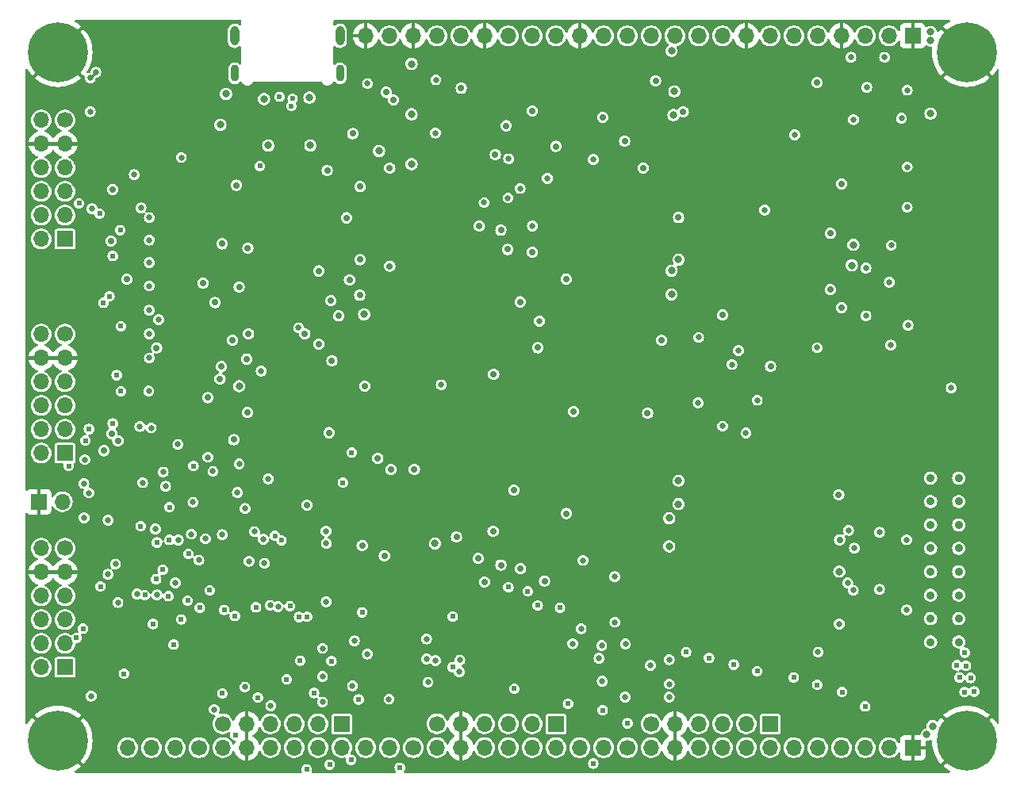
<source format=gbr>
G04 #@! TF.GenerationSoftware,KiCad,Pcbnew,7.0.9-7.0.9~ubuntu22.04.1*
G04 #@! TF.CreationDate,2023-12-15T15:20:44-05:00*
G04 #@! TF.ProjectId,tinytapeout-demo,74696e79-7461-4706-956f-75742d64656d,0.9.4*
G04 #@! TF.SameCoordinates,PX35e1f20PY8044ea0*
G04 #@! TF.FileFunction,Copper,L2,Inr*
G04 #@! TF.FilePolarity,Positive*
%FSLAX46Y46*%
G04 Gerber Fmt 4.6, Leading zero omitted, Abs format (unit mm)*
G04 Created by KiCad (PCBNEW 7.0.9-7.0.9~ubuntu22.04.1) date 2023-12-15 15:20:44*
%MOMM*%
%LPD*%
G01*
G04 APERTURE LIST*
G04 #@! TA.AperFunction,ComponentPad*
%ADD10C,0.900000*%
G04 #@! TD*
G04 #@! TA.AperFunction,ComponentPad*
%ADD11C,0.620000*%
G04 #@! TD*
G04 #@! TA.AperFunction,ComponentPad*
%ADD12C,6.400000*%
G04 #@! TD*
G04 #@! TA.AperFunction,ComponentPad*
%ADD13O,0.950000X2.100000*%
G04 #@! TD*
G04 #@! TA.AperFunction,ComponentPad*
%ADD14O,0.900000X1.800000*%
G04 #@! TD*
G04 #@! TA.AperFunction,ComponentPad*
%ADD15R,1.700000X1.700000*%
G04 #@! TD*
G04 #@! TA.AperFunction,ComponentPad*
%ADD16O,1.700000X1.700000*%
G04 #@! TD*
G04 #@! TA.AperFunction,ComponentPad*
%ADD17C,1.700000*%
G04 #@! TD*
G04 #@! TA.AperFunction,ViaPad*
%ADD18C,0.650000*%
G04 #@! TD*
G04 #@! TA.AperFunction,ViaPad*
%ADD19C,0.800000*%
G04 #@! TD*
G04 #@! TA.AperFunction,ViaPad*
%ADD20C,0.620000*%
G04 #@! TD*
G04 #@! TA.AperFunction,ViaPad*
%ADD21C,0.700000*%
G04 #@! TD*
G04 #@! TA.AperFunction,ViaPad*
%ADD22C,0.600000*%
G04 #@! TD*
G04 #@! TA.AperFunction,Conductor*
%ADD23C,0.250000*%
G04 #@! TD*
G04 APERTURE END LIST*
D10*
G04 #@! TO.N,out6*
G04 #@! TO.C,JP7*
X99900000Y16780000D03*
G04 #@! TO.N,Net-(JP7-B)*
X96900000Y16780000D03*
G04 #@! TD*
D11*
G04 #@! TO.N,GND*
G04 #@! TO.C,STITCH1*
X27700000Y18800000D03*
G04 #@! TD*
G04 #@! TO.N,GND*
G04 #@! TO.C,STITCH1*
X95800000Y18000000D03*
G04 #@! TD*
G04 #@! TO.N,GND*
G04 #@! TO.C,STITCH1*
X54900000Y50100000D03*
G04 #@! TD*
G04 #@! TO.N,GND*
G04 #@! TO.C,STITCH1*
X62200000Y55600000D03*
G04 #@! TD*
D10*
G04 #@! TO.N,out0*
G04 #@! TO.C,JP1*
X99900000Y31780000D03*
G04 #@! TO.N,Net-(JP1-B)*
X96900000Y31780000D03*
G04 #@! TD*
D12*
G04 #@! TO.N,GND*
G04 #@! TO.C,MT3*
X3750000Y77250000D03*
G04 #@! TD*
D11*
G04 #@! TO.N,GND*
G04 #@! TO.C,STITCH1*
X87100000Y23000000D03*
G04 #@! TD*
G04 #@! TO.N,GND*
G04 #@! TO.C,STITCH1*
X83600000Y75600000D03*
G04 #@! TD*
G04 #@! TO.N,GND*
G04 #@! TO.C,STITCH8*
X103700000Y64100000D03*
G04 #@! TD*
G04 #@! TO.N,GND*
G04 #@! TO.C,STITCH1*
X700000Y58600000D03*
G04 #@! TD*
D13*
G04 #@! TO.N,Net-(C3-Pad1)*
G04 #@! TO.C,J15*
X33870000Y79000000D03*
D14*
X22630000Y75000000D03*
X33870000Y75000000D03*
D13*
X22630000Y79000000D03*
G04 #@! TD*
D11*
G04 #@! TO.N,GND*
G04 #@! TO.C,STITCH1*
X67400000Y75600000D03*
G04 #@! TD*
G04 #@! TO.N,GND*
G04 #@! TO.C,STITCH1*
X11200000Y54700000D03*
G04 #@! TD*
D15*
G04 #@! TO.N,in0*
G04 #@! TO.C,J13*
X4500000Y34440000D03*
D16*
G04 #@! TO.N,in2*
X4500000Y36980000D03*
G04 #@! TO.N,out3*
X4500000Y39520000D03*
G04 #@! TO.N,in1*
X4500000Y42060000D03*
G04 #@! TO.N,GND*
X4500000Y44600000D03*
D17*
G04 #@! TO.N,+3V3*
X4500000Y47140000D03*
D16*
G04 #@! TO.N,in4*
X1960000Y34440000D03*
G04 #@! TO.N,in6*
X1960000Y36980000D03*
G04 #@! TO.N,out7*
X1960000Y39520000D03*
G04 #@! TO.N,in5*
X1960000Y42060000D03*
G04 #@! TO.N,GND*
X1960000Y44600000D03*
G04 #@! TO.N,+3V3*
X1960000Y47140000D03*
G04 #@! TD*
D11*
G04 #@! TO.N,GND*
G04 #@! TO.C,STITCH1*
X43900000Y36400000D03*
G04 #@! TD*
G04 #@! TO.N,GND*
G04 #@! TO.C,STITCH11*
X53060000Y800000D03*
G04 #@! TD*
G04 #@! TO.N,GND*
G04 #@! TO.C,STITCH1*
X20000000Y48800000D03*
G04 #@! TD*
G04 #@! TO.N,GND*
G04 #@! TO.C,STITCH1*
X62200000Y45300000D03*
G04 #@! TD*
G04 #@! TO.N,GND*
G04 #@! TO.C,STITCH1*
X26000000Y20500000D03*
G04 #@! TD*
G04 #@! TO.N,GND*
G04 #@! TO.C,STITCH1*
X70900000Y75600000D03*
G04 #@! TD*
G04 #@! TO.N,GND*
G04 #@! TO.C,STITCH1*
X62200000Y65300000D03*
G04 #@! TD*
D17*
G04 #@! TO.N,in0*
G04 #@! TO.C,J2*
X18810000Y3000000D03*
D16*
G04 #@! TO.N,in1*
X16270000Y3000000D03*
G04 #@! TO.N,in2*
X13730000Y3000000D03*
G04 #@! TO.N,in3*
X11190000Y3000000D03*
G04 #@! TD*
D11*
G04 #@! TO.N,GND*
G04 #@! TO.C,STITCH1*
X8500000Y19100000D03*
G04 #@! TD*
G04 #@! TO.N,GND*
G04 #@! TO.C,STITCH1*
X40400000Y5600000D03*
G04 #@! TD*
G04 #@! TO.N,GND*
G04 #@! TO.C,STITCH4*
X103700000Y44100000D03*
G04 #@! TD*
G04 #@! TO.N,GND*
G04 #@! TO.C,STITCH16*
X78460000Y800000D03*
G04 #@! TD*
G04 #@! TO.N,GND*
G04 #@! TO.C,STITCH1*
X71300000Y27400000D03*
G04 #@! TD*
G04 #@! TO.N,GND*
G04 #@! TO.C,STITCH1*
X83500000Y6800000D03*
G04 #@! TD*
G04 #@! TO.N,GND*
G04 #@! TO.C,STITCH1*
X3700000Y9000000D03*
G04 #@! TD*
G04 #@! TO.N,GND*
G04 #@! TO.C,STITCH17*
X83540000Y800000D03*
G04 #@! TD*
G04 #@! TO.N,GND*
G04 #@! TO.C,STITCH1*
X10300000Y29300000D03*
G04 #@! TD*
G04 #@! TO.N,GND*
G04 #@! TO.C,STITCH1*
X35700000Y5600000D03*
G04 #@! TD*
G04 #@! TO.N,GND*
G04 #@! TO.C,STITCH1*
X48800000Y66000000D03*
G04 #@! TD*
G04 #@! TO.N,GND*
G04 #@! TO.C,STITCH1*
X86000000Y37500000D03*
G04 #@! TD*
G04 #@! TO.N,GND*
G04 #@! TO.C,STITCH1*
X66600000Y26500000D03*
G04 #@! TD*
G04 #@! TO.N,GND*
G04 #@! TO.C,STITCH1*
X66600000Y23500000D03*
G04 #@! TD*
G04 #@! TO.N,GND*
G04 #@! TO.C,STITCH1*
X48100000Y75600000D03*
G04 #@! TD*
G04 #@! TO.N,GND*
G04 #@! TO.C,STITCH1*
X50100000Y17200000D03*
G04 #@! TD*
G04 #@! TO.N,GND*
G04 #@! TO.C,STITCH6*
X42900000Y800000D03*
G04 #@! TD*
G04 #@! TO.N,GND*
G04 #@! TO.C,STITCH1*
X31200000Y56800000D03*
G04 #@! TD*
G04 #@! TO.N,GND*
G04 #@! TO.C,STITCH1*
X3400000Y49500000D03*
G04 #@! TD*
G04 #@! TO.N,GND*
G04 #@! TO.C,STITCH1*
X86000000Y43100000D03*
G04 #@! TD*
G04 #@! TO.N,GND*
G04 #@! TO.C,STITCH1*
X35500000Y19000000D03*
G04 #@! TD*
G04 #@! TO.N,GND*
G04 #@! TO.C,STITCH1*
X58700000Y13200000D03*
G04 #@! TD*
G04 #@! TO.N,GND*
G04 #@! TO.C,STITCH1*
X26000000Y63000000D03*
G04 #@! TD*
G04 #@! TO.N,GND*
G04 #@! TO.C,STITCH1*
X63300000Y75600000D03*
G04 #@! TD*
D10*
G04 #@! TO.N,out2*
G04 #@! TO.C,JP3*
X99900000Y26780000D03*
G04 #@! TO.N,Net-(JP3-B)*
X96900000Y26780000D03*
G04 #@! TD*
D11*
G04 #@! TO.N,GND*
G04 #@! TO.C,STITCH1*
X900000Y72300000D03*
G04 #@! TD*
G04 #@! TO.N,GND*
G04 #@! TO.C,STITCH7*
X103700000Y59100000D03*
G04 #@! TD*
G04 #@! TO.N,GND*
G04 #@! TO.C,STITCH13*
X63220000Y800000D03*
G04 #@! TD*
G04 #@! TO.N,GND*
G04 #@! TO.C,STITCH1*
X12400000Y71800000D03*
G04 #@! TD*
D10*
G04 #@! TO.N,out7*
G04 #@! TO.C,JP8*
X99900000Y14280000D03*
G04 #@! TO.N,Net-(JP8-B)*
X96900000Y14280000D03*
G04 #@! TD*
D17*
G04 #@! TO.N,uio0*
G04 #@! TO.C,J8*
X64545000Y3000000D03*
D16*
G04 #@! TO.N,uio1*
X62005000Y3000000D03*
G04 #@! TO.N,uio2*
X59465000Y3000000D03*
G04 #@! TD*
D11*
G04 #@! TO.N,GND*
G04 #@! TO.C,STITCH1*
X12500000Y5200000D03*
G04 #@! TD*
G04 #@! TO.N,GND*
G04 #@! TO.C,STITCH1*
X80700000Y14200000D03*
G04 #@! TD*
D15*
G04 #@! TO.N,out4*
G04 #@! TO.C,J12*
X4500000Y11580000D03*
D16*
G04 #@! TO.N,out3*
X4500000Y14120000D03*
G04 #@! TO.N,in2*
X4500000Y16660000D03*
G04 #@! TO.N,out5*
X4500000Y19200000D03*
G04 #@! TO.N,GND*
X4500000Y21740000D03*
D17*
G04 #@! TO.N,+3V3*
X4500000Y24280000D03*
D16*
G04 #@! TO.N,uio0*
X1960000Y11580000D03*
G04 #@! TO.N,out7*
X1960000Y14120000D03*
G04 #@! TO.N,uio2*
X1960000Y16660000D03*
G04 #@! TO.N,uio1*
X1960000Y19200000D03*
G04 #@! TO.N,GND*
X1960000Y21740000D03*
G04 #@! TO.N,+3V3*
X1960000Y24280000D03*
G04 #@! TD*
D11*
G04 #@! TO.N,GND*
G04 #@! TO.C,STITCH1*
X101400000Y26600000D03*
G04 #@! TD*
G04 #@! TO.N,GND*
G04 #@! TO.C,STITCH1*
X23000000Y43300000D03*
G04 #@! TD*
G04 #@! TO.N,GND*
G04 #@! TO.C,STITCH1*
X96200000Y43100000D03*
G04 #@! TD*
G04 #@! TO.N,GND*
G04 #@! TO.C,STITCH1*
X7200000Y34800000D03*
G04 #@! TD*
G04 #@! TO.N,GND*
G04 #@! TO.C,STITCH1*
X35500000Y26400000D03*
G04 #@! TD*
G04 #@! TO.N,GND*
G04 #@! TO.C,STITCH1*
X86200000Y75600000D03*
G04 #@! TD*
G04 #@! TO.N,GND*
G04 #@! TO.C,STITCH1*
X90100000Y59200000D03*
G04 #@! TD*
G04 #@! TO.N,GND*
G04 #@! TO.C,STITCH1*
X71300000Y32600000D03*
G04 #@! TD*
G04 #@! TO.N,GND*
G04 #@! TO.C,STITCH1*
X40200000Y19100000D03*
G04 #@! TD*
G04 #@! TO.N,GND*
G04 #@! TO.C,STITCH1*
X88800000Y6800000D03*
G04 #@! TD*
D15*
G04 #@! TO.N,in0*
G04 #@! TO.C,J3*
X34045000Y5545000D03*
D16*
G04 #@! TO.N,in1*
X31505000Y5545000D03*
G04 #@! TO.N,in2*
X28965000Y5545000D03*
G04 #@! TO.N,in3*
X26425000Y5545000D03*
G04 #@! TO.N,GND*
X23885000Y5545000D03*
D17*
G04 #@! TO.N,+3V3*
X21345000Y5545000D03*
D16*
G04 #@! TO.N,in4*
X34045000Y3005000D03*
G04 #@! TO.N,in5*
X31505000Y3005000D03*
G04 #@! TO.N,in6*
X28965000Y3005000D03*
G04 #@! TO.N,in7*
X26425000Y3005000D03*
G04 #@! TO.N,GND*
X23885000Y3005000D03*
G04 #@! TO.N,+3V3*
X21345000Y3005000D03*
G04 #@! TD*
D11*
G04 #@! TO.N,GND*
G04 #@! TO.C,STITCH1*
X66600000Y31600000D03*
G04 #@! TD*
G04 #@! TO.N,GND*
G04 #@! TO.C,STITCH1*
X12500000Y13100000D03*
G04 #@! TD*
G04 #@! TO.N,GND*
G04 #@! TO.C,STITCH1*
X35200000Y72200000D03*
G04 #@! TD*
G04 #@! TO.N,GND*
G04 #@! TO.C,STITCH1*
X34400000Y10300000D03*
G04 #@! TD*
G04 #@! TO.N,GND*
G04 #@! TO.C,STITCH1*
X73600000Y75600000D03*
G04 #@! TD*
D12*
G04 #@! TO.N,GND*
G04 #@! TO.C,MT4*
X100750000Y77250000D03*
G04 #@! TD*
D11*
G04 #@! TO.N,GND*
G04 #@! TO.C,STITCH3*
X103700000Y39100000D03*
G04 #@! TD*
G04 #@! TO.N,GND*
G04 #@! TO.C,STITCH1*
X23600000Y8100000D03*
G04 #@! TD*
G04 #@! TO.N,GND*
G04 #@! TO.C,STITCH1*
X35700000Y32900000D03*
G04 #@! TD*
G04 #@! TO.N,GND*
G04 #@! TO.C,STITCH1*
X29000000Y70400000D03*
G04 #@! TD*
G04 #@! TO.N,GND*
G04 #@! TO.C,STITCH1*
X12500000Y49700000D03*
G04 #@! TD*
D12*
G04 #@! TO.N,GND*
G04 #@! TO.C,MT2*
X100750000Y3750000D03*
G04 #@! TD*
D11*
G04 #@! TO.N,GND*
G04 #@! TO.C,STITCH6*
X12500000Y700000D03*
G04 #@! TD*
G04 #@! TO.N,GND*
G04 #@! TO.C,STITCH1*
X34500000Y14800000D03*
G04 #@! TD*
G04 #@! TO.N,GND*
G04 #@! TO.C,STITCH1*
X71300000Y22100000D03*
G04 #@! TD*
G04 #@! TO.N,GND*
G04 #@! TO.C,STITCH1*
X71200000Y59400000D03*
G04 #@! TD*
G04 #@! TO.N,GND*
G04 #@! TO.C,STITCH1*
X53100000Y75600000D03*
G04 #@! TD*
G04 #@! TO.N,GND*
G04 #@! TO.C,STITCH1*
X12500000Y45700000D03*
G04 #@! TD*
D15*
G04 #@! TO.N,uio0*
G04 #@! TO.C,J5*
X56905000Y5545000D03*
D16*
G04 #@! TO.N,uio1*
X54365000Y5545000D03*
G04 #@! TO.N,uio2*
X51825000Y5545000D03*
G04 #@! TO.N,uio3*
X49285000Y5545000D03*
G04 #@! TO.N,GND*
X46745000Y5545000D03*
D17*
G04 #@! TO.N,+3V3*
X44205000Y5545000D03*
D16*
G04 #@! TO.N,uio4*
X56905000Y3005000D03*
G04 #@! TO.N,uio5*
X54365000Y3005000D03*
G04 #@! TO.N,uio6*
X51825000Y3005000D03*
G04 #@! TO.N,uio7*
X49285000Y3005000D03*
G04 #@! TO.N,GND*
X46745000Y3005000D03*
G04 #@! TO.N,+3V3*
X44205000Y3005000D03*
G04 #@! TD*
D11*
G04 #@! TO.N,GND*
G04 #@! TO.C,STITCH1*
X10300000Y39000000D03*
G04 #@! TD*
G04 #@! TO.N,GND*
G04 #@! TO.C,STITCH1*
X27000000Y68200000D03*
G04 #@! TD*
G04 #@! TO.N,GND*
G04 #@! TO.C,STITCH1*
X39900000Y9700000D03*
G04 #@! TD*
G04 #@! TO.N,GND*
G04 #@! TO.C,STITCH18*
X88620000Y800000D03*
G04 #@! TD*
G04 #@! TO.N,GND*
G04 #@! TO.C,STITCH9*
X103700000Y69100000D03*
G04 #@! TD*
D10*
G04 #@! TO.N,out1*
G04 #@! TO.C,JP2*
X99900000Y29280000D03*
G04 #@! TO.N,Net-(JP2-B)*
X96900000Y29280000D03*
G04 #@! TD*
D11*
G04 #@! TO.N,GND*
G04 #@! TO.C,STITCH1*
X56600000Y55500000D03*
G04 #@! TD*
G04 #@! TO.N,GND*
G04 #@! TO.C,STITCH1*
X71300000Y46300000D03*
G04 #@! TD*
G04 #@! TO.N,GND*
G04 #@! TO.C,STITCH1*
X700000Y12900000D03*
G04 #@! TD*
G04 #@! TO.N,GND*
G04 #@! TO.C,STITCH1*
X81100000Y75600000D03*
G04 #@! TD*
G04 #@! TO.N,GND*
G04 #@! TO.C,STITCH1*
X62200000Y19100000D03*
G04 #@! TD*
G04 #@! TO.N,GND*
G04 #@! TO.C,STITCH1*
X8500000Y13100000D03*
G04 #@! TD*
G04 #@! TO.N,GND*
G04 #@! TO.C,STITCH1*
X63200000Y6300000D03*
G04 #@! TD*
G04 #@! TO.N,GND*
G04 #@! TO.C,STITCH14*
X68300000Y800000D03*
G04 #@! TD*
G04 #@! TO.N,GND*
G04 #@! TO.C,STITCH1*
X12300000Y21300000D03*
G04 #@! TD*
D15*
G04 #@! TO.N,GND*
G04 #@! TO.C,J10*
X1690000Y29260000D03*
D16*
G04 #@! TO.N,/RP2040/RUN*
X4230000Y29260000D03*
G04 #@! TD*
D11*
G04 #@! TO.N,GND*
G04 #@! TO.C,STITCH1*
X24400000Y18900000D03*
G04 #@! TD*
G04 #@! TO.N,GND*
G04 #@! TO.C,STITCH1*
X8600000Y58200000D03*
G04 #@! TD*
D17*
G04 #@! TO.N,uio3*
G04 #@! TO.C,J17*
X41700000Y3000000D03*
D16*
G04 #@! TO.N,~{project_rst}*
X39160000Y3000000D03*
G04 #@! TO.N,project_clk*
X36620000Y3000000D03*
G04 #@! TD*
D11*
G04 #@! TO.N,GND*
G04 #@! TO.C,STITCH1*
X92900000Y23000000D03*
G04 #@! TD*
G04 #@! TO.N,GND*
G04 #@! TO.C,STITCH1*
X56500000Y9200000D03*
G04 #@! TD*
D15*
G04 #@! TO.N,GND*
G04 #@! TO.C,J9*
X95000000Y79000000D03*
D16*
G04 #@! TO.N,+1V8*
X92460000Y79000000D03*
G04 #@! TO.N,+3V3*
X89920000Y79000000D03*
G04 #@! TO.N,GND*
X87380000Y79000000D03*
G04 #@! TO.N,usrclk2*
X84840000Y79000000D03*
G04 #@! TO.N,HK_SCK*
X82300000Y79000000D03*
G04 #@! TO.N,HK_CSB*
X79760000Y79000000D03*
G04 #@! TO.N,GND*
X77220000Y79000000D03*
G04 #@! TO.N,HK_SDI*
X74680000Y79000000D03*
G04 #@! TO.N,HK_SDO*
X72140000Y79000000D03*
G04 #@! TO.N,mprj_io0*
X69600000Y79000000D03*
G04 #@! TO.N,~{ctrl_sel_rst}*
X67060000Y79000000D03*
G04 #@! TO.N,mio37*
X64520000Y79000000D03*
G04 #@! TO.N,ctrl_sel_inc*
X61980000Y79000000D03*
G04 #@! TO.N,GND*
X59440000Y79000000D03*
G04 #@! TO.N,mio35*
X56900000Y79000000D03*
G04 #@! TO.N,ctrl_ena*
X54360000Y79000000D03*
G04 #@! TO.N,mio33*
X51820000Y79000000D03*
G04 #@! TO.N,GND*
X49280000Y79000000D03*
G04 #@! TO.N,RPIO29*
X46740000Y79000000D03*
G04 #@! TO.N,+3V3*
X44200000Y79000000D03*
G04 #@! TO.N,GND*
X41660000Y79000000D03*
G04 #@! TO.N,+5V*
X39120000Y79000000D03*
G04 #@! TO.N,GND*
X36580000Y79000000D03*
G04 #@! TD*
D11*
G04 #@! TO.N,GND*
G04 #@! TO.C,STITCH1*
X43600000Y41300000D03*
G04 #@! TD*
G04 #@! TO.N,GND*
G04 #@! TO.C,STITCH1*
X62200000Y27100000D03*
G04 #@! TD*
G04 #@! TO.N,GND*
G04 #@! TO.C,STITCH1*
X101400000Y21500000D03*
G04 #@! TD*
G04 #@! TO.N,GND*
G04 #@! TO.C,STITCH1*
X19700000Y5200000D03*
G04 #@! TD*
G04 #@! TO.N,GND*
G04 #@! TO.C,STITCH1*
X55700000Y75600000D03*
G04 #@! TD*
G04 #@! TO.N,GND*
G04 #@! TO.C,STITCH1*
X74400000Y73500000D03*
G04 #@! TD*
G04 #@! TO.N,GND*
G04 #@! TO.C,STITCH1*
X8450000Y67550000D03*
G04 #@! TD*
G04 #@! TO.N,GND*
G04 #@! TO.C,STITCH6*
X103700000Y54100000D03*
G04 #@! TD*
G04 #@! TO.N,GND*
G04 #@! TO.C,STITCH1*
X93400000Y55100000D03*
G04 #@! TD*
D10*
G04 #@! TO.N,out4*
G04 #@! TO.C,JP5*
X99900000Y21780000D03*
G04 #@! TO.N,Net-(JP5-B)*
X96900000Y21780000D03*
G04 #@! TD*
D11*
G04 #@! TO.N,GND*
G04 #@! TO.C,STITCH1*
X24500000Y22100000D03*
G04 #@! TD*
G04 #@! TO.N,GND*
G04 #@! TO.C,STITCH1*
X95300000Y73600000D03*
G04 #@! TD*
G04 #@! TO.N,GND*
G04 #@! TO.C,STITCH1*
X62200000Y41100000D03*
G04 #@! TD*
G04 #@! TO.N,GND*
G04 #@! TO.C,STITCH1*
X62200000Y34000000D03*
G04 #@! TD*
G04 #@! TO.N,GND*
G04 #@! TO.C,STITCH1*
X56700000Y19100000D03*
G04 #@! TD*
G04 #@! TO.N,GND*
G04 #@! TO.C,STITCH1*
X24000000Y73300000D03*
G04 #@! TD*
G04 #@! TO.N,GND*
G04 #@! TO.C,STITCH10*
X47980000Y800000D03*
G04 #@! TD*
G04 #@! TO.N,GND*
G04 #@! TO.C,STITCH1*
X24200000Y33300000D03*
G04 #@! TD*
G04 #@! TO.N,GND*
G04 #@! TO.C,STITCH1*
X20200000Y57300000D03*
G04 #@! TD*
G04 #@! TO.N,GND*
G04 #@! TO.C,STITCH1*
X71600000Y12000000D03*
G04 #@! TD*
D15*
G04 #@! TO.N,uio4*
G04 #@! TO.C,J14*
X4500000Y57300000D03*
D16*
G04 #@! TO.N,uio6*
X4500000Y59840000D03*
G04 #@! TO.N,uio3*
X4500000Y62380000D03*
G04 #@! TO.N,uio5*
X4500000Y64920000D03*
G04 #@! TO.N,GND*
X4500000Y67460000D03*
D17*
G04 #@! TO.N,+3V3*
X4500000Y70000000D03*
D16*
G04 #@! TO.N,in5*
X1960000Y57300000D03*
G04 #@! TO.N,out4*
X1960000Y59840000D03*
G04 #@! TO.N,in3*
X1960000Y62380000D03*
G04 #@! TO.N,out6*
X1960000Y64920000D03*
G04 #@! TO.N,GND*
X1960000Y67460000D03*
G04 #@! TO.N,+3V3*
X1960000Y70000000D03*
G04 #@! TD*
D11*
G04 #@! TO.N,GND*
G04 #@! TO.C,STITCH1*
X103700000Y29100000D03*
G04 #@! TD*
G04 #@! TO.N,GND*
G04 #@! TO.C,STITCH2*
X103700000Y34100000D03*
G04 #@! TD*
G04 #@! TO.N,GND*
G04 #@! TO.C,STITCH1*
X53000000Y69500000D03*
G04 #@! TD*
G04 #@! TO.N,GND*
G04 #@! TO.C,STITCH1*
X71200000Y50900000D03*
G04 #@! TD*
D10*
G04 #@! TO.N,out5*
G04 #@! TO.C,JP6*
X99900000Y19280000D03*
G04 #@! TO.N,Net-(JP6-B)*
X96900000Y19280000D03*
G04 #@! TD*
D11*
G04 #@! TO.N,GND*
G04 #@! TO.C,STITCH1*
X86000000Y31400000D03*
G04 #@! TD*
G04 #@! TO.N,GND*
G04 #@! TO.C,STITCH1*
X90050000Y23000000D03*
G04 #@! TD*
D15*
G04 #@! TO.N,GND*
G04 #@! TO.C,J1*
X95000000Y3000000D03*
D16*
G04 #@! TO.N,+5V*
X92460000Y3000000D03*
G04 #@! TO.N,out0*
X89920000Y3000000D03*
G04 #@! TO.N,out1*
X87380000Y3000000D03*
G04 #@! TO.N,out2*
X84840000Y3000000D03*
G04 #@! TO.N,out3*
X82300000Y3000000D03*
G04 #@! TD*
D11*
G04 #@! TO.N,GND*
G04 #@! TO.C,STITCH1*
X91800000Y75600000D03*
G04 #@! TD*
G04 #@! TO.N,GND*
G04 #@! TO.C,STITCH1*
X12500000Y41900000D03*
G04 #@! TD*
G04 #@! TO.N,GND*
G04 #@! TO.C,STITCH1*
X52000000Y62800000D03*
G04 #@! TD*
G04 #@! TO.N,GND*
G04 #@! TO.C,STITCH1*
X56500000Y30300000D03*
G04 #@! TD*
G04 #@! TO.N,GND*
G04 #@! TO.C,STITCH1*
X71200000Y65200000D03*
G04 #@! TD*
G04 #@! TO.N,GND*
G04 #@! TO.C,STITCH1*
X32800000Y73300000D03*
G04 #@! TD*
G04 #@! TO.N,GND*
G04 #@! TO.C,STITCH5*
X103700000Y49100000D03*
G04 #@! TD*
G04 #@! TO.N,GND*
G04 #@! TO.C,STITCH1*
X78900000Y73500000D03*
G04 #@! TD*
G04 #@! TO.N,GND*
G04 #@! TO.C,STITCH1*
X8100000Y62900000D03*
G04 #@! TD*
G04 #@! TO.N,GND*
G04 #@! TO.C,STITCH1*
X37800000Y41500000D03*
G04 #@! TD*
G04 #@! TO.N,GND*
G04 #@! TO.C,STITCH1*
X8700000Y41900000D03*
G04 #@! TD*
G04 #@! TO.N,GND*
G04 #@! TO.C,STITCH1*
X97700000Y71700000D03*
G04 #@! TD*
G04 #@! TO.N,GND*
G04 #@! TO.C,STITCH1*
X17600000Y13900000D03*
G04 #@! TD*
D15*
G04 #@! TO.N,out0*
G04 #@! TO.C,J6*
X79765000Y5545000D03*
D16*
G04 #@! TO.N,out1*
X77225000Y5545000D03*
G04 #@! TO.N,out2*
X74685000Y5545000D03*
G04 #@! TO.N,out3*
X72145000Y5545000D03*
G04 #@! TO.N,GND*
X69605000Y5545000D03*
D17*
G04 #@! TO.N,+3V3*
X67065000Y5545000D03*
D16*
G04 #@! TO.N,out4*
X79765000Y3005000D03*
G04 #@! TO.N,out5*
X77225000Y3005000D03*
G04 #@! TO.N,out6*
X74685000Y3005000D03*
G04 #@! TO.N,out7*
X72145000Y3005000D03*
G04 #@! TO.N,GND*
X69605000Y3005000D03*
G04 #@! TO.N,+3V3*
X67065000Y3005000D03*
G04 #@! TD*
D10*
G04 #@! TO.N,out3*
G04 #@! TO.C,JP4*
X99900000Y24280000D03*
G04 #@! TO.N,Net-(JP4-B)*
X96900000Y24280000D03*
G04 #@! TD*
D11*
G04 #@! TO.N,GND*
G04 #@! TO.C,STITCH15*
X73380000Y800000D03*
G04 #@! TD*
G04 #@! TO.N,GND*
G04 #@! TO.C,STITCH12*
X58140000Y800000D03*
G04 #@! TD*
G04 #@! TO.N,GND*
G04 #@! TO.C,STITCH1*
X43900000Y31500000D03*
G04 #@! TD*
G04 #@! TO.N,GND*
G04 #@! TO.C,STITCH1*
X700000Y63600000D03*
G04 #@! TD*
G04 #@! TO.N,GND*
G04 #@! TO.C,STITCH1*
X31900000Y67200000D03*
G04 #@! TD*
G04 #@! TO.N,GND*
G04 #@! TO.C,STITCH1*
X8600000Y54800000D03*
G04 #@! TD*
G04 #@! TO.N,GND*
G04 #@! TO.C,STITCH1*
X23750000Y71000000D03*
G04 #@! TD*
G04 #@! TO.N,GND*
G04 #@! TO.C,STITCH1*
X96200000Y37500000D03*
G04 #@! TD*
G04 #@! TO.N,GND*
G04 #@! TO.C,STITCH1*
X66600000Y29000000D03*
G04 #@! TD*
G04 #@! TO.N,GND*
G04 #@! TO.C,STITCH1*
X62200000Y50300000D03*
G04 #@! TD*
G04 #@! TO.N,GND*
G04 #@! TO.C,STITCH1*
X88700000Y49400000D03*
G04 #@! TD*
G04 #@! TO.N,GND*
G04 #@! TO.C,STITCH1*
X101400000Y24100000D03*
G04 #@! TD*
G04 #@! TO.N,GND*
G04 #@! TO.C,STITCH1*
X8100000Y73600000D03*
G04 #@! TD*
G04 #@! TO.N,GND*
G04 #@! TO.C,STITCH1*
X95800000Y25600000D03*
G04 #@! TD*
G04 #@! TO.N,GND*
G04 #@! TO.C,STITCH1*
X86850000Y14200000D03*
G04 #@! TD*
G04 #@! TO.N,GND*
G04 #@! TO.C,STITCH1*
X31400000Y44500000D03*
G04 #@! TD*
D12*
G04 #@! TO.N,GND*
G04 #@! TO.C,MT1*
X3750000Y3750000D03*
G04 #@! TD*
D11*
G04 #@! TO.N,GND*
G04 #@! TO.C,STITCH1*
X95900000Y59400000D03*
G04 #@! TD*
G04 #@! TO.N,GND*
G04 #@! TO.C,STITCH1*
X27700000Y22000000D03*
G04 #@! TD*
G04 #@! TO.N,GND*
G04 #@! TO.C,STITCH1*
X11250000Y80200000D03*
G04 #@! TD*
G04 #@! TO.N,GND*
G04 #@! TO.C,STITCH1*
X71300000Y38800000D03*
G04 #@! TD*
D18*
G04 #@! TO.N,/RP2040/SWCLK*
X59800000Y23000000D03*
G04 #@! TO.N,/RP2040/SWDIO*
X63190000Y21245000D03*
G04 #@! TO.N,GND*
X12180000Y25176684D03*
D19*
X75100000Y41700000D03*
D18*
X8650000Y45300000D03*
X28850000Y14300000D03*
X33263556Y24630665D03*
X90050000Y25900000D03*
X50000000Y10700000D03*
X17100000Y80200000D03*
X95700000Y69600000D03*
D19*
X43600000Y49100000D03*
D18*
X27100000Y27700000D03*
D19*
X43400000Y53900000D03*
X67600000Y54900000D03*
D18*
X20475870Y33495692D03*
X24650000Y15750000D03*
D19*
X80200000Y23800000D03*
X80100000Y28800000D03*
X48700000Y72000000D03*
X80700000Y50900000D03*
D18*
X18000000Y78200000D03*
X38506709Y15088028D03*
X35995000Y64746599D03*
D19*
X84700000Y49100000D03*
X46500000Y62800000D03*
D18*
X33370504Y18577500D03*
X9650000Y25850000D03*
X20100000Y76300000D03*
D19*
X11200000Y69800000D03*
D18*
X50100000Y11550000D03*
X27550000Y10900000D03*
X98600000Y69900000D03*
X28850000Y15195000D03*
X17100000Y7800000D03*
D19*
X80600000Y72000000D03*
D20*
X19000000Y19800004D03*
D18*
X17850000Y80150000D03*
X90050000Y19900000D03*
X90531110Y69424644D03*
X26505707Y26870895D03*
X32004169Y27006574D03*
X87820000Y68139740D03*
D19*
X79000000Y48300000D03*
X82600000Y43100000D03*
D18*
X21922500Y12600000D03*
D19*
X75400000Y56800000D03*
X67600000Y70500000D03*
X39200000Y61600000D03*
D18*
X16200000Y7150000D03*
D19*
X24701333Y72304581D03*
D18*
X17345704Y17700000D03*
X17648100Y27820600D03*
D19*
X80200000Y31400000D03*
X13100000Y67300000D03*
D18*
X65400000Y15800000D03*
X31027500Y28166411D03*
D19*
X83500000Y68600000D03*
X82500000Y60400000D03*
X67600000Y73000000D03*
D18*
X19476489Y24326489D03*
D19*
X80200000Y26300000D03*
X12700000Y68200000D03*
X79400000Y33900000D03*
X31700000Y72400000D03*
D18*
X20194005Y71301998D03*
X19200000Y72200000D03*
D19*
X48300000Y24600000D03*
D18*
X65900000Y12500000D03*
D19*
G04 #@! TO.N,+5V*
X96900000Y78500000D03*
X96900000Y79400000D03*
X96500000Y4400000D03*
X96900000Y70700000D03*
X97100000Y5300000D03*
X38027500Y66714631D03*
D18*
G04 #@! TO.N,Net-(C1-Pad2)*
X43097814Y12473001D03*
X43250000Y10000000D03*
X43100000Y14600000D03*
D21*
G04 #@! TO.N,gpio*
X87400000Y50000000D03*
X87400000Y63200000D03*
G04 #@! TO.N,Caravel_SCK*
X86200000Y57900000D03*
X86200000Y51900000D03*
D18*
G04 #@! TO.N,Caravel_D1*
X92500000Y52700000D03*
X92650000Y45980000D03*
X92702750Y56625000D03*
G04 #@! TO.N,Caravel_D0*
X90000000Y49100000D03*
X90000000Y54200000D03*
D21*
G04 #@! TO.N,xclk*
X50444327Y66300000D03*
X48740570Y58685000D03*
D18*
G04 #@! TO.N,+3V3*
X61510000Y12542981D03*
D19*
X69000000Y27500000D03*
D18*
X13500000Y57200000D03*
X69000000Y9800000D03*
X13500000Y49700000D03*
D19*
X69470000Y70537534D03*
D18*
X12625680Y60629996D03*
X13500000Y54800000D03*
X32370955Y26106049D03*
D19*
X69560000Y73066476D03*
D18*
X7800000Y75100000D03*
X32389808Y18577500D03*
D19*
X69250000Y51388959D03*
D18*
X94400000Y73200000D03*
X13500000Y44600000D03*
D21*
X35999996Y62899996D03*
D18*
X93800000Y70200000D03*
X44050000Y12300000D03*
X19762436Y34010878D03*
D19*
X36434879Y49270000D03*
D18*
X6525000Y31200000D03*
X19500000Y25300000D03*
X67000000Y11790000D03*
D19*
X23100000Y41600000D03*
D18*
X69000000Y12400000D03*
X13500000Y52300000D03*
X6542899Y27544557D03*
D19*
X69000000Y24500000D03*
D18*
X46650000Y12350000D03*
X32400000Y24800000D03*
X94400000Y65000000D03*
X7382427Y60530000D03*
X44100000Y74300000D03*
D20*
X19963914Y19793587D03*
D18*
X36800000Y73900000D03*
X90100000Y73500000D03*
X23100000Y33300000D03*
D19*
X69250000Y77385985D03*
D18*
X13450391Y41077500D03*
X22912443Y30237906D03*
X6632500Y33757998D03*
X7200000Y70900000D03*
X13505972Y59594028D03*
X46600000Y11100000D03*
D19*
X44000000Y24800000D03*
D18*
X31999996Y10600000D03*
X13500000Y47185715D03*
X31999996Y13600000D03*
D19*
X69250000Y53915069D03*
D18*
X69000000Y8400000D03*
X31999996Y7877500D03*
X94500000Y48100000D03*
X94400000Y60700000D03*
X20436373Y7085826D03*
X7200000Y74500000D03*
D21*
G04 #@! TO.N,~{project_rst}*
X37900000Y33900000D03*
X8674316Y34700000D03*
D18*
X64300000Y8400000D03*
X64330912Y14066103D03*
X9100000Y21500000D03*
X39100000Y8185000D03*
D19*
G04 #@! TO.N,+1V8*
X70000000Y55104992D03*
X41500000Y70619502D03*
X21100000Y69500002D03*
X88500000Y54500000D03*
X41500000Y76000000D03*
D18*
X88669022Y70061420D03*
D19*
X70000000Y31500000D03*
X70000000Y29000000D03*
X88669022Y56690000D03*
X21700000Y72800000D03*
D18*
X92000000Y76700000D03*
D19*
X41500000Y65300000D03*
D18*
X88400000Y76700000D03*
D19*
G04 #@! TO.N,VBUS*
X30700000Y67300000D03*
X25750000Y72251652D03*
X30600000Y72400000D03*
X26200000Y67300000D03*
D18*
G04 #@! TO.N,/RP2040/DVDD*
X25800000Y22700000D03*
X26407407Y18196891D03*
G04 #@! TO.N,project_clk*
X36800000Y13000000D03*
X58700000Y14100000D03*
D21*
X58800000Y38900000D03*
G04 #@! TO.N,usrclk2*
X66700000Y38700000D03*
X84800000Y74000000D03*
X67550000Y74200000D03*
G04 #@! TO.N,mprj_io0*
X68200000Y46500000D03*
G04 #@! TO.N,HK_SCK*
X19770240Y40372500D03*
D18*
X18807144Y23020175D03*
X44670042Y41734705D03*
X82400000Y68435498D03*
X44046215Y68625000D03*
D21*
G04 #@! TO.N,HK_CSB*
X9507156Y36528556D03*
D18*
X10152500Y18500000D03*
D21*
X33000000Y44300000D03*
D18*
X9900000Y22600000D03*
D21*
X79825000Y43700000D03*
X32688303Y36627500D03*
G04 #@! TO.N,HK_SDI*
X14291486Y45691486D03*
D18*
X76400000Y45400000D03*
X14322500Y19300000D03*
D21*
G04 #@! TO.N,HK_SDO*
X22520783Y35878556D03*
D18*
X9109077Y27285527D03*
D21*
X10153856Y35758111D03*
D18*
X72140000Y46800000D03*
D21*
X22400000Y46500000D03*
G04 #@! TO.N,uio1*
X54400000Y55900000D03*
D18*
X54400000Y58705000D03*
D20*
X61900000Y7000000D03*
D21*
X35970000Y51300000D03*
D20*
X53900000Y19700000D03*
D21*
X35986425Y55098159D03*
D20*
X8300000Y20200000D03*
X9252500Y51200000D03*
G04 #@! TO.N,uio0*
X57350000Y17950000D03*
D21*
X31600000Y53900000D03*
D20*
X64550000Y5600000D03*
D21*
X11102500Y53002498D03*
D20*
X54967500Y18183611D03*
D21*
X31600000Y46100000D03*
D20*
X10800000Y10900000D03*
D18*
X55151895Y48545000D03*
D21*
X54967500Y45700000D03*
G04 #@! TO.N,uio3*
X49284996Y20700000D03*
D18*
X49247500Y61196712D03*
D21*
G04 #@! TO.N,uio2*
X51755000Y56200000D03*
D20*
X51835085Y20132500D03*
D21*
X21200000Y43700000D03*
X21300000Y56800000D03*
D18*
X51800000Y61700000D03*
D21*
G04 #@! TO.N,uio5*
X53140000Y22100000D03*
X32888703Y50725000D03*
X53100000Y50600000D03*
X32500000Y64600000D03*
D18*
X53100000Y62700000D03*
G04 #@! TO.N,uio4*
X55999081Y63785000D03*
D21*
X55700000Y20800000D03*
X9600000Y62600000D03*
X9400000Y57100000D03*
D20*
G04 #@! TO.N,uio7*
X60900000Y1300000D03*
D18*
X60900000Y65800000D03*
D21*
X48600000Y23200000D03*
D18*
G04 #@! TO.N,uio6*
X51866731Y65880000D03*
D21*
X51041709Y58240000D03*
X51041709Y22500000D03*
D20*
G04 #@! TO.N,in0*
X35113846Y34500000D03*
X8200000Y60015000D03*
D21*
X34555581Y59572500D03*
D20*
X18900000Y17950000D03*
X35050000Y1700000D03*
X6677500Y35792035D03*
D21*
G04 #@! TO.N,mio33*
X51600000Y69400000D03*
D20*
G04 #@! TO.N,in2*
X9600000Y55495000D03*
D21*
X39300000Y32700000D03*
D20*
X30300000Y700004D03*
D21*
X39175619Y54413151D03*
D20*
X40249997Y850003D03*
X9600000Y37600000D03*
X13899998Y16200000D03*
D21*
X41800000Y32700000D03*
D20*
G04 #@! TO.N,in1*
X21300000Y8800000D03*
X10400000Y58267500D03*
X21500000Y17712500D03*
X31100000Y8837500D03*
D21*
X52427500Y30500000D03*
D20*
X32751635Y1195000D03*
X52467500Y9300000D03*
D21*
X21056706Y42373051D03*
D20*
X10025199Y42765000D03*
D21*
G04 #@! TO.N,in4*
X33700000Y49099998D03*
D20*
X32950000Y12250000D03*
X34167500Y31300000D03*
X7067348Y37014594D03*
X8620000Y50500000D03*
X29600000Y12300000D03*
X29500000Y16950000D03*
D21*
G04 #@! TO.N,in3*
X22800000Y63052500D03*
X58037500Y28000000D03*
D20*
X22637500Y17062500D03*
D21*
X58000000Y53050000D03*
X23100000Y52200000D03*
D20*
X22700000Y4342500D03*
X58200000Y7700000D03*
D21*
G04 #@! TO.N,in6*
X50267500Y42867500D03*
X46299998Y25500000D03*
D20*
X45896118Y11602773D03*
X45900000Y17000000D03*
D21*
X23980783Y38779941D03*
X50200000Y26100000D03*
D20*
X28161649Y10288351D03*
D21*
X23900000Y44500000D03*
G04 #@! TO.N,in5*
X24025527Y56332500D03*
X30350000Y28900000D03*
X30110000Y47190000D03*
D20*
X30350000Y16987500D03*
D21*
X24100000Y47200000D03*
D20*
G04 #@! TO.N,out0*
X89920000Y7400000D03*
D18*
X16555000Y35375000D03*
D20*
X101550879Y9000000D03*
X16900000Y16700000D03*
G04 #@! TO.N,in7*
X25099084Y8350826D03*
X36233849Y17455839D03*
D21*
X36233849Y24600000D03*
D20*
X35850000Y8150000D03*
D21*
X36500000Y41600000D03*
D20*
G04 #@! TO.N,out2*
X84800000Y9700000D03*
D18*
X12500000Y37300000D03*
X74700000Y37322500D03*
D20*
X13028555Y19296431D03*
X101173843Y10441214D03*
G04 #@! TO.N,out1*
X100528869Y8941163D03*
X12580000Y26638144D03*
D18*
X13709048Y37140000D03*
X77200000Y36600000D03*
D20*
X87450000Y8950000D03*
D18*
G04 #@! TO.N,out4*
X79200000Y60400000D03*
X78397500Y40097500D03*
D20*
X5998400Y61119996D03*
X100678872Y11735225D03*
X6432500Y15702009D03*
X78397500Y11167500D03*
D18*
G04 #@! TO.N,out3*
X72100000Y39832500D03*
D20*
X82300000Y10500002D03*
X15639110Y25176438D03*
X16100000Y14000000D03*
X100000000Y10500000D03*
G04 #@! TO.N,out6*
X24898272Y17987258D03*
D18*
X99100000Y41400000D03*
X25442386Y43218778D03*
D20*
X73255649Y12575000D03*
X25311780Y65092500D03*
X100552754Y13147246D03*
G04 #@! TO.N,out5*
X5724027Y14711613D03*
X99700000Y11800000D03*
X4900000Y33080498D03*
D21*
X20527500Y50527500D03*
D20*
X75900000Y11867500D03*
D18*
X75700000Y43915000D03*
D20*
X18220875Y33067998D03*
D21*
X74700000Y49200000D03*
G04 #@! TO.N,ctrl_ena*
X39172500Y64887119D03*
X54400000Y70985000D03*
D18*
X16286610Y20593750D03*
D21*
X39572500Y72173904D03*
D18*
X16602453Y25175000D03*
X16923797Y66012500D03*
G04 #@! TO.N,out7*
X84900000Y13207500D03*
D20*
X10470402Y41060522D03*
D18*
X84800000Y45700000D03*
X29444417Y47837500D03*
D20*
X10470000Y47994297D03*
X70807500Y13207500D03*
X28526514Y18117949D03*
D21*
G04 #@! TO.N,mio35*
X56900000Y67200000D03*
G04 #@! TO.N,ctrl_sel_inc*
X34879653Y52938355D03*
X35220040Y68560000D03*
D18*
X18000000Y25800000D03*
D21*
X19249502Y52600000D03*
X61900006Y70312500D03*
G04 #@! TO.N,mio37*
X64250000Y67750000D03*
D18*
G04 #@! TO.N,~{ctrl_sel_rst}*
X12200000Y19400000D03*
D21*
X66220000Y64900000D03*
D18*
X11902611Y64183009D03*
G04 #@! TO.N,/RP2040/SWDIO*
X63200000Y16400000D03*
G04 #@! TO.N,/RP2040/SWCLK*
X59600006Y15700000D03*
D21*
G04 #@! TO.N,RPIO29*
X46800000Y73400000D03*
X38800000Y72970000D03*
X38600000Y23500000D03*
D18*
G04 #@! TO.N,/RP2040/RUN*
X27246916Y18063739D03*
X7299999Y8500001D03*
X7055000Y30204934D03*
X26472662Y7480026D03*
G04 #@! TO.N,boot_mode*
X20300000Y32500000D03*
X14500000Y48710000D03*
X21300000Y25737836D03*
X14989220Y32433056D03*
G04 #@! TO.N,/RP2040/QSPI_CLK*
X24738386Y26063774D03*
X23730000Y28528511D03*
X18175000Y29200000D03*
D20*
G04 #@! TO.N,/RP2040/QSPI_SD0*
X15664621Y28665000D03*
D18*
G04 #@! TO.N,/RP2040/QSPI_SD1*
X12800000Y31300000D03*
X15250000Y30900002D03*
X14157102Y26345000D03*
G04 #@! TO.N,RP_proj_clk*
X35400000Y14400000D03*
X24159456Y22894603D03*
X23700121Y9474133D03*
X35200000Y9600000D03*
D22*
G04 #@! TO.N,usb_d+*
X26923624Y25615895D03*
X28800000Y72300000D03*
X27400000Y72500000D03*
G04 #@! TO.N,usb_d-*
X28670912Y71510481D03*
X27615000Y25133961D03*
D18*
G04 #@! TO.N,Net-(U1-C)*
X91450000Y26000000D03*
X91450000Y19900000D03*
G04 #@! TO.N,Net-(U1-D)*
X88650000Y19800000D03*
X88775000Y24298097D03*
G04 #@! TO.N,Net-(U1-E)*
X87150000Y16200000D03*
D19*
X87150000Y21800000D03*
D18*
G04 #@! TO.N,Net-(U1-F)*
X88150000Y26200000D03*
X88050000Y20600000D03*
D21*
G04 #@! TO.N,Net-(U1-G)*
X87100000Y30000000D03*
X87200000Y25200000D03*
D18*
X94350000Y17700000D03*
X94350000Y25200000D03*
G04 #@! TO.N,/RP2040/QSPI_SD3*
X25675000Y25260904D03*
X26200000Y31700000D03*
D20*
G04 #@! TO.N,SDI{slash}out0*
X14942403Y22000000D03*
X15557635Y19174581D03*
G04 #@! TO.N,SDO{slash}out1*
X14231760Y20994939D03*
X14325000Y24900002D03*
D18*
G04 #@! TO.N,Net-(R13-Pad1)*
X61800000Y13900000D03*
X61847500Y10100000D03*
D20*
G04 #@! TO.N,cinc{slash}out3*
X17600000Y18700000D03*
X17680000Y23700000D03*
D21*
G04 #@! TO.N,/~{CRVRST}*
X70000000Y59600000D03*
X70500000Y70900000D03*
G04 #@! TD*
D23*
G04 #@! TO.N,+3V3*
X7800000Y75100000D02*
X7200000Y74500000D01*
G04 #@! TD*
G04 #@! TA.AperFunction,Conductor*
G04 #@! TO.N,GND*
G36*
X24060000Y3474754D02*
G01*
X24027315Y3489680D01*
X23920763Y3505000D01*
X23849237Y3505000D01*
X23742685Y3489680D01*
X23710000Y3474754D01*
X23710000Y5075247D01*
X23742685Y5060320D01*
X23849237Y5045000D01*
X23920763Y5045000D01*
X24027315Y5060320D01*
X24060000Y5075247D01*
X24060000Y3474754D01*
G37*
G04 #@! TD.AperFunction*
G04 #@! TA.AperFunction,Conductor*
G36*
X46920000Y3474754D02*
G01*
X46887315Y3489680D01*
X46780763Y3505000D01*
X46709237Y3505000D01*
X46602685Y3489680D01*
X46570000Y3474754D01*
X46570000Y5075247D01*
X46602685Y5060320D01*
X46709237Y5045000D01*
X46780763Y5045000D01*
X46887315Y5060320D01*
X46920000Y5075247D01*
X46920000Y3474754D01*
G37*
G04 #@! TD.AperFunction*
G04 #@! TA.AperFunction,Conductor*
G36*
X69780000Y3474754D02*
G01*
X69747315Y3489680D01*
X69640763Y3505000D01*
X69569237Y3505000D01*
X69462685Y3489680D01*
X69430000Y3474754D01*
X69430000Y5075247D01*
X69462685Y5060320D01*
X69569237Y5045000D01*
X69640763Y5045000D01*
X69747315Y5060320D01*
X69780000Y5075247D01*
X69780000Y3474754D01*
G37*
G04 #@! TD.AperFunction*
G04 #@! TA.AperFunction,Conductor*
G36*
X4000000Y21811889D02*
G01*
X4000000Y21668111D01*
X4030276Y21565000D01*
X2429724Y21565000D01*
X2460000Y21668111D01*
X2460000Y21811889D01*
X2429724Y21915000D01*
X4030276Y21915000D01*
X4000000Y21811889D01*
G37*
G04 #@! TD.AperFunction*
G04 #@! TA.AperFunction,Conductor*
G36*
X4000000Y44671889D02*
G01*
X4000000Y44528111D01*
X4030276Y44425000D01*
X2429724Y44425000D01*
X2460000Y44528111D01*
X2460000Y44671889D01*
X2429724Y44775000D01*
X4030276Y44775000D01*
X4000000Y44671889D01*
G37*
G04 #@! TD.AperFunction*
G04 #@! TA.AperFunction,Conductor*
G36*
X4000000Y67531889D02*
G01*
X4000000Y67388111D01*
X4030276Y67285000D01*
X2429724Y67285000D01*
X2460000Y67388111D01*
X2460000Y67531889D01*
X2429724Y67635000D01*
X4030276Y67635000D01*
X4000000Y67531889D01*
G37*
G04 #@! TD.AperFunction*
G04 #@! TA.AperFunction,Conductor*
G36*
X23272539Y80679815D02*
G01*
X23318294Y80627011D01*
X23329500Y80575500D01*
X23329500Y80199945D01*
X23309815Y80132906D01*
X23257011Y80087151D01*
X23187853Y80077207D01*
X23124297Y80106232D01*
X23120406Y80109751D01*
X23066190Y80160902D01*
X22919314Y80245700D01*
X22919313Y80245701D01*
X22919312Y80245701D01*
X22785599Y80285732D01*
X22756840Y80294342D01*
X22756834Y80294343D01*
X22587530Y80304204D01*
X22587528Y80304203D01*
X22420514Y80274755D01*
X22420509Y80274754D01*
X22420508Y80274753D01*
X22353158Y80245701D01*
X22264780Y80207579D01*
X22128745Y80106305D01*
X22128741Y80106302D01*
X22019727Y79976384D01*
X22019726Y79976382D01*
X21943613Y79824829D01*
X21943612Y79824826D01*
X21943612Y79824825D01*
X21904500Y79659799D01*
X21904500Y78382744D01*
X21909473Y78340201D01*
X21919250Y78256549D01*
X21969671Y78118018D01*
X21977256Y78097180D01*
X22070451Y77955483D01*
X22120879Y77907907D01*
X22193810Y77839099D01*
X22225999Y77820515D01*
X22340688Y77754299D01*
X22503161Y77705658D01*
X22616034Y77699084D01*
X22672469Y77695797D01*
X22672469Y77695798D01*
X22672471Y77695797D01*
X22839492Y77725247D01*
X22995219Y77792421D01*
X23126627Y77890250D01*
X23131453Y77893843D01*
X23196982Y77918086D01*
X23265215Y77903053D01*
X23314489Y77853517D01*
X23329500Y77794379D01*
X23329500Y76041672D01*
X23309815Y75974633D01*
X23257011Y75928878D01*
X23187853Y75918934D01*
X23124297Y75947959D01*
X23123317Y75948817D01*
X23030852Y76030734D01*
X23030849Y76030737D01*
X22880226Y76109790D01*
X22715056Y76150500D01*
X22544944Y76150500D01*
X22379773Y76109790D01*
X22229150Y76030737D01*
X22139790Y75951570D01*
X22102952Y75918934D01*
X22101816Y75917928D01*
X22005182Y75777932D01*
X21944860Y75618875D01*
X21944859Y75618869D01*
X21929500Y75492375D01*
X21929500Y74507626D01*
X21944859Y74381132D01*
X21944860Y74381126D01*
X22005182Y74222069D01*
X22058248Y74145191D01*
X22101817Y74082071D01*
X22197502Y73997302D01*
X22229150Y73969264D01*
X22323903Y73919534D01*
X22379775Y73890210D01*
X22544944Y73849500D01*
X22715056Y73849500D01*
X22880225Y73890210D01*
X22973784Y73939314D01*
X23030849Y73969264D01*
X23030850Y73969266D01*
X23030852Y73969266D01*
X23158183Y74082071D01*
X23171387Y74101202D01*
X23225666Y74145191D01*
X23295115Y74152852D01*
X23357681Y74121751D01*
X23390099Y74072785D01*
X23392294Y74066691D01*
X23392294Y74066690D01*
X23402844Y74050235D01*
X23473170Y73940545D01*
X23580085Y73835562D01*
X23707680Y73757003D01*
X23849557Y73708805D01*
X23871801Y73706505D01*
X23879642Y73705181D01*
X23885238Y73703863D01*
X23885247Y73703859D01*
X23922187Y73701112D01*
X23928343Y73700654D01*
X23937575Y73699699D01*
X23971421Y73696197D01*
X23971429Y73696199D01*
X23977199Y73696511D01*
X23985147Y73696431D01*
X24000558Y73695284D01*
X24135098Y73715639D01*
X24261736Y73765421D01*
X24374120Y73842135D01*
X24466617Y73941934D01*
X24491475Y73985045D01*
X24521688Y74037441D01*
X24572228Y74085684D01*
X24629109Y74099500D01*
X31870889Y74099500D01*
X31937928Y74079815D01*
X31978310Y74037441D01*
X32033378Y73941938D01*
X32033380Y73941936D01*
X32033381Y73941934D01*
X32125877Y73842135D01*
X32238263Y73765420D01*
X32304674Y73739313D01*
X32364895Y73715639D01*
X32364901Y73715637D01*
X32499441Y73695282D01*
X32514860Y73696430D01*
X32522810Y73696510D01*
X32528570Y73696199D01*
X32528579Y73696197D01*
X32571620Y73700651D01*
X32614753Y73703858D01*
X32614762Y73703863D01*
X32620377Y73705184D01*
X32628207Y73706506D01*
X32650443Y73708806D01*
X32792320Y73757004D01*
X32919915Y73835563D01*
X33026829Y73940545D01*
X33107702Y74066686D01*
X33109899Y74072785D01*
X33151133Y74129185D01*
X33216317Y74154340D01*
X33284754Y74140261D01*
X33328609Y74101206D01*
X33341817Y74082071D01*
X33437502Y73997302D01*
X33469150Y73969264D01*
X33563903Y73919534D01*
X33619775Y73890210D01*
X33784944Y73849500D01*
X33955056Y73849500D01*
X34120225Y73890210D01*
X34138878Y73900000D01*
X36219534Y73900000D01*
X36239312Y73749766D01*
X36239313Y73749764D01*
X36297018Y73610451D01*
X36297302Y73609767D01*
X36389549Y73489549D01*
X36509767Y73397302D01*
X36649764Y73339313D01*
X36724882Y73329424D01*
X36799999Y73319534D01*
X36800000Y73319534D01*
X36800001Y73319534D01*
X36850078Y73326127D01*
X36950236Y73339313D01*
X37090233Y73397302D01*
X37210451Y73489549D01*
X37302698Y73609767D01*
X37360687Y73749764D01*
X37380466Y73900000D01*
X37360687Y74050236D01*
X37302698Y74190233D01*
X37218470Y74300000D01*
X43519534Y74300000D01*
X43539312Y74149766D01*
X43539313Y74149764D01*
X43580539Y74050235D01*
X43597302Y74009767D01*
X43689549Y73889549D01*
X43809767Y73797302D01*
X43949764Y73739313D01*
X44024882Y73729424D01*
X44099999Y73719534D01*
X44100000Y73719534D01*
X44100001Y73719534D01*
X44151112Y73726263D01*
X44250236Y73739313D01*
X44390233Y73797302D01*
X44510451Y73889549D01*
X44602698Y74009767D01*
X44660687Y74149764D01*
X44667301Y74199999D01*
X66944318Y74199999D01*
X66964955Y74043240D01*
X66964956Y74043238D01*
X67006917Y73941934D01*
X67025464Y73897159D01*
X67121718Y73771718D01*
X67247159Y73675464D01*
X67393238Y73614956D01*
X67432653Y73609767D01*
X67549999Y73594318D01*
X67550000Y73594318D01*
X67550001Y73594318D01*
X67636903Y73605759D01*
X67706762Y73614956D01*
X67852841Y73675464D01*
X67978282Y73771718D01*
X68074536Y73897159D01*
X68117134Y73999999D01*
X84194318Y73999999D01*
X84214955Y73843240D01*
X84214956Y73843238D01*
X84274017Y73700651D01*
X84275464Y73697159D01*
X84371718Y73571718D01*
X84497159Y73475464D01*
X84643238Y73414956D01*
X84721619Y73404637D01*
X84799999Y73394318D01*
X84800000Y73394318D01*
X84800001Y73394318D01*
X84852254Y73401198D01*
X84956762Y73414956D01*
X85102841Y73475464D01*
X85134817Y73500000D01*
X89519534Y73500000D01*
X89539312Y73349766D01*
X89539313Y73349764D01*
X89587044Y73234530D01*
X89597302Y73209767D01*
X89689549Y73089549D01*
X89809767Y72997302D01*
X89949764Y72939313D01*
X90024882Y72929424D01*
X90099999Y72919534D01*
X90100000Y72919534D01*
X90100001Y72919534D01*
X90150078Y72926127D01*
X90250236Y72939313D01*
X90390233Y72997302D01*
X90510451Y73089549D01*
X90595203Y73200000D01*
X93819534Y73200000D01*
X93839312Y73049766D01*
X93839313Y73049764D01*
X93885063Y72939313D01*
X93897302Y72909767D01*
X93989549Y72789549D01*
X94109767Y72697302D01*
X94249764Y72639313D01*
X94305707Y72631948D01*
X94399999Y72619534D01*
X94400000Y72619534D01*
X94400001Y72619534D01*
X94450078Y72626127D01*
X94550236Y72639313D01*
X94690233Y72697302D01*
X94810451Y72789549D01*
X94902698Y72909767D01*
X94960687Y73049764D01*
X94980466Y73200000D01*
X94960687Y73350236D01*
X94902698Y73490233D01*
X94810451Y73610451D01*
X94690233Y73702698D01*
X94690229Y73702700D01*
X94550236Y73760687D01*
X94550234Y73760688D01*
X94400001Y73780466D01*
X94399999Y73780466D01*
X94249765Y73760688D01*
X94249763Y73760687D01*
X94109770Y73702700D01*
X94109767Y73702699D01*
X94109767Y73702698D01*
X93989549Y73610451D01*
X93904798Y73500001D01*
X93897300Y73490230D01*
X93839313Y73350237D01*
X93839312Y73350235D01*
X93819534Y73200001D01*
X93819534Y73200000D01*
X90595203Y73200000D01*
X90602698Y73209767D01*
X90660687Y73349764D01*
X90680466Y73500000D01*
X90660687Y73650236D01*
X90602698Y73790233D01*
X90510451Y73910451D01*
X90390233Y74002698D01*
X90390229Y74002700D01*
X90250236Y74060687D01*
X90250234Y74060688D01*
X90100001Y74080466D01*
X90099999Y74080466D01*
X89949765Y74060688D01*
X89949763Y74060687D01*
X89809770Y74002700D01*
X89809767Y74002699D01*
X89809767Y74002698D01*
X89689549Y73910451D01*
X89602726Y73797301D01*
X89597300Y73790230D01*
X89539313Y73650237D01*
X89539312Y73650235D01*
X89519534Y73500001D01*
X89519534Y73500000D01*
X85134817Y73500000D01*
X85228282Y73571718D01*
X85324536Y73697159D01*
X85385044Y73843238D01*
X85405682Y74000000D01*
X85399989Y74043240D01*
X85389653Y74121751D01*
X85385044Y74156762D01*
X85324536Y74302841D01*
X85228282Y74428282D01*
X85102841Y74524536D01*
X85067166Y74539313D01*
X84956762Y74585044D01*
X84956760Y74585045D01*
X84800001Y74605682D01*
X84799999Y74605682D01*
X84643239Y74585045D01*
X84643237Y74585044D01*
X84497160Y74524537D01*
X84371718Y74428282D01*
X84275463Y74302840D01*
X84214956Y74156763D01*
X84214955Y74156761D01*
X84194318Y74000002D01*
X84194318Y73999999D01*
X68117134Y73999999D01*
X68135044Y74043238D01*
X68155682Y74200000D01*
X68152776Y74222070D01*
X68135284Y74354936D01*
X68135044Y74356762D01*
X68074536Y74502841D01*
X67978282Y74628282D01*
X67852841Y74724536D01*
X67820908Y74737763D01*
X67706762Y74785044D01*
X67706760Y74785045D01*
X67550001Y74805682D01*
X67549999Y74805682D01*
X67393239Y74785045D01*
X67393237Y74785044D01*
X67247160Y74724537D01*
X67121718Y74628282D01*
X67025463Y74502840D01*
X66964956Y74356763D01*
X66964955Y74356761D01*
X66944318Y74200002D01*
X66944318Y74199999D01*
X44667301Y74199999D01*
X44680466Y74300000D01*
X44660687Y74450236D01*
X44602698Y74590233D01*
X44510451Y74710451D01*
X44390233Y74802698D01*
X44390229Y74802700D01*
X44250236Y74860687D01*
X44250234Y74860688D01*
X44100001Y74880466D01*
X44099999Y74880466D01*
X43949765Y74860688D01*
X43949763Y74860687D01*
X43809770Y74802700D01*
X43809767Y74802699D01*
X43809767Y74802698D01*
X43689549Y74710451D01*
X43602726Y74597301D01*
X43597300Y74590230D01*
X43539313Y74450237D01*
X43539312Y74450235D01*
X43519534Y74300001D01*
X43519534Y74300000D01*
X37218470Y74300000D01*
X37210451Y74310451D01*
X37090233Y74402698D01*
X37090229Y74402700D01*
X36950236Y74460687D01*
X36950234Y74460688D01*
X36800001Y74480466D01*
X36799999Y74480466D01*
X36649765Y74460688D01*
X36649763Y74460687D01*
X36509770Y74402700D01*
X36509767Y74402699D01*
X36509767Y74402698D01*
X36389549Y74310451D01*
X36310675Y74207660D01*
X36297300Y74190230D01*
X36239313Y74050237D01*
X36239312Y74050235D01*
X36219534Y73900001D01*
X36219534Y73900000D01*
X34138878Y73900000D01*
X34213784Y73939314D01*
X34270849Y73969264D01*
X34270850Y73969266D01*
X34270852Y73969266D01*
X34398183Y74082071D01*
X34494818Y74222070D01*
X34555140Y74381128D01*
X34567974Y74486824D01*
X34570500Y74507626D01*
X34570500Y75492375D01*
X34557104Y75602698D01*
X34555140Y75618872D01*
X34539281Y75660688D01*
X34494817Y75777932D01*
X34449777Y75843182D01*
X34398183Y75917929D01*
X34305544Y76000000D01*
X40844722Y76000000D01*
X40863762Y75843182D01*
X40909113Y75723604D01*
X40919780Y75695477D01*
X41009517Y75565470D01*
X41127760Y75460717D01*
X41127762Y75460716D01*
X41267634Y75387304D01*
X41421014Y75349500D01*
X41421015Y75349500D01*
X41578985Y75349500D01*
X41732365Y75387304D01*
X41846655Y75447289D01*
X41872240Y75460717D01*
X41990483Y75565470D01*
X42080220Y75695477D01*
X42136237Y75843182D01*
X42155278Y76000000D01*
X42138363Y76139313D01*
X42136237Y76156819D01*
X42114992Y76212836D01*
X42080220Y76304523D01*
X41990483Y76434530D01*
X41872240Y76539283D01*
X41872238Y76539284D01*
X41872237Y76539285D01*
X41732365Y76612697D01*
X41578986Y76650500D01*
X41578985Y76650500D01*
X41421015Y76650500D01*
X41421014Y76650500D01*
X41267634Y76612697D01*
X41127762Y76539285D01*
X41009516Y76434529D01*
X40919781Y76304525D01*
X40919780Y76304524D01*
X40863762Y76156819D01*
X40844722Y76000001D01*
X40844722Y76000000D01*
X34305544Y76000000D01*
X34270852Y76030734D01*
X34270849Y76030737D01*
X34120226Y76109790D01*
X33955056Y76150500D01*
X33784944Y76150500D01*
X33619773Y76109790D01*
X33469150Y76030737D01*
X33434457Y76000001D01*
X33376725Y75948856D01*
X33313494Y75919135D01*
X33244230Y75928319D01*
X33190927Y75973491D01*
X33170507Y76040310D01*
X33170500Y76041672D01*
X33170500Y76700000D01*
X87819534Y76700000D01*
X87839312Y76549766D01*
X87839313Y76549764D01*
X87887044Y76434530D01*
X87897302Y76409767D01*
X87989549Y76289549D01*
X88109767Y76197302D01*
X88249764Y76139313D01*
X88324882Y76129424D01*
X88399999Y76119534D01*
X88400000Y76119534D01*
X88400001Y76119534D01*
X88450078Y76126127D01*
X88550236Y76139313D01*
X88690233Y76197302D01*
X88810451Y76289549D01*
X88902698Y76409767D01*
X88960687Y76549764D01*
X88980466Y76700000D01*
X91419534Y76700000D01*
X91439312Y76549766D01*
X91439313Y76549764D01*
X91487044Y76434530D01*
X91497302Y76409767D01*
X91589549Y76289549D01*
X91709767Y76197302D01*
X91849764Y76139313D01*
X91924882Y76129424D01*
X91999999Y76119534D01*
X92000000Y76119534D01*
X92000001Y76119534D01*
X92050078Y76126127D01*
X92150236Y76139313D01*
X92290233Y76197302D01*
X92410451Y76289549D01*
X92502698Y76409767D01*
X92560687Y76549764D01*
X92580466Y76700000D01*
X92560687Y76850236D01*
X92502698Y76990233D01*
X92410451Y77110451D01*
X92290233Y77202698D01*
X92290229Y77202700D01*
X92150236Y77260687D01*
X92150234Y77260688D01*
X92000001Y77280466D01*
X91999999Y77280466D01*
X91849765Y77260688D01*
X91849763Y77260687D01*
X91709770Y77202700D01*
X91709767Y77202699D01*
X91709767Y77202698D01*
X91589549Y77110451D01*
X91503977Y76998931D01*
X91497300Y76990230D01*
X91439313Y76850237D01*
X91439312Y76850235D01*
X91419534Y76700001D01*
X91419534Y76700000D01*
X88980466Y76700000D01*
X88960687Y76850236D01*
X88902698Y76990233D01*
X88810451Y77110451D01*
X88690233Y77202698D01*
X88690229Y77202700D01*
X88550236Y77260687D01*
X88550234Y77260688D01*
X88400001Y77280466D01*
X88399999Y77280466D01*
X88249765Y77260688D01*
X88249763Y77260687D01*
X88109770Y77202700D01*
X88109767Y77202699D01*
X88109767Y77202698D01*
X87989549Y77110451D01*
X87903977Y76998931D01*
X87897300Y76990230D01*
X87839313Y76850237D01*
X87839312Y76850235D01*
X87819534Y76700001D01*
X87819534Y76700000D01*
X33170500Y76700000D01*
X33170500Y77800056D01*
X33190185Y77867095D01*
X33242989Y77912850D01*
X33312147Y77922794D01*
X33375703Y77893769D01*
X33379570Y77890272D01*
X33433812Y77839098D01*
X33580688Y77754299D01*
X33743161Y77705658D01*
X33856034Y77699084D01*
X33912469Y77695797D01*
X33912469Y77695798D01*
X33912471Y77695797D01*
X34079492Y77725247D01*
X34235219Y77792421D01*
X34371258Y77893698D01*
X34480273Y78023617D01*
X34556388Y78175175D01*
X34595500Y78340201D01*
X34595500Y78825000D01*
X35240154Y78825000D01*
X35245431Y78764681D01*
X35245431Y78764677D01*
X35306566Y78536517D01*
X35306570Y78536508D01*
X35406399Y78322422D01*
X35541894Y78128918D01*
X35708917Y77961895D01*
X35902421Y77826400D01*
X36116507Y77726571D01*
X36116516Y77726567D01*
X36344678Y77665432D01*
X36405000Y77660155D01*
X36405000Y78530247D01*
X36437685Y78515320D01*
X36544237Y78500000D01*
X36615763Y78500000D01*
X36722315Y78515320D01*
X36755000Y78530247D01*
X36755000Y77660155D01*
X36815319Y77665432D01*
X36815323Y77665432D01*
X37043483Y77726567D01*
X37043492Y77726571D01*
X37257578Y77826400D01*
X37451082Y77961895D01*
X37618105Y78128918D01*
X37753600Y78322422D01*
X37853429Y78536508D01*
X37853431Y78536511D01*
X37862406Y78570008D01*
X37898770Y78629669D01*
X37961616Y78660200D01*
X38030992Y78651906D01*
X38084871Y78607422D01*
X38093182Y78593189D01*
X38180327Y78418179D01*
X38303237Y78255419D01*
X38453958Y78118020D01*
X38453960Y78118018D01*
X38487612Y78097182D01*
X38627363Y78010652D01*
X38817544Y77936976D01*
X39018024Y77899500D01*
X39018026Y77899500D01*
X39221974Y77899500D01*
X39221976Y77899500D01*
X39422456Y77936976D01*
X39612637Y78010652D01*
X39786041Y78118019D01*
X39936764Y78255421D01*
X40059673Y78418179D01*
X40124530Y78548430D01*
X40146817Y78593188D01*
X40194319Y78644425D01*
X40261982Y78661847D01*
X40328323Y78639922D01*
X40372278Y78585611D01*
X40377592Y78570011D01*
X40386567Y78536515D01*
X40386570Y78536508D01*
X40486399Y78322422D01*
X40621894Y78128918D01*
X40788917Y77961895D01*
X40982421Y77826400D01*
X41196507Y77726571D01*
X41196516Y77726567D01*
X41424678Y77665432D01*
X41485000Y77660155D01*
X41485000Y78530247D01*
X41517685Y78515320D01*
X41624237Y78500000D01*
X41695763Y78500000D01*
X41802315Y78515320D01*
X41835000Y78530247D01*
X41835000Y77660155D01*
X41895319Y77665432D01*
X41895323Y77665432D01*
X42123483Y77726567D01*
X42123492Y77726571D01*
X42337578Y77826400D01*
X42531082Y77961895D01*
X42698105Y78128918D01*
X42833600Y78322422D01*
X42933429Y78536508D01*
X42933431Y78536511D01*
X42942406Y78570008D01*
X42978770Y78629669D01*
X43041616Y78660200D01*
X43110992Y78651906D01*
X43164871Y78607422D01*
X43173182Y78593189D01*
X43260327Y78418179D01*
X43383237Y78255419D01*
X43533958Y78118020D01*
X43533960Y78118018D01*
X43567612Y78097182D01*
X43707363Y78010652D01*
X43897544Y77936976D01*
X44098024Y77899500D01*
X44098026Y77899500D01*
X44301974Y77899500D01*
X44301976Y77899500D01*
X44502456Y77936976D01*
X44692637Y78010652D01*
X44866041Y78118019D01*
X45016764Y78255421D01*
X45139673Y78418179D01*
X45230582Y78600750D01*
X45286397Y78796917D01*
X45305215Y79000000D01*
X45634785Y79000000D01*
X45653602Y78796918D01*
X45709417Y78600753D01*
X45709422Y78600740D01*
X45800327Y78418179D01*
X45923237Y78255419D01*
X46073958Y78118020D01*
X46073960Y78118018D01*
X46107612Y78097182D01*
X46247363Y78010652D01*
X46437544Y77936976D01*
X46638024Y77899500D01*
X46638026Y77899500D01*
X46841974Y77899500D01*
X46841976Y77899500D01*
X47042456Y77936976D01*
X47232637Y78010652D01*
X47406041Y78118019D01*
X47556764Y78255421D01*
X47679673Y78418179D01*
X47744530Y78548430D01*
X47766817Y78593188D01*
X47814319Y78644425D01*
X47881982Y78661847D01*
X47948323Y78639922D01*
X47992278Y78585611D01*
X47997592Y78570011D01*
X48006567Y78536515D01*
X48006570Y78536508D01*
X48106399Y78322422D01*
X48241894Y78128918D01*
X48408917Y77961895D01*
X48602421Y77826400D01*
X48816507Y77726571D01*
X48816516Y77726567D01*
X49044678Y77665432D01*
X49105000Y77660155D01*
X49105000Y78530247D01*
X49137685Y78515320D01*
X49244237Y78500000D01*
X49315763Y78500000D01*
X49422315Y78515320D01*
X49455000Y78530247D01*
X49455000Y77660155D01*
X49515319Y77665432D01*
X49515323Y77665432D01*
X49743483Y77726567D01*
X49743492Y77726571D01*
X49957578Y77826400D01*
X50151082Y77961895D01*
X50318105Y78128918D01*
X50453600Y78322422D01*
X50553429Y78536508D01*
X50553431Y78536511D01*
X50562406Y78570008D01*
X50598770Y78629669D01*
X50661616Y78660200D01*
X50730992Y78651906D01*
X50784871Y78607422D01*
X50793182Y78593189D01*
X50880327Y78418179D01*
X51003237Y78255419D01*
X51153958Y78118020D01*
X51153960Y78118018D01*
X51187612Y78097182D01*
X51327363Y78010652D01*
X51517544Y77936976D01*
X51718024Y77899500D01*
X51718026Y77899500D01*
X51921974Y77899500D01*
X51921976Y77899500D01*
X52122456Y77936976D01*
X52312637Y78010652D01*
X52486041Y78118019D01*
X52636764Y78255421D01*
X52759673Y78418179D01*
X52850582Y78600750D01*
X52906397Y78796917D01*
X52925215Y79000000D01*
X53254785Y79000000D01*
X53273602Y78796918D01*
X53329417Y78600753D01*
X53329422Y78600740D01*
X53420327Y78418179D01*
X53543237Y78255419D01*
X53693958Y78118020D01*
X53693960Y78118018D01*
X53727612Y78097182D01*
X53867363Y78010652D01*
X54057544Y77936976D01*
X54258024Y77899500D01*
X54258026Y77899500D01*
X54461974Y77899500D01*
X54461976Y77899500D01*
X54662456Y77936976D01*
X54852637Y78010652D01*
X55026041Y78118019D01*
X55176764Y78255421D01*
X55299673Y78418179D01*
X55390582Y78600750D01*
X55446397Y78796917D01*
X55465215Y79000000D01*
X55794785Y79000000D01*
X55813602Y78796918D01*
X55869417Y78600753D01*
X55869422Y78600740D01*
X55960327Y78418179D01*
X56083237Y78255419D01*
X56233958Y78118020D01*
X56233960Y78118018D01*
X56267612Y78097182D01*
X56407363Y78010652D01*
X56597544Y77936976D01*
X56798024Y77899500D01*
X56798026Y77899500D01*
X57001974Y77899500D01*
X57001976Y77899500D01*
X57202456Y77936976D01*
X57392637Y78010652D01*
X57566041Y78118019D01*
X57716764Y78255421D01*
X57839673Y78418179D01*
X57904530Y78548430D01*
X57926817Y78593188D01*
X57974319Y78644425D01*
X58041982Y78661847D01*
X58108323Y78639922D01*
X58152278Y78585611D01*
X58157592Y78570011D01*
X58166567Y78536515D01*
X58166570Y78536508D01*
X58266399Y78322422D01*
X58401894Y78128918D01*
X58568917Y77961895D01*
X58762421Y77826400D01*
X58976507Y77726571D01*
X58976516Y77726567D01*
X59204678Y77665432D01*
X59265000Y77660155D01*
X59265000Y78530247D01*
X59297685Y78515320D01*
X59404237Y78500000D01*
X59475763Y78500000D01*
X59582315Y78515320D01*
X59615000Y78530247D01*
X59615000Y77660155D01*
X59675319Y77665432D01*
X59675323Y77665432D01*
X59903483Y77726567D01*
X59903492Y77726571D01*
X60117578Y77826400D01*
X60311082Y77961895D01*
X60478105Y78128918D01*
X60613600Y78322422D01*
X60713429Y78536508D01*
X60713431Y78536511D01*
X60722406Y78570008D01*
X60758770Y78629669D01*
X60821616Y78660200D01*
X60890992Y78651906D01*
X60944871Y78607422D01*
X60953182Y78593189D01*
X61040327Y78418179D01*
X61163237Y78255419D01*
X61313958Y78118020D01*
X61313960Y78118018D01*
X61347612Y78097182D01*
X61487363Y78010652D01*
X61677544Y77936976D01*
X61878024Y77899500D01*
X61878026Y77899500D01*
X62081974Y77899500D01*
X62081976Y77899500D01*
X62282456Y77936976D01*
X62472637Y78010652D01*
X62646041Y78118019D01*
X62796764Y78255421D01*
X62919673Y78418179D01*
X63010582Y78600750D01*
X63066397Y78796917D01*
X63085215Y79000000D01*
X63414785Y79000000D01*
X63433602Y78796918D01*
X63489417Y78600753D01*
X63489422Y78600740D01*
X63580327Y78418179D01*
X63703237Y78255419D01*
X63853958Y78118020D01*
X63853960Y78118018D01*
X63887612Y78097182D01*
X64027363Y78010652D01*
X64217544Y77936976D01*
X64418024Y77899500D01*
X64418026Y77899500D01*
X64621974Y77899500D01*
X64621976Y77899500D01*
X64822456Y77936976D01*
X65012637Y78010652D01*
X65186041Y78118019D01*
X65336764Y78255421D01*
X65459673Y78418179D01*
X65550582Y78600750D01*
X65606397Y78796917D01*
X65625215Y79000000D01*
X65954785Y79000000D01*
X65973602Y78796918D01*
X66029417Y78600753D01*
X66029422Y78600740D01*
X66120327Y78418179D01*
X66243237Y78255419D01*
X66393958Y78118020D01*
X66393960Y78118018D01*
X66427612Y78097182D01*
X66567363Y78010652D01*
X66757544Y77936976D01*
X66958024Y77899500D01*
X66958026Y77899500D01*
X67161974Y77899500D01*
X67161976Y77899500D01*
X67362456Y77936976D01*
X67552637Y78010652D01*
X67726041Y78118019D01*
X67876764Y78255421D01*
X67999673Y78418179D01*
X68090582Y78600750D01*
X68146397Y78796917D01*
X68165215Y79000000D01*
X68494785Y79000000D01*
X68513602Y78796918D01*
X68569417Y78600753D01*
X68569422Y78600740D01*
X68645000Y78448959D01*
X68660327Y78418179D01*
X68783236Y78255421D01*
X68873678Y78172972D01*
X68916848Y78133618D01*
X68953129Y78073907D01*
X68951369Y78004060D01*
X68912126Y77946252D01*
X68890941Y77932187D01*
X68877762Y77925270D01*
X68759516Y77820514D01*
X68669781Y77690510D01*
X68669780Y77690509D01*
X68613762Y77542804D01*
X68594722Y77385986D01*
X68594722Y77385985D01*
X68613762Y77229167D01*
X68623801Y77202698D01*
X68669780Y77081462D01*
X68759517Y76951455D01*
X68877760Y76846702D01*
X68877762Y76846701D01*
X69017634Y76773289D01*
X69171014Y76735485D01*
X69171015Y76735485D01*
X69328985Y76735485D01*
X69482365Y76773289D01*
X69622240Y76846702D01*
X69740483Y76951455D01*
X69830220Y77081462D01*
X69886237Y77229167D01*
X69905278Y77385985D01*
X69891305Y77501069D01*
X69886237Y77542804D01*
X69864992Y77598821D01*
X69830220Y77690508D01*
X69796316Y77739626D01*
X69774434Y77805979D01*
X69791899Y77873631D01*
X69843167Y77921101D01*
X69875580Y77931953D01*
X69902456Y77936976D01*
X70092637Y78010652D01*
X70266041Y78118019D01*
X70416764Y78255421D01*
X70539673Y78418179D01*
X70630582Y78600750D01*
X70686397Y78796917D01*
X70705215Y79000000D01*
X71034785Y79000000D01*
X71053602Y78796918D01*
X71109417Y78600753D01*
X71109422Y78600740D01*
X71200327Y78418179D01*
X71323237Y78255419D01*
X71473958Y78118020D01*
X71473960Y78118018D01*
X71507612Y78097182D01*
X71647363Y78010652D01*
X71837544Y77936976D01*
X72038024Y77899500D01*
X72038026Y77899500D01*
X72241974Y77899500D01*
X72241976Y77899500D01*
X72442456Y77936976D01*
X72632637Y78010652D01*
X72806041Y78118019D01*
X72956764Y78255421D01*
X73079673Y78418179D01*
X73170582Y78600750D01*
X73226397Y78796917D01*
X73245215Y79000000D01*
X73574785Y79000000D01*
X73593602Y78796918D01*
X73649417Y78600753D01*
X73649422Y78600740D01*
X73740327Y78418179D01*
X73863237Y78255419D01*
X74013958Y78118020D01*
X74013960Y78118018D01*
X74047612Y78097182D01*
X74187363Y78010652D01*
X74377544Y77936976D01*
X74578024Y77899500D01*
X74578026Y77899500D01*
X74781974Y77899500D01*
X74781976Y77899500D01*
X74982456Y77936976D01*
X75172637Y78010652D01*
X75346041Y78118019D01*
X75496764Y78255421D01*
X75619673Y78418179D01*
X75684530Y78548430D01*
X75706817Y78593188D01*
X75754319Y78644425D01*
X75821982Y78661847D01*
X75888323Y78639922D01*
X75932278Y78585611D01*
X75937592Y78570011D01*
X75946567Y78536515D01*
X75946570Y78536508D01*
X76046399Y78322422D01*
X76181894Y78128918D01*
X76348917Y77961895D01*
X76542421Y77826400D01*
X76756507Y77726571D01*
X76756516Y77726567D01*
X76984678Y77665432D01*
X77045000Y77660155D01*
X77045000Y78530247D01*
X77077685Y78515320D01*
X77184237Y78500000D01*
X77255763Y78500000D01*
X77362315Y78515320D01*
X77395000Y78530247D01*
X77395000Y77660155D01*
X77455319Y77665432D01*
X77455323Y77665432D01*
X77683483Y77726567D01*
X77683492Y77726571D01*
X77897578Y77826400D01*
X78091082Y77961895D01*
X78258105Y78128918D01*
X78393600Y78322422D01*
X78493429Y78536508D01*
X78493431Y78536511D01*
X78502406Y78570008D01*
X78538770Y78629669D01*
X78601616Y78660200D01*
X78670992Y78651906D01*
X78724871Y78607422D01*
X78733182Y78593189D01*
X78820327Y78418179D01*
X78943237Y78255419D01*
X79093958Y78118020D01*
X79093960Y78118018D01*
X79127612Y78097182D01*
X79267363Y78010652D01*
X79457544Y77936976D01*
X79658024Y77899500D01*
X79658026Y77899500D01*
X79861974Y77899500D01*
X79861976Y77899500D01*
X80062456Y77936976D01*
X80252637Y78010652D01*
X80426041Y78118019D01*
X80576764Y78255421D01*
X80699673Y78418179D01*
X80790582Y78600750D01*
X80846397Y78796917D01*
X80865215Y79000000D01*
X81194785Y79000000D01*
X81213602Y78796918D01*
X81269417Y78600753D01*
X81269422Y78600740D01*
X81360327Y78418179D01*
X81483237Y78255419D01*
X81633958Y78118020D01*
X81633960Y78118018D01*
X81667612Y78097182D01*
X81807363Y78010652D01*
X81997544Y77936976D01*
X82198024Y77899500D01*
X82198026Y77899500D01*
X82401974Y77899500D01*
X82401976Y77899500D01*
X82602456Y77936976D01*
X82792637Y78010652D01*
X82966041Y78118019D01*
X83116764Y78255421D01*
X83239673Y78418179D01*
X83330582Y78600750D01*
X83386397Y78796917D01*
X83405215Y79000000D01*
X83734785Y79000000D01*
X83753602Y78796918D01*
X83809417Y78600753D01*
X83809422Y78600740D01*
X83900327Y78418179D01*
X84023237Y78255419D01*
X84173958Y78118020D01*
X84173960Y78118018D01*
X84207612Y78097182D01*
X84347363Y78010652D01*
X84537544Y77936976D01*
X84738024Y77899500D01*
X84738026Y77899500D01*
X84941974Y77899500D01*
X84941976Y77899500D01*
X85142456Y77936976D01*
X85332637Y78010652D01*
X85506041Y78118019D01*
X85656764Y78255421D01*
X85779673Y78418179D01*
X85844530Y78548430D01*
X85866817Y78593188D01*
X85914319Y78644425D01*
X85981982Y78661847D01*
X86048323Y78639922D01*
X86092278Y78585611D01*
X86097592Y78570011D01*
X86106567Y78536515D01*
X86106570Y78536508D01*
X86206399Y78322422D01*
X86341894Y78128918D01*
X86508917Y77961895D01*
X86702421Y77826400D01*
X86916507Y77726571D01*
X86916516Y77726567D01*
X87144678Y77665432D01*
X87205000Y77660155D01*
X87205000Y78530247D01*
X87237685Y78515320D01*
X87344237Y78500000D01*
X87415763Y78500000D01*
X87522315Y78515320D01*
X87555000Y78530247D01*
X87555000Y77660155D01*
X87615319Y77665432D01*
X87615323Y77665432D01*
X87843483Y77726567D01*
X87843492Y77726571D01*
X88057578Y77826400D01*
X88251082Y77961895D01*
X88418105Y78128918D01*
X88553600Y78322422D01*
X88653429Y78536508D01*
X88653431Y78536511D01*
X88662406Y78570008D01*
X88698770Y78629669D01*
X88761616Y78660200D01*
X88830992Y78651906D01*
X88884871Y78607422D01*
X88893182Y78593189D01*
X88980327Y78418179D01*
X89103237Y78255419D01*
X89253958Y78118020D01*
X89253960Y78118018D01*
X89287612Y78097182D01*
X89427363Y78010652D01*
X89617544Y77936976D01*
X89818024Y77899500D01*
X89818026Y77899500D01*
X90021974Y77899500D01*
X90021976Y77899500D01*
X90222456Y77936976D01*
X90412637Y78010652D01*
X90586041Y78118019D01*
X90736764Y78255421D01*
X90859673Y78418179D01*
X90950582Y78600750D01*
X91006397Y78796917D01*
X91025215Y79000000D01*
X91006397Y79203083D01*
X90950582Y79399250D01*
X90935274Y79429992D01*
X90894141Y79512600D01*
X90859673Y79581821D01*
X90787359Y79677580D01*
X90736762Y79744582D01*
X90586041Y79881981D01*
X90586039Y79881983D01*
X90412642Y79989345D01*
X90412635Y79989349D01*
X90286769Y80038109D01*
X90222456Y80063024D01*
X90021976Y80100500D01*
X89818024Y80100500D01*
X89617544Y80063024D01*
X89617541Y80063024D01*
X89617541Y80063023D01*
X89427364Y79989349D01*
X89427357Y79989345D01*
X89253960Y79881983D01*
X89253958Y79881981D01*
X89103237Y79744582D01*
X88980327Y79581822D01*
X88893182Y79406812D01*
X88845679Y79355575D01*
X88778016Y79338154D01*
X88711676Y79360080D01*
X88667721Y79414391D01*
X88662407Y79429992D01*
X88653434Y79463482D01*
X88653429Y79463493D01*
X88553600Y79677578D01*
X88553599Y79677580D01*
X88418113Y79871074D01*
X88418108Y79871080D01*
X88251082Y80038106D01*
X88057578Y80173601D01*
X87843492Y80273430D01*
X87843483Y80273434D01*
X87615321Y80334569D01*
X87555000Y80339848D01*
X87555000Y79469754D01*
X87522315Y79484680D01*
X87415763Y79500000D01*
X87344237Y79500000D01*
X87237685Y79484680D01*
X87205000Y79469754D01*
X87205000Y80339848D01*
X87144678Y80334569D01*
X86916516Y80273434D01*
X86916507Y80273430D01*
X86702422Y80173601D01*
X86702420Y80173600D01*
X86508926Y80038114D01*
X86508920Y80038109D01*
X86341891Y79871080D01*
X86341886Y79871074D01*
X86206400Y79677580D01*
X86206399Y79677578D01*
X86106570Y79463493D01*
X86106568Y79463489D01*
X86097592Y79429989D01*
X86061226Y79370329D01*
X85998379Y79339801D01*
X85929003Y79348096D01*
X85875126Y79392582D01*
X85866817Y79406812D01*
X85814141Y79512600D01*
X85779673Y79581821D01*
X85707359Y79677580D01*
X85656762Y79744582D01*
X85506041Y79881981D01*
X85506039Y79881983D01*
X85332642Y79989345D01*
X85332635Y79989349D01*
X85206769Y80038109D01*
X85142456Y80063024D01*
X84941976Y80100500D01*
X84738024Y80100500D01*
X84537544Y80063024D01*
X84537541Y80063024D01*
X84537541Y80063023D01*
X84347364Y79989349D01*
X84347357Y79989345D01*
X84173960Y79881983D01*
X84173958Y79881981D01*
X84023237Y79744582D01*
X83900327Y79581822D01*
X83809422Y79399261D01*
X83809417Y79399248D01*
X83753602Y79203083D01*
X83734785Y79000001D01*
X83734785Y79000000D01*
X83405215Y79000000D01*
X83386397Y79203083D01*
X83330582Y79399250D01*
X83315274Y79429992D01*
X83274141Y79512600D01*
X83239673Y79581821D01*
X83167359Y79677580D01*
X83116762Y79744582D01*
X82966041Y79881981D01*
X82966039Y79881983D01*
X82792642Y79989345D01*
X82792635Y79989349D01*
X82666769Y80038109D01*
X82602456Y80063024D01*
X82401976Y80100500D01*
X82198024Y80100500D01*
X81997544Y80063024D01*
X81997541Y80063024D01*
X81997541Y80063023D01*
X81807364Y79989349D01*
X81807357Y79989345D01*
X81633960Y79881983D01*
X81633958Y79881981D01*
X81483237Y79744582D01*
X81360327Y79581822D01*
X81269422Y79399261D01*
X81269417Y79399248D01*
X81213602Y79203083D01*
X81194785Y79000001D01*
X81194785Y79000000D01*
X80865215Y79000000D01*
X80846397Y79203083D01*
X80790582Y79399250D01*
X80775274Y79429992D01*
X80734141Y79512600D01*
X80699673Y79581821D01*
X80627359Y79677580D01*
X80576762Y79744582D01*
X80426041Y79881981D01*
X80426039Y79881983D01*
X80252642Y79989345D01*
X80252635Y79989349D01*
X80126769Y80038109D01*
X80062456Y80063024D01*
X79861976Y80100500D01*
X79658024Y80100500D01*
X79457544Y80063024D01*
X79457541Y80063024D01*
X79457541Y80063023D01*
X79267364Y79989349D01*
X79267357Y79989345D01*
X79093960Y79881983D01*
X79093958Y79881981D01*
X78943237Y79744582D01*
X78820327Y79581822D01*
X78733182Y79406812D01*
X78685679Y79355575D01*
X78618016Y79338154D01*
X78551676Y79360080D01*
X78507721Y79414391D01*
X78502407Y79429992D01*
X78493434Y79463482D01*
X78493429Y79463493D01*
X78393600Y79677578D01*
X78393599Y79677580D01*
X78258113Y79871074D01*
X78258108Y79871080D01*
X78091082Y80038106D01*
X77897578Y80173601D01*
X77683492Y80273430D01*
X77683483Y80273434D01*
X77455321Y80334569D01*
X77395000Y80339848D01*
X77395000Y79469754D01*
X77362315Y79484680D01*
X77255763Y79500000D01*
X77184237Y79500000D01*
X77077685Y79484680D01*
X77045000Y79469754D01*
X77045000Y80339848D01*
X76984678Y80334569D01*
X76756516Y80273434D01*
X76756507Y80273430D01*
X76542422Y80173601D01*
X76542420Y80173600D01*
X76348926Y80038114D01*
X76348920Y80038109D01*
X76181891Y79871080D01*
X76181886Y79871074D01*
X76046400Y79677580D01*
X76046399Y79677578D01*
X75946570Y79463493D01*
X75946568Y79463489D01*
X75937592Y79429989D01*
X75901226Y79370329D01*
X75838379Y79339801D01*
X75769003Y79348096D01*
X75715126Y79392582D01*
X75706817Y79406812D01*
X75654141Y79512600D01*
X75619673Y79581821D01*
X75547359Y79677580D01*
X75496762Y79744582D01*
X75346041Y79881981D01*
X75346039Y79881983D01*
X75172642Y79989345D01*
X75172635Y79989349D01*
X75046769Y80038109D01*
X74982456Y80063024D01*
X74781976Y80100500D01*
X74578024Y80100500D01*
X74377544Y80063024D01*
X74377541Y80063024D01*
X74377541Y80063023D01*
X74187364Y79989349D01*
X74187357Y79989345D01*
X74013960Y79881983D01*
X74013958Y79881981D01*
X73863237Y79744582D01*
X73740327Y79581822D01*
X73649422Y79399261D01*
X73649417Y79399248D01*
X73593602Y79203083D01*
X73574785Y79000001D01*
X73574785Y79000000D01*
X73245215Y79000000D01*
X73226397Y79203083D01*
X73170582Y79399250D01*
X73155274Y79429992D01*
X73114141Y79512600D01*
X73079673Y79581821D01*
X73007359Y79677580D01*
X72956762Y79744582D01*
X72806041Y79881981D01*
X72806039Y79881983D01*
X72632642Y79989345D01*
X72632635Y79989349D01*
X72506769Y80038109D01*
X72442456Y80063024D01*
X72241976Y80100500D01*
X72038024Y80100500D01*
X71837544Y80063024D01*
X71837541Y80063024D01*
X71837541Y80063023D01*
X71647364Y79989349D01*
X71647357Y79989345D01*
X71473960Y79881983D01*
X71473958Y79881981D01*
X71323237Y79744582D01*
X71200327Y79581822D01*
X71109422Y79399261D01*
X71109417Y79399248D01*
X71053602Y79203083D01*
X71034785Y79000001D01*
X71034785Y79000000D01*
X70705215Y79000000D01*
X70686397Y79203083D01*
X70630582Y79399250D01*
X70615274Y79429992D01*
X70574141Y79512600D01*
X70539673Y79581821D01*
X70467359Y79677580D01*
X70416762Y79744582D01*
X70266041Y79881981D01*
X70266039Y79881983D01*
X70092642Y79989345D01*
X70092635Y79989349D01*
X69966769Y80038109D01*
X69902456Y80063024D01*
X69701976Y80100500D01*
X69498024Y80100500D01*
X69297544Y80063024D01*
X69297541Y80063024D01*
X69297541Y80063023D01*
X69107364Y79989349D01*
X69107357Y79989345D01*
X68933960Y79881983D01*
X68933958Y79881981D01*
X68783237Y79744582D01*
X68660327Y79581822D01*
X68569422Y79399261D01*
X68569417Y79399248D01*
X68513602Y79203083D01*
X68494785Y79000001D01*
X68494785Y79000000D01*
X68165215Y79000000D01*
X68146397Y79203083D01*
X68090582Y79399250D01*
X68075274Y79429992D01*
X68034141Y79512600D01*
X67999673Y79581821D01*
X67927359Y79677580D01*
X67876762Y79744582D01*
X67726041Y79881981D01*
X67726039Y79881983D01*
X67552642Y79989345D01*
X67552635Y79989349D01*
X67426769Y80038109D01*
X67362456Y80063024D01*
X67161976Y80100500D01*
X66958024Y80100500D01*
X66757544Y80063024D01*
X66757541Y80063024D01*
X66757541Y80063023D01*
X66567364Y79989349D01*
X66567357Y79989345D01*
X66393960Y79881983D01*
X66393958Y79881981D01*
X66243237Y79744582D01*
X66120327Y79581822D01*
X66029422Y79399261D01*
X66029417Y79399248D01*
X65973602Y79203083D01*
X65954785Y79000001D01*
X65954785Y79000000D01*
X65625215Y79000000D01*
X65606397Y79203083D01*
X65550582Y79399250D01*
X65535274Y79429992D01*
X65494141Y79512600D01*
X65459673Y79581821D01*
X65387359Y79677580D01*
X65336762Y79744582D01*
X65186041Y79881981D01*
X65186039Y79881983D01*
X65012642Y79989345D01*
X65012635Y79989349D01*
X64886769Y80038109D01*
X64822456Y80063024D01*
X64621976Y80100500D01*
X64418024Y80100500D01*
X64217544Y80063024D01*
X64217541Y80063024D01*
X64217541Y80063023D01*
X64027364Y79989349D01*
X64027357Y79989345D01*
X63853960Y79881983D01*
X63853958Y79881981D01*
X63703237Y79744582D01*
X63580327Y79581822D01*
X63489422Y79399261D01*
X63489417Y79399248D01*
X63433602Y79203083D01*
X63414785Y79000001D01*
X63414785Y79000000D01*
X63085215Y79000000D01*
X63066397Y79203083D01*
X63010582Y79399250D01*
X62995274Y79429992D01*
X62954141Y79512600D01*
X62919673Y79581821D01*
X62847359Y79677580D01*
X62796762Y79744582D01*
X62646041Y79881981D01*
X62646039Y79881983D01*
X62472642Y79989345D01*
X62472635Y79989349D01*
X62346769Y80038109D01*
X62282456Y80063024D01*
X62081976Y80100500D01*
X61878024Y80100500D01*
X61677544Y80063024D01*
X61677541Y80063024D01*
X61677541Y80063023D01*
X61487364Y79989349D01*
X61487357Y79989345D01*
X61313960Y79881983D01*
X61313958Y79881981D01*
X61163237Y79744582D01*
X61040327Y79581822D01*
X60953182Y79406812D01*
X60905679Y79355575D01*
X60838016Y79338154D01*
X60771676Y79360080D01*
X60727721Y79414391D01*
X60722407Y79429992D01*
X60713434Y79463482D01*
X60713429Y79463493D01*
X60613600Y79677578D01*
X60613599Y79677580D01*
X60478113Y79871074D01*
X60478108Y79871080D01*
X60311082Y80038106D01*
X60117578Y80173601D01*
X59903492Y80273430D01*
X59903483Y80273434D01*
X59675321Y80334569D01*
X59615000Y80339848D01*
X59615000Y79469754D01*
X59582315Y79484680D01*
X59475763Y79500000D01*
X59404237Y79500000D01*
X59297685Y79484680D01*
X59265000Y79469754D01*
X59265000Y80339848D01*
X59204678Y80334569D01*
X58976516Y80273434D01*
X58976507Y80273430D01*
X58762422Y80173601D01*
X58762420Y80173600D01*
X58568926Y80038114D01*
X58568920Y80038109D01*
X58401891Y79871080D01*
X58401886Y79871074D01*
X58266400Y79677580D01*
X58266399Y79677578D01*
X58166570Y79463493D01*
X58166568Y79463489D01*
X58157592Y79429989D01*
X58121226Y79370329D01*
X58058379Y79339801D01*
X57989003Y79348096D01*
X57935126Y79392582D01*
X57926817Y79406812D01*
X57874141Y79512600D01*
X57839673Y79581821D01*
X57767359Y79677580D01*
X57716762Y79744582D01*
X57566041Y79881981D01*
X57566039Y79881983D01*
X57392642Y79989345D01*
X57392635Y79989349D01*
X57266769Y80038109D01*
X57202456Y80063024D01*
X57001976Y80100500D01*
X56798024Y80100500D01*
X56597544Y80063024D01*
X56597541Y80063024D01*
X56597541Y80063023D01*
X56407364Y79989349D01*
X56407357Y79989345D01*
X56233960Y79881983D01*
X56233958Y79881981D01*
X56083237Y79744582D01*
X55960327Y79581822D01*
X55869422Y79399261D01*
X55869417Y79399248D01*
X55813602Y79203083D01*
X55794785Y79000001D01*
X55794785Y79000000D01*
X55465215Y79000000D01*
X55446397Y79203083D01*
X55390582Y79399250D01*
X55375274Y79429992D01*
X55334141Y79512600D01*
X55299673Y79581821D01*
X55227359Y79677580D01*
X55176762Y79744582D01*
X55026041Y79881981D01*
X55026039Y79881983D01*
X54852642Y79989345D01*
X54852635Y79989349D01*
X54726769Y80038109D01*
X54662456Y80063024D01*
X54461976Y80100500D01*
X54258024Y80100500D01*
X54057544Y80063024D01*
X54057541Y80063024D01*
X54057541Y80063023D01*
X53867364Y79989349D01*
X53867357Y79989345D01*
X53693960Y79881983D01*
X53693958Y79881981D01*
X53543237Y79744582D01*
X53420327Y79581822D01*
X53329422Y79399261D01*
X53329417Y79399248D01*
X53273602Y79203083D01*
X53254785Y79000001D01*
X53254785Y79000000D01*
X52925215Y79000000D01*
X52906397Y79203083D01*
X52850582Y79399250D01*
X52835274Y79429992D01*
X52794141Y79512600D01*
X52759673Y79581821D01*
X52687359Y79677580D01*
X52636762Y79744582D01*
X52486041Y79881981D01*
X52486039Y79881983D01*
X52312642Y79989345D01*
X52312635Y79989349D01*
X52186769Y80038109D01*
X52122456Y80063024D01*
X51921976Y80100500D01*
X51718024Y80100500D01*
X51517544Y80063024D01*
X51517541Y80063024D01*
X51517541Y80063023D01*
X51327364Y79989349D01*
X51327357Y79989345D01*
X51153960Y79881983D01*
X51153958Y79881981D01*
X51003237Y79744582D01*
X50880327Y79581822D01*
X50793182Y79406812D01*
X50745679Y79355575D01*
X50678016Y79338154D01*
X50611676Y79360080D01*
X50567721Y79414391D01*
X50562407Y79429992D01*
X50553434Y79463482D01*
X50553429Y79463493D01*
X50453600Y79677578D01*
X50453599Y79677580D01*
X50318113Y79871074D01*
X50318108Y79871080D01*
X50151082Y80038106D01*
X49957578Y80173601D01*
X49743492Y80273430D01*
X49743483Y80273434D01*
X49515321Y80334569D01*
X49455000Y80339848D01*
X49455000Y79469754D01*
X49422315Y79484680D01*
X49315763Y79500000D01*
X49244237Y79500000D01*
X49137685Y79484680D01*
X49105000Y79469754D01*
X49105000Y80339848D01*
X49044678Y80334569D01*
X48816516Y80273434D01*
X48816507Y80273430D01*
X48602422Y80173601D01*
X48602420Y80173600D01*
X48408926Y80038114D01*
X48408920Y80038109D01*
X48241891Y79871080D01*
X48241886Y79871074D01*
X48106400Y79677580D01*
X48106399Y79677578D01*
X48006570Y79463493D01*
X48006568Y79463489D01*
X47997592Y79429989D01*
X47961226Y79370329D01*
X47898379Y79339801D01*
X47829003Y79348096D01*
X47775126Y79392582D01*
X47766817Y79406812D01*
X47714141Y79512600D01*
X47679673Y79581821D01*
X47607359Y79677580D01*
X47556762Y79744582D01*
X47406041Y79881981D01*
X47406039Y79881983D01*
X47232642Y79989345D01*
X47232635Y79989349D01*
X47106769Y80038109D01*
X47042456Y80063024D01*
X46841976Y80100500D01*
X46638024Y80100500D01*
X46437544Y80063024D01*
X46437541Y80063024D01*
X46437541Y80063023D01*
X46247364Y79989349D01*
X46247357Y79989345D01*
X46073960Y79881983D01*
X46073958Y79881981D01*
X45923237Y79744582D01*
X45800327Y79581822D01*
X45709422Y79399261D01*
X45709417Y79399248D01*
X45653602Y79203083D01*
X45634785Y79000001D01*
X45634785Y79000000D01*
X45305215Y79000000D01*
X45286397Y79203083D01*
X45230582Y79399250D01*
X45215274Y79429992D01*
X45174141Y79512600D01*
X45139673Y79581821D01*
X45067359Y79677580D01*
X45016762Y79744582D01*
X44866041Y79881981D01*
X44866039Y79881983D01*
X44692642Y79989345D01*
X44692635Y79989349D01*
X44566769Y80038109D01*
X44502456Y80063024D01*
X44301976Y80100500D01*
X44098024Y80100500D01*
X43897544Y80063024D01*
X43897541Y80063024D01*
X43897541Y80063023D01*
X43707364Y79989349D01*
X43707357Y79989345D01*
X43533960Y79881983D01*
X43533958Y79881981D01*
X43383237Y79744582D01*
X43260327Y79581822D01*
X43173182Y79406812D01*
X43125679Y79355575D01*
X43058016Y79338154D01*
X42991676Y79360080D01*
X42947721Y79414391D01*
X42942407Y79429992D01*
X42933434Y79463482D01*
X42933429Y79463493D01*
X42833600Y79677578D01*
X42833599Y79677580D01*
X42698113Y79871074D01*
X42698108Y79871080D01*
X42531082Y80038106D01*
X42337578Y80173601D01*
X42123492Y80273430D01*
X42123483Y80273434D01*
X41895321Y80334569D01*
X41835000Y80339848D01*
X41835000Y79469754D01*
X41802315Y79484680D01*
X41695763Y79500000D01*
X41624237Y79500000D01*
X41517685Y79484680D01*
X41485000Y79469754D01*
X41485000Y80339848D01*
X41424678Y80334569D01*
X41196516Y80273434D01*
X41196507Y80273430D01*
X40982422Y80173601D01*
X40982420Y80173600D01*
X40788926Y80038114D01*
X40788920Y80038109D01*
X40621891Y79871080D01*
X40621886Y79871074D01*
X40486400Y79677580D01*
X40486399Y79677578D01*
X40386570Y79463493D01*
X40386568Y79463489D01*
X40377592Y79429989D01*
X40341226Y79370329D01*
X40278379Y79339801D01*
X40209003Y79348096D01*
X40155126Y79392582D01*
X40146817Y79406812D01*
X40094141Y79512600D01*
X40059673Y79581821D01*
X39987359Y79677580D01*
X39936762Y79744582D01*
X39786041Y79881981D01*
X39786039Y79881983D01*
X39612642Y79989345D01*
X39612635Y79989349D01*
X39486769Y80038109D01*
X39422456Y80063024D01*
X39221976Y80100500D01*
X39018024Y80100500D01*
X38817544Y80063024D01*
X38817541Y80063024D01*
X38817541Y80063023D01*
X38627364Y79989349D01*
X38627357Y79989345D01*
X38453960Y79881983D01*
X38453958Y79881981D01*
X38303237Y79744582D01*
X38180327Y79581822D01*
X38093182Y79406812D01*
X38045679Y79355575D01*
X37978016Y79338154D01*
X37911676Y79360080D01*
X37867721Y79414391D01*
X37862407Y79429992D01*
X37853434Y79463482D01*
X37853429Y79463493D01*
X37753600Y79677578D01*
X37753599Y79677580D01*
X37618113Y79871074D01*
X37618108Y79871080D01*
X37451082Y80038106D01*
X37257578Y80173601D01*
X37043492Y80273430D01*
X37043483Y80273434D01*
X36815321Y80334569D01*
X36755000Y80339848D01*
X36755000Y79469754D01*
X36722315Y79484680D01*
X36615763Y79500000D01*
X36544237Y79500000D01*
X36437685Y79484680D01*
X36405000Y79469754D01*
X36405000Y80339848D01*
X36344678Y80334569D01*
X36116516Y80273434D01*
X36116507Y80273430D01*
X35902422Y80173601D01*
X35902420Y80173600D01*
X35708926Y80038114D01*
X35708920Y80038109D01*
X35541891Y79871080D01*
X35541886Y79871074D01*
X35406400Y79677580D01*
X35406399Y79677578D01*
X35306570Y79463493D01*
X35306566Y79463484D01*
X35245431Y79235324D01*
X35245431Y79235320D01*
X35240154Y79175000D01*
X36110276Y79175000D01*
X36080000Y79071889D01*
X36080000Y78928111D01*
X36110276Y78825000D01*
X35240154Y78825000D01*
X34595500Y78825000D01*
X34595500Y79617256D01*
X34580750Y79743451D01*
X34522744Y79902820D01*
X34429549Y80044517D01*
X34364061Y80106302D01*
X34306189Y80160902D01*
X34159314Y80245700D01*
X34159313Y80245701D01*
X34159312Y80245701D01*
X34025599Y80285732D01*
X33996840Y80294342D01*
X33996834Y80294343D01*
X33827530Y80304204D01*
X33827528Y80304203D01*
X33660514Y80274755D01*
X33660509Y80274754D01*
X33660508Y80274753D01*
X33593158Y80245701D01*
X33504780Y80207579D01*
X33368547Y80106158D01*
X33303018Y80081915D01*
X33234784Y80096948D01*
X33185510Y80146484D01*
X33170500Y80205622D01*
X33170500Y80575500D01*
X33190185Y80642539D01*
X33242989Y80688294D01*
X33294500Y80699500D01*
X33317595Y80699500D01*
X98853576Y80699500D01*
X98920615Y80679815D01*
X98966370Y80627011D01*
X98976314Y80557853D01*
X98947289Y80494297D01*
X98909869Y80465014D01*
X98897456Y80458690D01*
X98572216Y80247477D01*
X98572214Y80247475D01*
X98270823Y80003414D01*
X98270815Y80003407D01*
X98257448Y79990039D01*
X99748612Y78498875D01*
X99615130Y78384870D01*
X99501125Y78251388D01*
X98009961Y79742552D01*
X97996593Y79729185D01*
X97996586Y79729177D01*
X97762248Y79439793D01*
X97704761Y79400082D01*
X97634930Y79397754D01*
X97574926Y79433549D01*
X97543800Y79496103D01*
X97542786Y79502882D01*
X97538367Y79539274D01*
X97536237Y79556818D01*
X97480220Y79704523D01*
X97390483Y79834530D01*
X97272240Y79939283D01*
X97272238Y79939284D01*
X97272237Y79939285D01*
X97132365Y80012697D01*
X96978986Y80050500D01*
X96978985Y80050500D01*
X96821015Y80050500D01*
X96821014Y80050500D01*
X96667634Y80012697D01*
X96527761Y79939285D01*
X96521588Y79935023D01*
X96520468Y79936646D01*
X96466412Y79911250D01*
X96397151Y79920446D01*
X96343856Y79965628D01*
X96331259Y79990458D01*
X96293355Y80092085D01*
X96293350Y80092094D01*
X96207190Y80207188D01*
X96207187Y80207191D01*
X96092093Y80293351D01*
X96092086Y80293355D01*
X95957379Y80343597D01*
X95957372Y80343599D01*
X95897844Y80350000D01*
X95175000Y80350000D01*
X95175000Y79469754D01*
X95142315Y79484680D01*
X95035763Y79500000D01*
X94964237Y79500000D01*
X94857685Y79484680D01*
X94825000Y79469754D01*
X94825000Y80350000D01*
X94102155Y80350000D01*
X94042627Y80343599D01*
X94042620Y80343597D01*
X93907913Y80293355D01*
X93907906Y80293351D01*
X93792812Y80207191D01*
X93792809Y80207188D01*
X93706649Y80092094D01*
X93706645Y80092087D01*
X93656403Y79957380D01*
X93656401Y79957373D01*
X93650000Y79897845D01*
X93650000Y79606313D01*
X93630315Y79539274D01*
X93577511Y79493519D01*
X93508353Y79483575D01*
X93444797Y79512600D01*
X93415000Y79551040D01*
X93412122Y79556820D01*
X93399673Y79581821D01*
X93372919Y79617250D01*
X93276762Y79744582D01*
X93126041Y79881981D01*
X93126039Y79881983D01*
X92952642Y79989345D01*
X92952635Y79989349D01*
X92826769Y80038109D01*
X92762456Y80063024D01*
X92561976Y80100500D01*
X92358024Y80100500D01*
X92157544Y80063024D01*
X92157541Y80063024D01*
X92157541Y80063023D01*
X91967364Y79989349D01*
X91967357Y79989345D01*
X91793960Y79881983D01*
X91793958Y79881981D01*
X91643237Y79744582D01*
X91520327Y79581822D01*
X91429422Y79399261D01*
X91429417Y79399248D01*
X91373602Y79203083D01*
X91354785Y79000001D01*
X91354785Y79000000D01*
X91373602Y78796918D01*
X91429417Y78600753D01*
X91429422Y78600740D01*
X91520327Y78418179D01*
X91643237Y78255419D01*
X91793958Y78118020D01*
X91793960Y78118018D01*
X91827612Y78097182D01*
X91967363Y78010652D01*
X92157544Y77936976D01*
X92358024Y77899500D01*
X92358026Y77899500D01*
X92561974Y77899500D01*
X92561976Y77899500D01*
X92762456Y77936976D01*
X92952637Y78010652D01*
X93126041Y78118019D01*
X93276764Y78255421D01*
X93399673Y78418179D01*
X93399674Y78418181D01*
X93415000Y78448959D01*
X93462503Y78500197D01*
X93530165Y78517618D01*
X93596506Y78495693D01*
X93640461Y78441381D01*
X93650000Y78393688D01*
X93650000Y78102156D01*
X93656401Y78042628D01*
X93656403Y78042621D01*
X93706645Y77907914D01*
X93706649Y77907907D01*
X93792809Y77792813D01*
X93792812Y77792810D01*
X93907906Y77706650D01*
X93907913Y77706646D01*
X94042620Y77656404D01*
X94042627Y77656402D01*
X94102155Y77650001D01*
X94102172Y77650000D01*
X94825000Y77650000D01*
X94825000Y78530247D01*
X94857685Y78515320D01*
X94964237Y78500000D01*
X95035763Y78500000D01*
X95142315Y78515320D01*
X95175000Y78530247D01*
X95175000Y77650000D01*
X95897828Y77650000D01*
X95897844Y77650001D01*
X95957372Y77656402D01*
X95957379Y77656404D01*
X96092086Y77706646D01*
X96092093Y77706650D01*
X96207187Y77792810D01*
X96207190Y77792813D01*
X96293350Y77907907D01*
X96293353Y77907912D01*
X96303224Y77934378D01*
X96345094Y77990312D01*
X96410558Y78014731D01*
X96478831Y77999881D01*
X96501630Y77983866D01*
X96520889Y77966804D01*
X96527762Y77960715D01*
X96667634Y77887304D01*
X96821014Y77849500D01*
X96953645Y77849500D01*
X97020684Y77829815D01*
X97066439Y77777011D01*
X97076383Y77707853D01*
X97076118Y77706103D01*
X97065219Y77637289D01*
X97065219Y77637288D01*
X97044922Y77250001D01*
X97044922Y77250000D01*
X97065219Y76862713D01*
X97125886Y76479677D01*
X97125887Y76479670D01*
X97226262Y76105064D01*
X97365244Y75743006D01*
X97541310Y75397457D01*
X97752523Y75072217D01*
X97752525Y75072215D01*
X97996586Y74770824D01*
X97996593Y74770816D01*
X98009961Y74757448D01*
X99501125Y76248613D01*
X99615130Y76115130D01*
X99748612Y76001126D01*
X98257448Y74509961D01*
X98270815Y74496594D01*
X98270823Y74496587D01*
X98572214Y74252526D01*
X98572216Y74252524D01*
X98897456Y74041311D01*
X99243005Y73865245D01*
X99605063Y73726263D01*
X99979669Y73625888D01*
X99979676Y73625887D01*
X100362712Y73565220D01*
X100749999Y73544922D01*
X100750001Y73544922D01*
X101137287Y73565220D01*
X101520323Y73625887D01*
X101520330Y73625888D01*
X101894936Y73726263D01*
X102256994Y73865245D01*
X102602543Y74041311D01*
X102927783Y74252524D01*
X102927785Y74252526D01*
X103229176Y74496587D01*
X103229184Y74496594D01*
X103242552Y74509961D01*
X101751387Y76001126D01*
X101884870Y76115130D01*
X101998874Y76248613D01*
X103490039Y74757448D01*
X103503406Y74770816D01*
X103503413Y74770824D01*
X103747474Y75072215D01*
X103747476Y75072217D01*
X103958689Y75397457D01*
X103965014Y75409869D01*
X104012988Y75460666D01*
X104080809Y75477462D01*
X104146944Y75454926D01*
X104190396Y75400211D01*
X104199500Y75353576D01*
X104199500Y5646425D01*
X104179815Y5579386D01*
X104127011Y5533631D01*
X104057853Y5523687D01*
X103994297Y5552712D01*
X103965016Y5590129D01*
X103958693Y5602538D01*
X103958691Y5602542D01*
X103747476Y5927784D01*
X103747474Y5927786D01*
X103503413Y6229177D01*
X103503406Y6229185D01*
X103490039Y6242552D01*
X101998874Y4751388D01*
X101884870Y4884870D01*
X101751387Y4998875D01*
X103242552Y6490039D01*
X103229184Y6503407D01*
X103229176Y6503414D01*
X102927785Y6747475D01*
X102927783Y6747477D01*
X102602543Y6958690D01*
X102256994Y7134756D01*
X101894936Y7273738D01*
X101520330Y7374113D01*
X101520323Y7374114D01*
X101137287Y7434781D01*
X100750001Y7455078D01*
X100749999Y7455078D01*
X100362712Y7434781D01*
X99979676Y7374114D01*
X99979669Y7374113D01*
X99605063Y7273738D01*
X99243005Y7134756D01*
X98897456Y6958690D01*
X98572216Y6747477D01*
X98572214Y6747475D01*
X98270823Y6503414D01*
X98270815Y6503407D01*
X98257448Y6490039D01*
X99748612Y4998875D01*
X99615130Y4884870D01*
X99501125Y4751388D01*
X98009961Y6242552D01*
X97996593Y6229185D01*
X97996586Y6229177D01*
X97752532Y5927795D01*
X97752523Y5927782D01*
X97692109Y5834754D01*
X97639088Y5789251D01*
X97569883Y5779638D01*
X97506466Y5808965D01*
X97505889Y5809473D01*
X97472237Y5839286D01*
X97332365Y5912697D01*
X97178986Y5950500D01*
X97178985Y5950500D01*
X97021015Y5950500D01*
X97021014Y5950500D01*
X96867634Y5912697D01*
X96727762Y5839285D01*
X96727760Y5839283D01*
X96622827Y5746321D01*
X96609516Y5734529D01*
X96519781Y5604525D01*
X96519780Y5604524D01*
X96463762Y5456819D01*
X96444722Y5300001D01*
X96444722Y5300000D01*
X96460205Y5172477D01*
X96448744Y5103553D01*
X96401840Y5051768D01*
X96366784Y5037134D01*
X96267633Y5012696D01*
X96127762Y4939285D01*
X96009516Y4834529D01*
X95919781Y4704525D01*
X95919780Y4704524D01*
X95863763Y4556820D01*
X95851892Y4459053D01*
X95824270Y4394875D01*
X95766336Y4355819D01*
X95728796Y4350000D01*
X95175000Y4350000D01*
X95175000Y3469754D01*
X95142315Y3484680D01*
X95035763Y3500000D01*
X94964237Y3500000D01*
X94857685Y3484680D01*
X94825000Y3469754D01*
X94825000Y4350000D01*
X94102155Y4350000D01*
X94042627Y4343599D01*
X94042620Y4343597D01*
X93907913Y4293355D01*
X93907906Y4293351D01*
X93792812Y4207191D01*
X93792809Y4207188D01*
X93706649Y4092094D01*
X93706645Y4092087D01*
X93656403Y3957380D01*
X93656401Y3957373D01*
X93650000Y3897845D01*
X93650000Y3606313D01*
X93630315Y3539274D01*
X93577511Y3493519D01*
X93508353Y3483575D01*
X93444797Y3512600D01*
X93415000Y3551040D01*
X93399673Y3581821D01*
X93395897Y3586822D01*
X93276762Y3744582D01*
X93126041Y3881981D01*
X93126039Y3881983D01*
X92952642Y3989345D01*
X92952635Y3989349D01*
X92857546Y4026186D01*
X92762456Y4063024D01*
X92561976Y4100500D01*
X92358024Y4100500D01*
X92157544Y4063024D01*
X92157541Y4063024D01*
X92157541Y4063023D01*
X91967364Y3989349D01*
X91967357Y3989345D01*
X91793960Y3881983D01*
X91793958Y3881981D01*
X91643237Y3744582D01*
X91520327Y3581822D01*
X91429422Y3399261D01*
X91429417Y3399248D01*
X91373602Y3203083D01*
X91354785Y3000001D01*
X91354785Y3000000D01*
X91373602Y2796918D01*
X91429417Y2600753D01*
X91429422Y2600740D01*
X91520327Y2418179D01*
X91643237Y2255419D01*
X91793958Y2118020D01*
X91793960Y2118018D01*
X91867696Y2072363D01*
X91967363Y2010652D01*
X92157544Y1936976D01*
X92358024Y1899500D01*
X92358026Y1899500D01*
X92561974Y1899500D01*
X92561976Y1899500D01*
X92762456Y1936976D01*
X92952637Y2010652D01*
X93126041Y2118019D01*
X93276764Y2255421D01*
X93399673Y2418179D01*
X93402164Y2423181D01*
X93415000Y2448959D01*
X93462503Y2500197D01*
X93530165Y2517618D01*
X93596506Y2495693D01*
X93640461Y2441381D01*
X93650000Y2393688D01*
X93650000Y2102156D01*
X93656401Y2042628D01*
X93656403Y2042621D01*
X93706645Y1907914D01*
X93706649Y1907907D01*
X93792809Y1792813D01*
X93792812Y1792810D01*
X93907906Y1706650D01*
X93907913Y1706646D01*
X94042620Y1656404D01*
X94042627Y1656402D01*
X94102155Y1650001D01*
X94102172Y1650000D01*
X94825000Y1650000D01*
X94825000Y2530247D01*
X94857685Y2515320D01*
X94964237Y2500000D01*
X95035763Y2500000D01*
X95142315Y2515320D01*
X95175000Y2530247D01*
X95175000Y1650000D01*
X95897828Y1650000D01*
X95897844Y1650001D01*
X95957372Y1656402D01*
X95957379Y1656404D01*
X96092086Y1706646D01*
X96092093Y1706650D01*
X96207187Y1792810D01*
X96207190Y1792813D01*
X96293350Y1907907D01*
X96293354Y1907914D01*
X96343596Y2042621D01*
X96343598Y2042628D01*
X96349999Y2102156D01*
X96350000Y2102173D01*
X96350000Y2825000D01*
X95469724Y2825000D01*
X95500000Y2928111D01*
X95500000Y3071889D01*
X95469724Y3175000D01*
X96350000Y3175000D01*
X96350000Y3625500D01*
X96369685Y3692539D01*
X96422489Y3738294D01*
X96474000Y3749500D01*
X96578985Y3749500D01*
X96732365Y3787304D01*
X96863324Y3856038D01*
X96931829Y3869763D01*
X96996883Y3844271D01*
X97037827Y3787656D01*
X97044778Y3752731D01*
X97065219Y3362713D01*
X97125886Y2979677D01*
X97125887Y2979670D01*
X97226262Y2605064D01*
X97365244Y2243006D01*
X97541310Y1897457D01*
X97752523Y1572217D01*
X97752525Y1572215D01*
X97996586Y1270824D01*
X97996593Y1270816D01*
X98009961Y1257448D01*
X99501125Y2748613D01*
X99615130Y2615130D01*
X99748612Y2501126D01*
X98257448Y1009961D01*
X98270815Y996594D01*
X98270823Y996587D01*
X98572214Y752526D01*
X98572216Y752524D01*
X98897456Y541311D01*
X98909869Y534986D01*
X98960666Y487012D01*
X98977462Y419191D01*
X98954926Y353056D01*
X98900211Y309604D01*
X98853576Y300500D01*
X40786291Y300500D01*
X40719252Y320185D01*
X40673497Y372989D01*
X40663553Y442147D01*
X40687913Y499984D01*
X40739593Y567334D01*
X40796071Y703683D01*
X40815334Y850003D01*
X40808719Y900247D01*
X40796071Y996322D01*
X40796071Y996323D01*
X40739593Y1132671D01*
X40739593Y1132672D01*
X40649753Y1249756D01*
X40584274Y1299999D01*
X60334663Y1299999D01*
X60353925Y1153682D01*
X60353926Y1153680D01*
X60410403Y1017332D01*
X60410404Y1017331D01*
X60500246Y900246D01*
X60617331Y810404D01*
X60753680Y753926D01*
X60826840Y744295D01*
X60899999Y734663D01*
X60900000Y734663D01*
X60900001Y734663D01*
X60948773Y741084D01*
X61046320Y753926D01*
X61182669Y810404D01*
X61299754Y900246D01*
X61389596Y1017331D01*
X61446074Y1153680D01*
X61465337Y1300000D01*
X61465304Y1300247D01*
X61452495Y1397547D01*
X61446074Y1446320D01*
X61412989Y1526191D01*
X61389596Y1582669D01*
X61299756Y1699753D01*
X61182668Y1789597D01*
X61046320Y1846074D01*
X61046318Y1846075D01*
X60900001Y1865337D01*
X60899999Y1865337D01*
X60753681Y1846075D01*
X60753679Y1846074D01*
X60617332Y1789597D01*
X60500246Y1699754D01*
X60410403Y1582668D01*
X60353926Y1446321D01*
X60353925Y1446319D01*
X60334663Y1300002D01*
X60334663Y1299999D01*
X40584274Y1299999D01*
X40532665Y1339600D01*
X40396317Y1396077D01*
X40396315Y1396078D01*
X40249998Y1415340D01*
X40249996Y1415340D01*
X40103678Y1396078D01*
X40103676Y1396077D01*
X39967329Y1339600D01*
X39850243Y1249757D01*
X39760400Y1132671D01*
X39703923Y996324D01*
X39703922Y996322D01*
X39684660Y850005D01*
X39684660Y850002D01*
X39703922Y703685D01*
X39703923Y703683D01*
X39760399Y567337D01*
X39760400Y567335D01*
X39760401Y567334D01*
X39812080Y499985D01*
X39837273Y434818D01*
X39823235Y366373D01*
X39774421Y316383D01*
X39713703Y300500D01*
X30926781Y300500D01*
X30859742Y320185D01*
X30813987Y372989D01*
X30804043Y442147D01*
X30812220Y471952D01*
X30838329Y534986D01*
X30846074Y553684D01*
X30865337Y700004D01*
X30864852Y703685D01*
X30846074Y846323D01*
X30846074Y846324D01*
X30789596Y982672D01*
X30789596Y982673D01*
X30699756Y1099757D01*
X30582668Y1189601D01*
X30569636Y1194999D01*
X32186298Y1194999D01*
X32205560Y1048682D01*
X32205561Y1048680D01*
X32262038Y912332D01*
X32262039Y912331D01*
X32351881Y795246D01*
X32468966Y705404D01*
X32605315Y648926D01*
X32678475Y639295D01*
X32751634Y629663D01*
X32751635Y629663D01*
X32751636Y629663D01*
X32800408Y636084D01*
X32897955Y648926D01*
X33034304Y705404D01*
X33151389Y795246D01*
X33241231Y912331D01*
X33297709Y1048680D01*
X33311532Y1153680D01*
X33316972Y1194999D01*
X33316972Y1195002D01*
X33303149Y1300000D01*
X33297709Y1341320D01*
X33264624Y1421191D01*
X33241231Y1477669D01*
X33151391Y1594753D01*
X33034303Y1684597D01*
X32897955Y1741074D01*
X32897953Y1741075D01*
X32751636Y1760337D01*
X32751634Y1760337D01*
X32605316Y1741075D01*
X32605314Y1741074D01*
X32468967Y1684597D01*
X32351881Y1594754D01*
X32262038Y1477668D01*
X32205561Y1341321D01*
X32205560Y1341319D01*
X32186298Y1195002D01*
X32186298Y1194999D01*
X30569636Y1194999D01*
X30446320Y1246078D01*
X30446318Y1246079D01*
X30300001Y1265341D01*
X30299999Y1265341D01*
X30153681Y1246079D01*
X30153679Y1246078D01*
X30017332Y1189601D01*
X29900246Y1099758D01*
X29810403Y982672D01*
X29753926Y846325D01*
X29753925Y846323D01*
X29734663Y700006D01*
X29734663Y700003D01*
X29753925Y553686D01*
X29753927Y553681D01*
X29787780Y471952D01*
X29795249Y402483D01*
X29763974Y340004D01*
X29703885Y304352D01*
X29673219Y300500D01*
X5646424Y300500D01*
X5579385Y320185D01*
X5533630Y372989D01*
X5523686Y442147D01*
X5552711Y505703D01*
X5590131Y534986D01*
X5602543Y541311D01*
X5927783Y752524D01*
X5927785Y752526D01*
X6229176Y996587D01*
X6229184Y996594D01*
X6242552Y1009961D01*
X4751387Y2501126D01*
X4884870Y2615130D01*
X4998874Y2748613D01*
X6490039Y1257448D01*
X6503406Y1270816D01*
X6503413Y1270824D01*
X6747474Y1572215D01*
X6747476Y1572217D01*
X6958689Y1897457D01*
X7134755Y2243006D01*
X7273737Y2605064D01*
X7374112Y2979670D01*
X7374113Y2979677D01*
X7377332Y3000000D01*
X10084785Y3000000D01*
X10103602Y2796918D01*
X10159417Y2600753D01*
X10159422Y2600740D01*
X10250327Y2418179D01*
X10373237Y2255419D01*
X10523958Y2118020D01*
X10523960Y2118018D01*
X10597696Y2072363D01*
X10697363Y2010652D01*
X10887544Y1936976D01*
X11088024Y1899500D01*
X11088026Y1899500D01*
X11291974Y1899500D01*
X11291976Y1899500D01*
X11492456Y1936976D01*
X11682637Y2010652D01*
X11856041Y2118019D01*
X12006764Y2255421D01*
X12129673Y2418179D01*
X12220582Y2600750D01*
X12276397Y2796917D01*
X12295215Y3000000D01*
X12624785Y3000000D01*
X12643602Y2796918D01*
X12699417Y2600753D01*
X12699422Y2600740D01*
X12790327Y2418179D01*
X12913237Y2255419D01*
X13063958Y2118020D01*
X13063960Y2118018D01*
X13137696Y2072363D01*
X13237363Y2010652D01*
X13427544Y1936976D01*
X13628024Y1899500D01*
X13628026Y1899500D01*
X13831974Y1899500D01*
X13831976Y1899500D01*
X14032456Y1936976D01*
X14222637Y2010652D01*
X14396041Y2118019D01*
X14546764Y2255421D01*
X14669673Y2418179D01*
X14760582Y2600750D01*
X14816397Y2796917D01*
X14835215Y3000000D01*
X15164785Y3000000D01*
X15183602Y2796918D01*
X15239417Y2600753D01*
X15239422Y2600740D01*
X15330327Y2418179D01*
X15453237Y2255419D01*
X15603958Y2118020D01*
X15603960Y2118018D01*
X15677696Y2072363D01*
X15777363Y2010652D01*
X15967544Y1936976D01*
X16168024Y1899500D01*
X16168026Y1899500D01*
X16371974Y1899500D01*
X16371976Y1899500D01*
X16572456Y1936976D01*
X16762637Y2010652D01*
X16936041Y2118019D01*
X17086764Y2255421D01*
X17209673Y2418179D01*
X17300582Y2600750D01*
X17356397Y2796917D01*
X17375215Y3000000D01*
X17704785Y3000000D01*
X17723602Y2796918D01*
X17779417Y2600753D01*
X17779422Y2600740D01*
X17870327Y2418179D01*
X17993237Y2255419D01*
X18143958Y2118020D01*
X18143960Y2118018D01*
X18217696Y2072363D01*
X18317363Y2010652D01*
X18507544Y1936976D01*
X18708024Y1899500D01*
X18708026Y1899500D01*
X18911974Y1899500D01*
X18911976Y1899500D01*
X19112456Y1936976D01*
X19302637Y2010652D01*
X19476041Y2118019D01*
X19626764Y2255421D01*
X19749673Y2418179D01*
X19840582Y2600750D01*
X19896397Y2796917D01*
X19915215Y3000000D01*
X19896397Y3203083D01*
X19840582Y3399250D01*
X19838093Y3404248D01*
X19784141Y3512600D01*
X19749673Y3581821D01*
X19626764Y3744579D01*
X19626762Y3744582D01*
X19476041Y3881981D01*
X19476039Y3881983D01*
X19302642Y3989345D01*
X19302635Y3989349D01*
X19207546Y4026186D01*
X19112456Y4063024D01*
X18911976Y4100500D01*
X18708024Y4100500D01*
X18507544Y4063024D01*
X18507541Y4063024D01*
X18507541Y4063023D01*
X18317364Y3989349D01*
X18317357Y3989345D01*
X18143960Y3881983D01*
X18143958Y3881981D01*
X17993237Y3744582D01*
X17870327Y3581822D01*
X17779422Y3399261D01*
X17779417Y3399248D01*
X17723602Y3203083D01*
X17704785Y3000001D01*
X17704785Y3000000D01*
X17375215Y3000000D01*
X17356397Y3203083D01*
X17300582Y3399250D01*
X17298093Y3404248D01*
X17244141Y3512600D01*
X17209673Y3581821D01*
X17086764Y3744579D01*
X17086762Y3744582D01*
X16936041Y3881981D01*
X16936039Y3881983D01*
X16762642Y3989345D01*
X16762635Y3989349D01*
X16667546Y4026186D01*
X16572456Y4063024D01*
X16371976Y4100500D01*
X16168024Y4100500D01*
X15967544Y4063024D01*
X15967541Y4063024D01*
X15967541Y4063023D01*
X15777364Y3989349D01*
X15777357Y3989345D01*
X15603960Y3881983D01*
X15603958Y3881981D01*
X15453237Y3744582D01*
X15330327Y3581822D01*
X15239422Y3399261D01*
X15239417Y3399248D01*
X15183602Y3203083D01*
X15164785Y3000001D01*
X15164785Y3000000D01*
X14835215Y3000000D01*
X14816397Y3203083D01*
X14760582Y3399250D01*
X14758093Y3404248D01*
X14704141Y3512600D01*
X14669673Y3581821D01*
X14546764Y3744579D01*
X14546762Y3744582D01*
X14396041Y3881981D01*
X14396039Y3881983D01*
X14222642Y3989345D01*
X14222635Y3989349D01*
X14127546Y4026186D01*
X14032456Y4063024D01*
X13831976Y4100500D01*
X13628024Y4100500D01*
X13427544Y4063024D01*
X13427541Y4063024D01*
X13427541Y4063023D01*
X13237364Y3989349D01*
X13237357Y3989345D01*
X13063960Y3881983D01*
X13063958Y3881981D01*
X12913237Y3744582D01*
X12790327Y3581822D01*
X12699422Y3399261D01*
X12699417Y3399248D01*
X12643602Y3203083D01*
X12624785Y3000001D01*
X12624785Y3000000D01*
X12295215Y3000000D01*
X12276397Y3203083D01*
X12220582Y3399250D01*
X12218093Y3404248D01*
X12164141Y3512600D01*
X12129673Y3581821D01*
X12006764Y3744579D01*
X12006762Y3744582D01*
X11856041Y3881981D01*
X11856039Y3881983D01*
X11682642Y3989345D01*
X11682635Y3989349D01*
X11587546Y4026186D01*
X11492456Y4063024D01*
X11291976Y4100500D01*
X11088024Y4100500D01*
X10887544Y4063024D01*
X10887541Y4063024D01*
X10887541Y4063023D01*
X10697364Y3989349D01*
X10697357Y3989345D01*
X10523960Y3881983D01*
X10523958Y3881981D01*
X10373237Y3744582D01*
X10250327Y3581822D01*
X10159422Y3399261D01*
X10159417Y3399248D01*
X10103602Y3203083D01*
X10084785Y3000001D01*
X10084785Y3000000D01*
X7377332Y3000000D01*
X7434780Y3362713D01*
X7455078Y3750000D01*
X7455078Y3750001D01*
X7434780Y4137288D01*
X7374113Y4520324D01*
X7374112Y4520331D01*
X7273737Y4894937D01*
X7134755Y5256995D01*
X6958689Y5602544D01*
X6747476Y5927784D01*
X6747474Y5927786D01*
X6503413Y6229177D01*
X6503406Y6229185D01*
X6490039Y6242552D01*
X4998874Y4751388D01*
X4884870Y4884870D01*
X4751387Y4998875D01*
X6242552Y6490039D01*
X6229184Y6503407D01*
X6229176Y6503414D01*
X5927785Y6747475D01*
X5927783Y6747477D01*
X5602543Y6958690D01*
X5353025Y7085826D01*
X19855907Y7085826D01*
X19875685Y6935592D01*
X19875686Y6935590D01*
X19924215Y6818430D01*
X19933675Y6795593D01*
X20025922Y6675375D01*
X20146140Y6583128D01*
X20286137Y6525139D01*
X20361255Y6515250D01*
X20436372Y6505360D01*
X20444500Y6505360D01*
X20444500Y6501879D01*
X20497668Y6493634D01*
X20549964Y6447299D01*
X20568907Y6380046D01*
X20548484Y6313228D01*
X20531989Y6293917D01*
X20532099Y6293817D01*
X20529017Y6290437D01*
X20528460Y6289784D01*
X20528238Y6289582D01*
X20405327Y6126822D01*
X20314422Y5944261D01*
X20314417Y5944248D01*
X20258602Y5748083D01*
X20239785Y5545001D01*
X20239785Y5545000D01*
X20258602Y5341918D01*
X20314417Y5145753D01*
X20314422Y5145740D01*
X20405327Y4963179D01*
X20528237Y4800419D01*
X20678958Y4663020D01*
X20678960Y4663018D01*
X20778141Y4601608D01*
X20852363Y4555652D01*
X21042544Y4481976D01*
X21243024Y4444500D01*
X21243026Y4444500D01*
X21446974Y4444500D01*
X21446976Y4444500D01*
X21647456Y4481976D01*
X21837637Y4555652D01*
X21973218Y4639601D01*
X22040578Y4658156D01*
X22107277Y4637347D01*
X22152139Y4583782D01*
X22160919Y4514467D01*
X22155887Y4496710D01*
X22156030Y4496671D01*
X22153925Y4488819D01*
X22134663Y4342502D01*
X22134663Y4342499D01*
X22153925Y4196182D01*
X22153926Y4196180D01*
X22210403Y4059831D01*
X22265645Y3987838D01*
X22288850Y3927813D01*
X22348127Y3905986D01*
X22349697Y3904801D01*
X22368712Y3890211D01*
X22417330Y3852904D01*
X22473808Y3829511D01*
X22553680Y3796426D01*
X22584627Y3792352D01*
X22648524Y3764086D01*
X22686995Y3705761D01*
X22687827Y3635897D01*
X22680824Y3617008D01*
X22611570Y3468493D01*
X22611568Y3468489D01*
X22602592Y3434989D01*
X22566226Y3375329D01*
X22503379Y3344801D01*
X22434003Y3353096D01*
X22380126Y3397582D01*
X22371817Y3411812D01*
X22308348Y3539274D01*
X22284673Y3586821D01*
X22175280Y3731681D01*
X22152829Y3791111D01*
X22094144Y3812208D01*
X22083743Y3820704D01*
X22011041Y3886981D01*
X22011038Y3886983D01*
X22011037Y3886984D01*
X21837642Y3994345D01*
X21837635Y3994349D01*
X21711767Y4043110D01*
X21647456Y4068024D01*
X21446976Y4105500D01*
X21243024Y4105500D01*
X21042544Y4068024D01*
X21042541Y4068024D01*
X21042541Y4068023D01*
X20852364Y3994349D01*
X20852357Y3994345D01*
X20678960Y3886983D01*
X20678958Y3886981D01*
X20528237Y3749582D01*
X20405327Y3586822D01*
X20314422Y3404261D01*
X20314417Y3404248D01*
X20258602Y3208083D01*
X20239785Y3005001D01*
X20239785Y3005000D01*
X20258602Y2801918D01*
X20314417Y2605753D01*
X20314422Y2605740D01*
X20405327Y2423179D01*
X20528237Y2260419D01*
X20678958Y2123020D01*
X20678960Y2123018D01*
X20712654Y2102156D01*
X20852363Y2015652D01*
X21042544Y1941976D01*
X21243024Y1904500D01*
X21243026Y1904500D01*
X21446974Y1904500D01*
X21446976Y1904500D01*
X21647456Y1941976D01*
X21837637Y2015652D01*
X22011041Y2123019D01*
X22161764Y2260421D01*
X22284673Y2423179D01*
X22346598Y2547544D01*
X22371817Y2598188D01*
X22419319Y2649425D01*
X22486982Y2666847D01*
X22553323Y2644922D01*
X22597278Y2590611D01*
X22602592Y2575011D01*
X22611567Y2541515D01*
X22611570Y2541508D01*
X22711399Y2327422D01*
X22846894Y2133918D01*
X23013917Y1966895D01*
X23207421Y1831400D01*
X23421507Y1731571D01*
X23421516Y1731567D01*
X23649678Y1670432D01*
X23710000Y1665155D01*
X23710000Y2535247D01*
X23742685Y2520320D01*
X23849237Y2505000D01*
X23920763Y2505000D01*
X24027315Y2520320D01*
X24060000Y2535247D01*
X24060000Y1665155D01*
X24120319Y1670432D01*
X24120323Y1670432D01*
X24348483Y1731567D01*
X24348492Y1731571D01*
X24562578Y1831400D01*
X24756082Y1966895D01*
X24923105Y2133918D01*
X25058600Y2327422D01*
X25158429Y2541508D01*
X25158431Y2541511D01*
X25167406Y2575008D01*
X25203770Y2634669D01*
X25266616Y2665200D01*
X25335992Y2656906D01*
X25389871Y2612422D01*
X25398182Y2598189D01*
X25485327Y2423179D01*
X25608237Y2260419D01*
X25758958Y2123020D01*
X25758960Y2123018D01*
X25792654Y2102156D01*
X25932363Y2015652D01*
X26122544Y1941976D01*
X26323024Y1904500D01*
X26323026Y1904500D01*
X26526974Y1904500D01*
X26526976Y1904500D01*
X26727456Y1941976D01*
X26917637Y2015652D01*
X27091041Y2123019D01*
X27241764Y2260421D01*
X27364673Y2423179D01*
X27455582Y2605750D01*
X27511397Y2801917D01*
X27530215Y3005000D01*
X27859785Y3005000D01*
X27878602Y2801918D01*
X27934417Y2605753D01*
X27934422Y2605740D01*
X28025327Y2423179D01*
X28148237Y2260419D01*
X28298958Y2123020D01*
X28298960Y2123018D01*
X28332654Y2102156D01*
X28472363Y2015652D01*
X28662544Y1941976D01*
X28863024Y1904500D01*
X28863026Y1904500D01*
X29066974Y1904500D01*
X29066976Y1904500D01*
X29267456Y1941976D01*
X29457637Y2015652D01*
X29631041Y2123019D01*
X29781764Y2260421D01*
X29904673Y2423179D01*
X29995582Y2605750D01*
X30051397Y2801917D01*
X30070215Y3005000D01*
X30399785Y3005000D01*
X30418602Y2801918D01*
X30474417Y2605753D01*
X30474422Y2605740D01*
X30565327Y2423179D01*
X30688237Y2260419D01*
X30838958Y2123020D01*
X30838960Y2123018D01*
X30872654Y2102156D01*
X31012363Y2015652D01*
X31202544Y1941976D01*
X31403024Y1904500D01*
X31403026Y1904500D01*
X31606974Y1904500D01*
X31606976Y1904500D01*
X31807456Y1941976D01*
X31997637Y2015652D01*
X32171041Y2123019D01*
X32321764Y2260421D01*
X32444673Y2423179D01*
X32535582Y2605750D01*
X32591397Y2801917D01*
X32610215Y3005000D01*
X32939785Y3005000D01*
X32958602Y2801918D01*
X33014417Y2605753D01*
X33014422Y2605740D01*
X33105327Y2423179D01*
X33228237Y2260419D01*
X33378958Y2123020D01*
X33378960Y2123018D01*
X33412654Y2102156D01*
X33552363Y2015652D01*
X33742544Y1941976D01*
X33943024Y1904500D01*
X33943026Y1904500D01*
X34146974Y1904500D01*
X34146976Y1904500D01*
X34347456Y1941976D01*
X34347459Y1941978D01*
X34352748Y1942966D01*
X34422263Y1935935D01*
X34476942Y1892437D01*
X34499424Y1826284D01*
X34498472Y1804892D01*
X34484663Y1700002D01*
X34484663Y1699999D01*
X34503925Y1553682D01*
X34503926Y1553680D01*
X34560403Y1417332D01*
X34560404Y1417331D01*
X34650246Y1300246D01*
X34767331Y1210404D01*
X34903680Y1153926D01*
X34976840Y1144295D01*
X35049999Y1134663D01*
X35050000Y1134663D01*
X35050001Y1134663D01*
X35098773Y1141084D01*
X35196320Y1153926D01*
X35332669Y1210404D01*
X35449754Y1300246D01*
X35539596Y1417331D01*
X35596074Y1553680D01*
X35613309Y1684597D01*
X35615337Y1699999D01*
X35615337Y1700002D01*
X35596074Y1846319D01*
X35596074Y1846320D01*
X35558522Y1936978D01*
X35539596Y1982669D01*
X35449756Y2099753D01*
X35332668Y2189597D01*
X35196320Y2246074D01*
X35196318Y2246075D01*
X35087192Y2260441D01*
X35023295Y2288708D01*
X34984824Y2347032D01*
X34983993Y2416897D01*
X34992374Y2438647D01*
X35075582Y2605750D01*
X35131397Y2801917D01*
X35149752Y3000000D01*
X35514785Y3000000D01*
X35533602Y2796918D01*
X35589417Y2600753D01*
X35589422Y2600740D01*
X35680327Y2418179D01*
X35803237Y2255419D01*
X35953958Y2118020D01*
X35953960Y2118018D01*
X36027696Y2072363D01*
X36127363Y2010652D01*
X36317544Y1936976D01*
X36518024Y1899500D01*
X36518026Y1899500D01*
X36721974Y1899500D01*
X36721976Y1899500D01*
X36922456Y1936976D01*
X37112637Y2010652D01*
X37286041Y2118019D01*
X37436764Y2255421D01*
X37559673Y2418179D01*
X37650582Y2600750D01*
X37706397Y2796917D01*
X37725215Y3000000D01*
X38054785Y3000000D01*
X38073602Y2796918D01*
X38129417Y2600753D01*
X38129422Y2600740D01*
X38220327Y2418179D01*
X38343237Y2255419D01*
X38493958Y2118020D01*
X38493960Y2118018D01*
X38567696Y2072363D01*
X38667363Y2010652D01*
X38857544Y1936976D01*
X39058024Y1899500D01*
X39058026Y1899500D01*
X39261974Y1899500D01*
X39261976Y1899500D01*
X39462456Y1936976D01*
X39652637Y2010652D01*
X39826041Y2118019D01*
X39976764Y2255421D01*
X40099673Y2418179D01*
X40190582Y2600750D01*
X40246397Y2796917D01*
X40265215Y3000000D01*
X40594785Y3000000D01*
X40613602Y2796918D01*
X40669417Y2600753D01*
X40669422Y2600740D01*
X40760327Y2418179D01*
X40883237Y2255419D01*
X41033958Y2118020D01*
X41033960Y2118018D01*
X41107696Y2072363D01*
X41207363Y2010652D01*
X41397544Y1936976D01*
X41598024Y1899500D01*
X41598026Y1899500D01*
X41801974Y1899500D01*
X41801976Y1899500D01*
X42002456Y1936976D01*
X42192637Y2010652D01*
X42366041Y2118019D01*
X42516764Y2255421D01*
X42639673Y2418179D01*
X42730582Y2600750D01*
X42786397Y2796917D01*
X42805215Y3000000D01*
X42804752Y3005000D01*
X43099785Y3005000D01*
X43118602Y2801918D01*
X43174417Y2605753D01*
X43174422Y2605740D01*
X43265327Y2423179D01*
X43388237Y2260419D01*
X43538958Y2123020D01*
X43538960Y2123018D01*
X43572654Y2102156D01*
X43712363Y2015652D01*
X43902544Y1941976D01*
X44103024Y1904500D01*
X44103026Y1904500D01*
X44306974Y1904500D01*
X44306976Y1904500D01*
X44507456Y1941976D01*
X44697637Y2015652D01*
X44871041Y2123019D01*
X45021764Y2260421D01*
X45144673Y2423179D01*
X45206598Y2547544D01*
X45231817Y2598188D01*
X45279319Y2649425D01*
X45346982Y2666847D01*
X45413323Y2644922D01*
X45457278Y2590611D01*
X45462592Y2575011D01*
X45471567Y2541515D01*
X45471570Y2541508D01*
X45571399Y2327422D01*
X45706894Y2133918D01*
X45873917Y1966895D01*
X46067421Y1831400D01*
X46281507Y1731571D01*
X46281516Y1731567D01*
X46509678Y1670432D01*
X46570000Y1665155D01*
X46570000Y2535247D01*
X46602685Y2520320D01*
X46709237Y2505000D01*
X46780763Y2505000D01*
X46887315Y2520320D01*
X46920000Y2535247D01*
X46920000Y1665155D01*
X46980319Y1670432D01*
X46980323Y1670432D01*
X47208483Y1731567D01*
X47208492Y1731571D01*
X47422578Y1831400D01*
X47616082Y1966895D01*
X47783105Y2133918D01*
X47918600Y2327422D01*
X48018429Y2541508D01*
X48018431Y2541511D01*
X48027406Y2575008D01*
X48063770Y2634669D01*
X48126616Y2665200D01*
X48195992Y2656906D01*
X48249871Y2612422D01*
X48258182Y2598189D01*
X48345327Y2423179D01*
X48468237Y2260419D01*
X48618958Y2123020D01*
X48618960Y2123018D01*
X48652654Y2102156D01*
X48792363Y2015652D01*
X48982544Y1941976D01*
X49183024Y1904500D01*
X49183026Y1904500D01*
X49386974Y1904500D01*
X49386976Y1904500D01*
X49587456Y1941976D01*
X49777637Y2015652D01*
X49951041Y2123019D01*
X50101764Y2260421D01*
X50224673Y2423179D01*
X50315582Y2605750D01*
X50371397Y2801917D01*
X50390215Y3005000D01*
X50719785Y3005000D01*
X50738602Y2801918D01*
X50794417Y2605753D01*
X50794422Y2605740D01*
X50885327Y2423179D01*
X51008237Y2260419D01*
X51158958Y2123020D01*
X51158960Y2123018D01*
X51192654Y2102156D01*
X51332363Y2015652D01*
X51522544Y1941976D01*
X51723024Y1904500D01*
X51723026Y1904500D01*
X51926974Y1904500D01*
X51926976Y1904500D01*
X52127456Y1941976D01*
X52317637Y2015652D01*
X52491041Y2123019D01*
X52641764Y2260421D01*
X52764673Y2423179D01*
X52855582Y2605750D01*
X52911397Y2801917D01*
X52930215Y3005000D01*
X53259785Y3005000D01*
X53278602Y2801918D01*
X53334417Y2605753D01*
X53334422Y2605740D01*
X53425327Y2423179D01*
X53548237Y2260419D01*
X53698958Y2123020D01*
X53698960Y2123018D01*
X53732654Y2102156D01*
X53872363Y2015652D01*
X54062544Y1941976D01*
X54263024Y1904500D01*
X54263026Y1904500D01*
X54466974Y1904500D01*
X54466976Y1904500D01*
X54667456Y1941976D01*
X54857637Y2015652D01*
X55031041Y2123019D01*
X55181764Y2260421D01*
X55304673Y2423179D01*
X55395582Y2605750D01*
X55451397Y2801917D01*
X55470215Y3005000D01*
X55799785Y3005000D01*
X55818602Y2801918D01*
X55874417Y2605753D01*
X55874422Y2605740D01*
X55965327Y2423179D01*
X56088237Y2260419D01*
X56238958Y2123020D01*
X56238960Y2123018D01*
X56272654Y2102156D01*
X56412363Y2015652D01*
X56602544Y1941976D01*
X56803024Y1904500D01*
X56803026Y1904500D01*
X57006974Y1904500D01*
X57006976Y1904500D01*
X57207456Y1941976D01*
X57397637Y2015652D01*
X57571041Y2123019D01*
X57721764Y2260421D01*
X57844673Y2423179D01*
X57935582Y2605750D01*
X57991397Y2801917D01*
X58009752Y3000000D01*
X58359785Y3000000D01*
X58378602Y2796918D01*
X58434417Y2600753D01*
X58434422Y2600740D01*
X58525327Y2418179D01*
X58648237Y2255419D01*
X58798958Y2118020D01*
X58798960Y2118018D01*
X58872696Y2072363D01*
X58972363Y2010652D01*
X59162544Y1936976D01*
X59363024Y1899500D01*
X59363026Y1899500D01*
X59566974Y1899500D01*
X59566976Y1899500D01*
X59767456Y1936976D01*
X59957637Y2010652D01*
X60131041Y2118019D01*
X60281764Y2255421D01*
X60404673Y2418179D01*
X60495582Y2600750D01*
X60551397Y2796917D01*
X60570215Y3000000D01*
X60899785Y3000000D01*
X60918602Y2796918D01*
X60974417Y2600753D01*
X60974422Y2600740D01*
X61065327Y2418179D01*
X61188237Y2255419D01*
X61338958Y2118020D01*
X61338960Y2118018D01*
X61412696Y2072363D01*
X61512363Y2010652D01*
X61702544Y1936976D01*
X61903024Y1899500D01*
X61903026Y1899500D01*
X62106974Y1899500D01*
X62106976Y1899500D01*
X62307456Y1936976D01*
X62497637Y2010652D01*
X62671041Y2118019D01*
X62821764Y2255421D01*
X62944673Y2418179D01*
X63035582Y2600750D01*
X63091397Y2796917D01*
X63110215Y3000000D01*
X63439785Y3000000D01*
X63458602Y2796918D01*
X63514417Y2600753D01*
X63514422Y2600740D01*
X63605327Y2418179D01*
X63728237Y2255419D01*
X63878958Y2118020D01*
X63878960Y2118018D01*
X63952696Y2072363D01*
X64052363Y2010652D01*
X64242544Y1936976D01*
X64443024Y1899500D01*
X64443026Y1899500D01*
X64646974Y1899500D01*
X64646976Y1899500D01*
X64847456Y1936976D01*
X65037637Y2010652D01*
X65211041Y2118019D01*
X65361764Y2255421D01*
X65484673Y2418179D01*
X65575582Y2600750D01*
X65631397Y2796917D01*
X65650215Y3000000D01*
X65649752Y3005000D01*
X65959785Y3005000D01*
X65978602Y2801918D01*
X66034417Y2605753D01*
X66034422Y2605740D01*
X66125327Y2423179D01*
X66248237Y2260419D01*
X66398958Y2123020D01*
X66398960Y2123018D01*
X66432654Y2102156D01*
X66572363Y2015652D01*
X66762544Y1941976D01*
X66963024Y1904500D01*
X66963026Y1904500D01*
X67166974Y1904500D01*
X67166976Y1904500D01*
X67367456Y1941976D01*
X67557637Y2015652D01*
X67731041Y2123019D01*
X67881764Y2260421D01*
X68004673Y2423179D01*
X68066598Y2547544D01*
X68091817Y2598188D01*
X68139319Y2649425D01*
X68206982Y2666847D01*
X68273323Y2644922D01*
X68317278Y2590611D01*
X68322592Y2575011D01*
X68331567Y2541515D01*
X68331570Y2541508D01*
X68431399Y2327422D01*
X68566894Y2133918D01*
X68733917Y1966895D01*
X68927421Y1831400D01*
X69141507Y1731571D01*
X69141516Y1731567D01*
X69369678Y1670432D01*
X69430000Y1665155D01*
X69430000Y2535247D01*
X69462685Y2520320D01*
X69569237Y2505000D01*
X69640763Y2505000D01*
X69747315Y2520320D01*
X69780000Y2535247D01*
X69780000Y1665155D01*
X69840319Y1670432D01*
X69840323Y1670432D01*
X70068483Y1731567D01*
X70068492Y1731571D01*
X70282578Y1831400D01*
X70476082Y1966895D01*
X70643105Y2133918D01*
X70778600Y2327422D01*
X70878429Y2541508D01*
X70878431Y2541511D01*
X70887406Y2575008D01*
X70923770Y2634669D01*
X70986616Y2665200D01*
X71055992Y2656906D01*
X71109871Y2612422D01*
X71118182Y2598189D01*
X71205327Y2423179D01*
X71328237Y2260419D01*
X71478958Y2123020D01*
X71478960Y2123018D01*
X71512654Y2102156D01*
X71652363Y2015652D01*
X71842544Y1941976D01*
X72043024Y1904500D01*
X72043026Y1904500D01*
X72246974Y1904500D01*
X72246976Y1904500D01*
X72447456Y1941976D01*
X72637637Y2015652D01*
X72811041Y2123019D01*
X72961764Y2260421D01*
X73084673Y2423179D01*
X73175582Y2605750D01*
X73231397Y2801917D01*
X73250215Y3005000D01*
X73579785Y3005000D01*
X73598602Y2801918D01*
X73654417Y2605753D01*
X73654422Y2605740D01*
X73745327Y2423179D01*
X73868237Y2260419D01*
X74018958Y2123020D01*
X74018960Y2123018D01*
X74052654Y2102156D01*
X74192363Y2015652D01*
X74382544Y1941976D01*
X74583024Y1904500D01*
X74583026Y1904500D01*
X74786974Y1904500D01*
X74786976Y1904500D01*
X74987456Y1941976D01*
X75177637Y2015652D01*
X75351041Y2123019D01*
X75501764Y2260421D01*
X75624673Y2423179D01*
X75715582Y2605750D01*
X75771397Y2801917D01*
X75790215Y3005000D01*
X76119785Y3005000D01*
X76138602Y2801918D01*
X76194417Y2605753D01*
X76194422Y2605740D01*
X76285327Y2423179D01*
X76408237Y2260419D01*
X76558958Y2123020D01*
X76558960Y2123018D01*
X76592654Y2102156D01*
X76732363Y2015652D01*
X76922544Y1941976D01*
X77123024Y1904500D01*
X77123026Y1904500D01*
X77326974Y1904500D01*
X77326976Y1904500D01*
X77527456Y1941976D01*
X77717637Y2015652D01*
X77891041Y2123019D01*
X78041764Y2260421D01*
X78164673Y2423179D01*
X78255582Y2605750D01*
X78311397Y2801917D01*
X78330215Y3005000D01*
X78659785Y3005000D01*
X78678602Y2801918D01*
X78734417Y2605753D01*
X78734422Y2605740D01*
X78825327Y2423179D01*
X78948237Y2260419D01*
X79098958Y2123020D01*
X79098960Y2123018D01*
X79132654Y2102156D01*
X79272363Y2015652D01*
X79462544Y1941976D01*
X79663024Y1904500D01*
X79663026Y1904500D01*
X79866974Y1904500D01*
X79866976Y1904500D01*
X80067456Y1941976D01*
X80257637Y2015652D01*
X80431041Y2123019D01*
X80581764Y2260421D01*
X80704673Y2423179D01*
X80795582Y2605750D01*
X80851397Y2801917D01*
X80869752Y3000000D01*
X81194785Y3000000D01*
X81213602Y2796918D01*
X81269417Y2600753D01*
X81269422Y2600740D01*
X81360327Y2418179D01*
X81483237Y2255419D01*
X81633958Y2118020D01*
X81633960Y2118018D01*
X81707696Y2072363D01*
X81807363Y2010652D01*
X81997544Y1936976D01*
X82198024Y1899500D01*
X82198026Y1899500D01*
X82401974Y1899500D01*
X82401976Y1899500D01*
X82602456Y1936976D01*
X82792637Y2010652D01*
X82966041Y2118019D01*
X83116764Y2255421D01*
X83239673Y2418179D01*
X83330582Y2600750D01*
X83386397Y2796917D01*
X83405215Y3000000D01*
X83734785Y3000000D01*
X83753602Y2796918D01*
X83809417Y2600753D01*
X83809422Y2600740D01*
X83900327Y2418179D01*
X84023237Y2255419D01*
X84173958Y2118020D01*
X84173960Y2118018D01*
X84247696Y2072363D01*
X84347363Y2010652D01*
X84537544Y1936976D01*
X84738024Y1899500D01*
X84738026Y1899500D01*
X84941974Y1899500D01*
X84941976Y1899500D01*
X85142456Y1936976D01*
X85332637Y2010652D01*
X85506041Y2118019D01*
X85656764Y2255421D01*
X85779673Y2418179D01*
X85870582Y2600750D01*
X85926397Y2796917D01*
X85945215Y3000000D01*
X86274785Y3000000D01*
X86293602Y2796918D01*
X86349417Y2600753D01*
X86349422Y2600740D01*
X86440327Y2418179D01*
X86563237Y2255419D01*
X86713958Y2118020D01*
X86713960Y2118018D01*
X86787696Y2072363D01*
X86887363Y2010652D01*
X87077544Y1936976D01*
X87278024Y1899500D01*
X87278026Y1899500D01*
X87481974Y1899500D01*
X87481976Y1899500D01*
X87682456Y1936976D01*
X87872637Y2010652D01*
X88046041Y2118019D01*
X88196764Y2255421D01*
X88319673Y2418179D01*
X88410582Y2600750D01*
X88466397Y2796917D01*
X88485215Y3000000D01*
X88814785Y3000000D01*
X88833602Y2796918D01*
X88889417Y2600753D01*
X88889422Y2600740D01*
X88980327Y2418179D01*
X89103237Y2255419D01*
X89253958Y2118020D01*
X89253960Y2118018D01*
X89327696Y2072363D01*
X89427363Y2010652D01*
X89617544Y1936976D01*
X89818024Y1899500D01*
X89818026Y1899500D01*
X90021974Y1899500D01*
X90021976Y1899500D01*
X90222456Y1936976D01*
X90412637Y2010652D01*
X90586041Y2118019D01*
X90736764Y2255421D01*
X90859673Y2418179D01*
X90950582Y2600750D01*
X91006397Y2796917D01*
X91025215Y3000000D01*
X91006397Y3203083D01*
X90950582Y3399250D01*
X90948093Y3404248D01*
X90894141Y3512600D01*
X90859673Y3581821D01*
X90736764Y3744579D01*
X90736762Y3744582D01*
X90586041Y3881981D01*
X90586039Y3881983D01*
X90412642Y3989345D01*
X90412635Y3989349D01*
X90317546Y4026186D01*
X90222456Y4063024D01*
X90021976Y4100500D01*
X89818024Y4100500D01*
X89617544Y4063024D01*
X89617541Y4063024D01*
X89617541Y4063023D01*
X89427364Y3989349D01*
X89427357Y3989345D01*
X89253960Y3881983D01*
X89253958Y3881981D01*
X89103237Y3744582D01*
X88980327Y3581822D01*
X88889422Y3399261D01*
X88889417Y3399248D01*
X88833602Y3203083D01*
X88814785Y3000001D01*
X88814785Y3000000D01*
X88485215Y3000000D01*
X88466397Y3203083D01*
X88410582Y3399250D01*
X88408093Y3404248D01*
X88354141Y3512600D01*
X88319673Y3581821D01*
X88196764Y3744579D01*
X88196762Y3744582D01*
X88046041Y3881981D01*
X88046039Y3881983D01*
X87872642Y3989345D01*
X87872635Y3989349D01*
X87777546Y4026186D01*
X87682456Y4063024D01*
X87481976Y4100500D01*
X87278024Y4100500D01*
X87077544Y4063024D01*
X87077541Y4063024D01*
X87077541Y4063023D01*
X86887364Y3989349D01*
X86887357Y3989345D01*
X86713960Y3881983D01*
X86713958Y3881981D01*
X86563237Y3744582D01*
X86440327Y3581822D01*
X86349422Y3399261D01*
X86349417Y3399248D01*
X86293602Y3203083D01*
X86274785Y3000001D01*
X86274785Y3000000D01*
X85945215Y3000000D01*
X85926397Y3203083D01*
X85870582Y3399250D01*
X85868093Y3404248D01*
X85814141Y3512600D01*
X85779673Y3581821D01*
X85656764Y3744579D01*
X85656762Y3744582D01*
X85506041Y3881981D01*
X85506039Y3881983D01*
X85332642Y3989345D01*
X85332635Y3989349D01*
X85237546Y4026186D01*
X85142456Y4063024D01*
X84941976Y4100500D01*
X84738024Y4100500D01*
X84537544Y4063024D01*
X84537541Y4063024D01*
X84537541Y4063023D01*
X84347364Y3989349D01*
X84347357Y3989345D01*
X84173960Y3881983D01*
X84173958Y3881981D01*
X84023237Y3744582D01*
X83900327Y3581822D01*
X83809422Y3399261D01*
X83809417Y3399248D01*
X83753602Y3203083D01*
X83734785Y3000001D01*
X83734785Y3000000D01*
X83405215Y3000000D01*
X83386397Y3203083D01*
X83330582Y3399250D01*
X83328093Y3404248D01*
X83274141Y3512600D01*
X83239673Y3581821D01*
X83116764Y3744579D01*
X83116762Y3744582D01*
X82966041Y3881981D01*
X82966039Y3881983D01*
X82792642Y3989345D01*
X82792635Y3989349D01*
X82697546Y4026186D01*
X82602456Y4063024D01*
X82401976Y4100500D01*
X82198024Y4100500D01*
X81997544Y4063024D01*
X81997541Y4063024D01*
X81997541Y4063023D01*
X81807364Y3989349D01*
X81807357Y3989345D01*
X81633960Y3881983D01*
X81633958Y3881981D01*
X81483237Y3744582D01*
X81360327Y3581822D01*
X81269422Y3399261D01*
X81269417Y3399248D01*
X81213602Y3203083D01*
X81194785Y3000001D01*
X81194785Y3000000D01*
X80869752Y3000000D01*
X80870215Y3005000D01*
X80851397Y3208083D01*
X80795582Y3404250D01*
X80780274Y3434992D01*
X80728348Y3539274D01*
X80704673Y3586821D01*
X80581764Y3749579D01*
X80581762Y3749582D01*
X80431041Y3886981D01*
X80431039Y3886983D01*
X80257642Y3994345D01*
X80257635Y3994349D01*
X80131767Y4043110D01*
X80067456Y4068024D01*
X79866976Y4105500D01*
X79663024Y4105500D01*
X79462544Y4068024D01*
X79462541Y4068024D01*
X79462541Y4068023D01*
X79272364Y3994349D01*
X79272357Y3994345D01*
X79098960Y3886983D01*
X79098958Y3886981D01*
X78948237Y3749582D01*
X78825327Y3586822D01*
X78734422Y3404261D01*
X78734417Y3404248D01*
X78678602Y3208083D01*
X78659785Y3005001D01*
X78659785Y3005000D01*
X78330215Y3005000D01*
X78311397Y3208083D01*
X78255582Y3404250D01*
X78240274Y3434992D01*
X78188348Y3539274D01*
X78164673Y3586821D01*
X78041764Y3749579D01*
X78041762Y3749582D01*
X77891041Y3886981D01*
X77891039Y3886983D01*
X77717642Y3994345D01*
X77717635Y3994349D01*
X77591767Y4043110D01*
X77527456Y4068024D01*
X77326976Y4105500D01*
X77123024Y4105500D01*
X76922544Y4068024D01*
X76922541Y4068024D01*
X76922541Y4068023D01*
X76732364Y3994349D01*
X76732357Y3994345D01*
X76558960Y3886983D01*
X76558958Y3886981D01*
X76408237Y3749582D01*
X76285327Y3586822D01*
X76194422Y3404261D01*
X76194417Y3404248D01*
X76138602Y3208083D01*
X76119785Y3005001D01*
X76119785Y3005000D01*
X75790215Y3005000D01*
X75771397Y3208083D01*
X75715582Y3404250D01*
X75700274Y3434992D01*
X75648348Y3539274D01*
X75624673Y3586821D01*
X75501764Y3749579D01*
X75501762Y3749582D01*
X75351041Y3886981D01*
X75351039Y3886983D01*
X75177642Y3994345D01*
X75177635Y3994349D01*
X75051767Y4043110D01*
X74987456Y4068024D01*
X74786976Y4105500D01*
X74583024Y4105500D01*
X74382544Y4068024D01*
X74382541Y4068024D01*
X74382541Y4068023D01*
X74192364Y3994349D01*
X74192357Y3994345D01*
X74018960Y3886983D01*
X74018958Y3886981D01*
X73868237Y3749582D01*
X73745327Y3586822D01*
X73654422Y3404261D01*
X73654417Y3404248D01*
X73598602Y3208083D01*
X73579785Y3005001D01*
X73579785Y3005000D01*
X73250215Y3005000D01*
X73231397Y3208083D01*
X73175582Y3404250D01*
X73160274Y3434992D01*
X73108348Y3539274D01*
X73084673Y3586821D01*
X72961764Y3749579D01*
X72961762Y3749582D01*
X72811041Y3886981D01*
X72811039Y3886983D01*
X72637642Y3994345D01*
X72637635Y3994349D01*
X72511767Y4043110D01*
X72447456Y4068024D01*
X72246976Y4105500D01*
X72043024Y4105500D01*
X71842544Y4068024D01*
X71842541Y4068024D01*
X71842541Y4068023D01*
X71652364Y3994349D01*
X71652357Y3994345D01*
X71478960Y3886983D01*
X71478958Y3886981D01*
X71328237Y3749582D01*
X71205327Y3586822D01*
X71118182Y3411812D01*
X71070679Y3360575D01*
X71003016Y3343154D01*
X70936676Y3365080D01*
X70892721Y3419391D01*
X70887407Y3434992D01*
X70878434Y3468482D01*
X70878429Y3468493D01*
X70778600Y3682578D01*
X70778599Y3682580D01*
X70643113Y3876074D01*
X70643108Y3876080D01*
X70476082Y4043106D01*
X70289968Y4173425D01*
X70246344Y4228002D01*
X70239151Y4297501D01*
X70270673Y4359855D01*
X70289968Y4376575D01*
X70476082Y4506895D01*
X70643105Y4673918D01*
X70778600Y4867422D01*
X70878429Y5081508D01*
X70878431Y5081511D01*
X70887406Y5115008D01*
X70923770Y5174669D01*
X70986616Y5205200D01*
X71055992Y5196906D01*
X71109871Y5152422D01*
X71118182Y5138189D01*
X71205327Y4963179D01*
X71328237Y4800419D01*
X71478958Y4663020D01*
X71478960Y4663018D01*
X71578141Y4601608D01*
X71652363Y4555652D01*
X71842544Y4481976D01*
X72043024Y4444500D01*
X72043026Y4444500D01*
X72246974Y4444500D01*
X72246976Y4444500D01*
X72447456Y4481976D01*
X72637637Y4555652D01*
X72811041Y4663019D01*
X72961764Y4800421D01*
X73084673Y4963179D01*
X73175582Y5145750D01*
X73231397Y5341917D01*
X73250215Y5545000D01*
X73579785Y5545000D01*
X73598602Y5341918D01*
X73654417Y5145753D01*
X73654422Y5145740D01*
X73745327Y4963179D01*
X73868237Y4800419D01*
X74018958Y4663020D01*
X74018960Y4663018D01*
X74118141Y4601608D01*
X74192363Y4555652D01*
X74382544Y4481976D01*
X74583024Y4444500D01*
X74583026Y4444500D01*
X74786974Y4444500D01*
X74786976Y4444500D01*
X74987456Y4481976D01*
X75177637Y4555652D01*
X75351041Y4663019D01*
X75501764Y4800421D01*
X75624673Y4963179D01*
X75715582Y5145750D01*
X75771397Y5341917D01*
X75790215Y5545000D01*
X76119785Y5545000D01*
X76138602Y5341918D01*
X76194417Y5145753D01*
X76194422Y5145740D01*
X76285327Y4963179D01*
X76408237Y4800419D01*
X76558958Y4663020D01*
X76558960Y4663018D01*
X76658141Y4601608D01*
X76732363Y4555652D01*
X76922544Y4481976D01*
X77123024Y4444500D01*
X77123026Y4444500D01*
X77326974Y4444500D01*
X77326976Y4444500D01*
X77527456Y4481976D01*
X77717637Y4555652D01*
X77891041Y4663019D01*
X77899052Y4670322D01*
X78664500Y4670322D01*
X78679032Y4597265D01*
X78679033Y4597261D01*
X78697405Y4569765D01*
X78734399Y4514399D01*
X78787931Y4478631D01*
X78817260Y4459034D01*
X78817264Y4459033D01*
X78890321Y4444501D01*
X78890324Y4444500D01*
X78890326Y4444500D01*
X80639676Y4444500D01*
X80639677Y4444501D01*
X80712740Y4459034D01*
X80795601Y4514399D01*
X80850966Y4597260D01*
X80865500Y4670326D01*
X80865500Y6419674D01*
X80865500Y6419677D01*
X80865499Y6419679D01*
X80850967Y6492736D01*
X80850966Y6492740D01*
X80829317Y6525140D01*
X80795601Y6575601D01*
X80712740Y6630966D01*
X80712739Y6630967D01*
X80712735Y6630968D01*
X80639677Y6645500D01*
X80639674Y6645500D01*
X78890326Y6645500D01*
X78890323Y6645500D01*
X78817264Y6630968D01*
X78817260Y6630967D01*
X78734399Y6575601D01*
X78679033Y6492740D01*
X78679032Y6492736D01*
X78664500Y6419679D01*
X78664500Y4670322D01*
X77899052Y4670322D01*
X78041764Y4800421D01*
X78164673Y4963179D01*
X78255582Y5145750D01*
X78311397Y5341917D01*
X78330215Y5545000D01*
X78324883Y5602538D01*
X78311397Y5748083D01*
X78302419Y5779638D01*
X78255582Y5944250D01*
X78240274Y5974992D01*
X78205415Y6045000D01*
X78164673Y6126821D01*
X78041764Y6289579D01*
X78041762Y6289582D01*
X77891041Y6426981D01*
X77891039Y6426983D01*
X77717642Y6534345D01*
X77717635Y6534349D01*
X77591769Y6583109D01*
X77527456Y6608024D01*
X77326976Y6645500D01*
X77123024Y6645500D01*
X76922544Y6608024D01*
X76922541Y6608024D01*
X76922541Y6608023D01*
X76732364Y6534349D01*
X76732357Y6534345D01*
X76558960Y6426983D01*
X76558958Y6426981D01*
X76408237Y6289582D01*
X76285327Y6126822D01*
X76194422Y5944261D01*
X76194417Y5944248D01*
X76138602Y5748083D01*
X76119785Y5545001D01*
X76119785Y5545000D01*
X75790215Y5545000D01*
X75784883Y5602538D01*
X75771397Y5748083D01*
X75762419Y5779638D01*
X75715582Y5944250D01*
X75700274Y5974992D01*
X75665415Y6045000D01*
X75624673Y6126821D01*
X75501764Y6289579D01*
X75501762Y6289582D01*
X75351041Y6426981D01*
X75351039Y6426983D01*
X75177642Y6534345D01*
X75177635Y6534349D01*
X75051769Y6583109D01*
X74987456Y6608024D01*
X74786976Y6645500D01*
X74583024Y6645500D01*
X74382544Y6608024D01*
X74382541Y6608024D01*
X74382541Y6608023D01*
X74192364Y6534349D01*
X74192357Y6534345D01*
X74018960Y6426983D01*
X74018958Y6426981D01*
X73868237Y6289582D01*
X73745327Y6126822D01*
X73654422Y5944261D01*
X73654417Y5944248D01*
X73598602Y5748083D01*
X73579785Y5545001D01*
X73579785Y5545000D01*
X73250215Y5545000D01*
X73244883Y5602538D01*
X73231397Y5748083D01*
X73222419Y5779638D01*
X73175582Y5944250D01*
X73160274Y5974992D01*
X73125415Y6045000D01*
X73084673Y6126821D01*
X72961764Y6289579D01*
X72961762Y6289582D01*
X72811041Y6426981D01*
X72811039Y6426983D01*
X72637642Y6534345D01*
X72637635Y6534349D01*
X72511769Y6583109D01*
X72447456Y6608024D01*
X72246976Y6645500D01*
X72043024Y6645500D01*
X71842544Y6608024D01*
X71842541Y6608024D01*
X71842541Y6608023D01*
X71652364Y6534349D01*
X71652357Y6534345D01*
X71478960Y6426983D01*
X71478958Y6426981D01*
X71328237Y6289582D01*
X71205327Y6126822D01*
X71118182Y5951812D01*
X71070679Y5900575D01*
X71003016Y5883154D01*
X70936676Y5905080D01*
X70892721Y5959391D01*
X70887407Y5974992D01*
X70878434Y6008482D01*
X70878429Y6008493D01*
X70778600Y6222578D01*
X70778599Y6222580D01*
X70643113Y6416074D01*
X70643108Y6416080D01*
X70476082Y6583106D01*
X70282578Y6718601D01*
X70068492Y6818430D01*
X70068483Y6818434D01*
X69840321Y6879569D01*
X69780000Y6884848D01*
X69780000Y6014754D01*
X69747315Y6029680D01*
X69640763Y6045000D01*
X69569237Y6045000D01*
X69462685Y6029680D01*
X69430000Y6014754D01*
X69430000Y6884848D01*
X69369678Y6879569D01*
X69141516Y6818434D01*
X69141507Y6818430D01*
X68927422Y6718601D01*
X68927420Y6718600D01*
X68733926Y6583114D01*
X68733920Y6583109D01*
X68566891Y6416080D01*
X68566886Y6416074D01*
X68431400Y6222580D01*
X68431399Y6222578D01*
X68331570Y6008493D01*
X68331568Y6008489D01*
X68322592Y5974989D01*
X68286226Y5915329D01*
X68223379Y5884801D01*
X68154003Y5893096D01*
X68100126Y5937582D01*
X68091817Y5951812D01*
X68045415Y6045000D01*
X68004673Y6126821D01*
X67881764Y6289579D01*
X67881762Y6289582D01*
X67731041Y6426981D01*
X67731039Y6426983D01*
X67557642Y6534345D01*
X67557635Y6534349D01*
X67431769Y6583109D01*
X67367456Y6608024D01*
X67166976Y6645500D01*
X66963024Y6645500D01*
X66762544Y6608024D01*
X66762541Y6608024D01*
X66762541Y6608023D01*
X66572364Y6534349D01*
X66572357Y6534345D01*
X66398960Y6426983D01*
X66398958Y6426981D01*
X66248237Y6289582D01*
X66125327Y6126822D01*
X66034422Y5944261D01*
X66034417Y5944248D01*
X65978602Y5748083D01*
X65959785Y5545001D01*
X65959785Y5545000D01*
X65978602Y5341918D01*
X66034417Y5145753D01*
X66034422Y5145740D01*
X66125327Y4963179D01*
X66248237Y4800419D01*
X66398958Y4663020D01*
X66398960Y4663018D01*
X66498141Y4601608D01*
X66572363Y4555652D01*
X66762544Y4481976D01*
X66963024Y4444500D01*
X66963026Y4444500D01*
X67166974Y4444500D01*
X67166976Y4444500D01*
X67367456Y4481976D01*
X67557637Y4555652D01*
X67731041Y4663019D01*
X67881764Y4800421D01*
X68004673Y4963179D01*
X68077982Y5110404D01*
X68091817Y5138188D01*
X68139319Y5189425D01*
X68206982Y5206847D01*
X68273323Y5184922D01*
X68317278Y5130611D01*
X68322592Y5115011D01*
X68331567Y5081515D01*
X68331570Y5081508D01*
X68431399Y4867422D01*
X68566894Y4673918D01*
X68733917Y4506895D01*
X68920031Y4376575D01*
X68963656Y4321997D01*
X68970848Y4252499D01*
X68939326Y4190144D01*
X68920031Y4173425D01*
X68733922Y4043110D01*
X68733920Y4043109D01*
X68566891Y3876080D01*
X68566886Y3876074D01*
X68431400Y3682580D01*
X68431399Y3682578D01*
X68331570Y3468493D01*
X68331568Y3468489D01*
X68322592Y3434989D01*
X68286226Y3375329D01*
X68223379Y3344801D01*
X68154003Y3353096D01*
X68100126Y3397582D01*
X68091817Y3411812D01*
X68028348Y3539274D01*
X68004673Y3586821D01*
X67881764Y3749579D01*
X67881762Y3749582D01*
X67731041Y3886981D01*
X67731039Y3886983D01*
X67557642Y3994345D01*
X67557635Y3994349D01*
X67431767Y4043110D01*
X67367456Y4068024D01*
X67166976Y4105500D01*
X66963024Y4105500D01*
X66762544Y4068024D01*
X66762541Y4068024D01*
X66762541Y4068023D01*
X66572364Y3994349D01*
X66572357Y3994345D01*
X66398960Y3886983D01*
X66398958Y3886981D01*
X66248237Y3749582D01*
X66125327Y3586822D01*
X66034422Y3404261D01*
X66034417Y3404248D01*
X65978602Y3208083D01*
X65959785Y3005001D01*
X65959785Y3005000D01*
X65649752Y3005000D01*
X65631397Y3203083D01*
X65575582Y3399250D01*
X65573093Y3404248D01*
X65519141Y3512600D01*
X65484673Y3581821D01*
X65361764Y3744579D01*
X65361762Y3744582D01*
X65211041Y3881981D01*
X65211039Y3881983D01*
X65037642Y3989345D01*
X65037635Y3989349D01*
X64942546Y4026186D01*
X64847456Y4063024D01*
X64646976Y4100500D01*
X64443024Y4100500D01*
X64242544Y4063024D01*
X64242541Y4063024D01*
X64242541Y4063023D01*
X64052364Y3989349D01*
X64052357Y3989345D01*
X63878960Y3881983D01*
X63878958Y3881981D01*
X63728237Y3744582D01*
X63605327Y3581822D01*
X63514422Y3399261D01*
X63514417Y3399248D01*
X63458602Y3203083D01*
X63439785Y3000001D01*
X63439785Y3000000D01*
X63110215Y3000000D01*
X63091397Y3203083D01*
X63035582Y3399250D01*
X63033093Y3404248D01*
X62979141Y3512600D01*
X62944673Y3581821D01*
X62821764Y3744579D01*
X62821762Y3744582D01*
X62671041Y3881981D01*
X62671039Y3881983D01*
X62497642Y3989345D01*
X62497635Y3989349D01*
X62402546Y4026186D01*
X62307456Y4063024D01*
X62106976Y4100500D01*
X61903024Y4100500D01*
X61702544Y4063024D01*
X61702541Y4063024D01*
X61702541Y4063023D01*
X61512364Y3989349D01*
X61512357Y3989345D01*
X61338960Y3881983D01*
X61338958Y3881981D01*
X61188237Y3744582D01*
X61065327Y3581822D01*
X60974422Y3399261D01*
X60974417Y3399248D01*
X60918602Y3203083D01*
X60899785Y3000001D01*
X60899785Y3000000D01*
X60570215Y3000000D01*
X60551397Y3203083D01*
X60495582Y3399250D01*
X60493093Y3404248D01*
X60439141Y3512600D01*
X60404673Y3581821D01*
X60281764Y3744579D01*
X60281762Y3744582D01*
X60131041Y3881981D01*
X60131039Y3881983D01*
X59957642Y3989345D01*
X59957635Y3989349D01*
X59862546Y4026186D01*
X59767456Y4063024D01*
X59566976Y4100500D01*
X59363024Y4100500D01*
X59162544Y4063024D01*
X59162541Y4063024D01*
X59162541Y4063023D01*
X58972364Y3989349D01*
X58972357Y3989345D01*
X58798960Y3881983D01*
X58798958Y3881981D01*
X58648237Y3744582D01*
X58525327Y3581822D01*
X58434422Y3399261D01*
X58434417Y3399248D01*
X58378602Y3203083D01*
X58359785Y3000001D01*
X58359785Y3000000D01*
X58009752Y3000000D01*
X58010215Y3005000D01*
X57991397Y3208083D01*
X57935582Y3404250D01*
X57920274Y3434992D01*
X57868348Y3539274D01*
X57844673Y3586821D01*
X57721764Y3749579D01*
X57721762Y3749582D01*
X57571041Y3886981D01*
X57571039Y3886983D01*
X57397642Y3994345D01*
X57397635Y3994349D01*
X57271767Y4043110D01*
X57207456Y4068024D01*
X57006976Y4105500D01*
X56803024Y4105500D01*
X56602544Y4068024D01*
X56602541Y4068024D01*
X56602541Y4068023D01*
X56412364Y3994349D01*
X56412357Y3994345D01*
X56238960Y3886983D01*
X56238958Y3886981D01*
X56088237Y3749582D01*
X55965327Y3586822D01*
X55874422Y3404261D01*
X55874417Y3404248D01*
X55818602Y3208083D01*
X55799785Y3005001D01*
X55799785Y3005000D01*
X55470215Y3005000D01*
X55451397Y3208083D01*
X55395582Y3404250D01*
X55380274Y3434992D01*
X55328348Y3539274D01*
X55304673Y3586821D01*
X55181764Y3749579D01*
X55181762Y3749582D01*
X55031041Y3886981D01*
X55031039Y3886983D01*
X54857642Y3994345D01*
X54857635Y3994349D01*
X54731767Y4043110D01*
X54667456Y4068024D01*
X54466976Y4105500D01*
X54263024Y4105500D01*
X54062544Y4068024D01*
X54062541Y4068024D01*
X54062541Y4068023D01*
X53872364Y3994349D01*
X53872357Y3994345D01*
X53698960Y3886983D01*
X53698958Y3886981D01*
X53548237Y3749582D01*
X53425327Y3586822D01*
X53334422Y3404261D01*
X53334417Y3404248D01*
X53278602Y3208083D01*
X53259785Y3005001D01*
X53259785Y3005000D01*
X52930215Y3005000D01*
X52911397Y3208083D01*
X52855582Y3404250D01*
X52840274Y3434992D01*
X52788348Y3539274D01*
X52764673Y3586821D01*
X52641764Y3749579D01*
X52641762Y3749582D01*
X52491041Y3886981D01*
X52491039Y3886983D01*
X52317642Y3994345D01*
X52317635Y3994349D01*
X52191767Y4043110D01*
X52127456Y4068024D01*
X51926976Y4105500D01*
X51723024Y4105500D01*
X51522544Y4068024D01*
X51522541Y4068024D01*
X51522541Y4068023D01*
X51332364Y3994349D01*
X51332357Y3994345D01*
X51158960Y3886983D01*
X51158958Y3886981D01*
X51008237Y3749582D01*
X50885327Y3586822D01*
X50794422Y3404261D01*
X50794417Y3404248D01*
X50738602Y3208083D01*
X50719785Y3005001D01*
X50719785Y3005000D01*
X50390215Y3005000D01*
X50371397Y3208083D01*
X50315582Y3404250D01*
X50300274Y3434992D01*
X50248348Y3539274D01*
X50224673Y3586821D01*
X50101764Y3749579D01*
X50101762Y3749582D01*
X49951041Y3886981D01*
X49951039Y3886983D01*
X49777642Y3994345D01*
X49777635Y3994349D01*
X49651767Y4043110D01*
X49587456Y4068024D01*
X49386976Y4105500D01*
X49183024Y4105500D01*
X48982544Y4068024D01*
X48982541Y4068024D01*
X48982541Y4068023D01*
X48792364Y3994349D01*
X48792357Y3994345D01*
X48618960Y3886983D01*
X48618958Y3886981D01*
X48468237Y3749582D01*
X48345327Y3586822D01*
X48258182Y3411812D01*
X48210679Y3360575D01*
X48143016Y3343154D01*
X48076676Y3365080D01*
X48032721Y3419391D01*
X48027407Y3434992D01*
X48018434Y3468482D01*
X48018429Y3468493D01*
X47918600Y3682578D01*
X47918599Y3682580D01*
X47783113Y3876074D01*
X47783108Y3876080D01*
X47616082Y4043106D01*
X47429968Y4173425D01*
X47386344Y4228002D01*
X47379151Y4297501D01*
X47410673Y4359855D01*
X47429968Y4376575D01*
X47616082Y4506895D01*
X47783105Y4673918D01*
X47918600Y4867422D01*
X48018429Y5081508D01*
X48018431Y5081511D01*
X48027406Y5115008D01*
X48063770Y5174669D01*
X48126616Y5205200D01*
X48195992Y5196906D01*
X48249871Y5152422D01*
X48258182Y5138189D01*
X48345327Y4963179D01*
X48468237Y4800419D01*
X48618958Y4663020D01*
X48618960Y4663018D01*
X48718141Y4601608D01*
X48792363Y4555652D01*
X48982544Y4481976D01*
X49183024Y4444500D01*
X49183026Y4444500D01*
X49386974Y4444500D01*
X49386976Y4444500D01*
X49587456Y4481976D01*
X49777637Y4555652D01*
X49951041Y4663019D01*
X50101764Y4800421D01*
X50224673Y4963179D01*
X50315582Y5145750D01*
X50371397Y5341917D01*
X50390215Y5545000D01*
X50719785Y5545000D01*
X50738602Y5341918D01*
X50794417Y5145753D01*
X50794422Y5145740D01*
X50885327Y4963179D01*
X51008237Y4800419D01*
X51158958Y4663020D01*
X51158960Y4663018D01*
X51258141Y4601608D01*
X51332363Y4555652D01*
X51522544Y4481976D01*
X51723024Y4444500D01*
X51723026Y4444500D01*
X51926974Y4444500D01*
X51926976Y4444500D01*
X52127456Y4481976D01*
X52317637Y4555652D01*
X52491041Y4663019D01*
X52641764Y4800421D01*
X52764673Y4963179D01*
X52855582Y5145750D01*
X52911397Y5341917D01*
X52930215Y5545000D01*
X53259785Y5545000D01*
X53278602Y5341918D01*
X53334417Y5145753D01*
X53334422Y5145740D01*
X53425327Y4963179D01*
X53548237Y4800419D01*
X53698958Y4663020D01*
X53698960Y4663018D01*
X53798141Y4601608D01*
X53872363Y4555652D01*
X54062544Y4481976D01*
X54263024Y4444500D01*
X54263026Y4444500D01*
X54466974Y4444500D01*
X54466976Y4444500D01*
X54667456Y4481976D01*
X54857637Y4555652D01*
X55031041Y4663019D01*
X55039052Y4670322D01*
X55804500Y4670322D01*
X55819032Y4597265D01*
X55819033Y4597261D01*
X55837405Y4569765D01*
X55874399Y4514399D01*
X55927931Y4478631D01*
X55957260Y4459034D01*
X55957264Y4459033D01*
X56030321Y4444501D01*
X56030324Y4444500D01*
X56030326Y4444500D01*
X57779676Y4444500D01*
X57779677Y4444501D01*
X57852740Y4459034D01*
X57935601Y4514399D01*
X57990966Y4597260D01*
X58005500Y4670326D01*
X58005500Y5599999D01*
X63984663Y5599999D01*
X64003925Y5453682D01*
X64003926Y5453680D01*
X64060403Y5317332D01*
X64060404Y5317331D01*
X64150246Y5200246D01*
X64267331Y5110404D01*
X64403680Y5053926D01*
X64471481Y5045000D01*
X64549999Y5034663D01*
X64550000Y5034663D01*
X64550001Y5034663D01*
X64598773Y5041084D01*
X64696320Y5053926D01*
X64832669Y5110404D01*
X64949754Y5200246D01*
X65039596Y5317331D01*
X65096074Y5453680D01*
X65112623Y5579386D01*
X65115337Y5599999D01*
X65115337Y5600002D01*
X65096074Y5746319D01*
X65096074Y5746320D01*
X65039596Y5882668D01*
X65039596Y5882669D01*
X64949756Y5999753D01*
X64832668Y6089597D01*
X64696320Y6146074D01*
X64696318Y6146075D01*
X64550001Y6165337D01*
X64549999Y6165337D01*
X64403681Y6146075D01*
X64403679Y6146074D01*
X64267332Y6089597D01*
X64150246Y5999754D01*
X64060403Y5882668D01*
X64003926Y5746321D01*
X64003925Y5746319D01*
X63984663Y5600002D01*
X63984663Y5599999D01*
X58005500Y5599999D01*
X58005500Y6419674D01*
X58005500Y6419677D01*
X58005499Y6419679D01*
X57990967Y6492736D01*
X57990966Y6492740D01*
X57969317Y6525140D01*
X57935601Y6575601D01*
X57852740Y6630966D01*
X57852739Y6630967D01*
X57852735Y6630968D01*
X57779677Y6645500D01*
X57779674Y6645500D01*
X56030326Y6645500D01*
X56030323Y6645500D01*
X55957264Y6630968D01*
X55957260Y6630967D01*
X55874399Y6575601D01*
X55819033Y6492740D01*
X55819032Y6492736D01*
X55804500Y6419679D01*
X55804500Y4670322D01*
X55039052Y4670322D01*
X55181764Y4800421D01*
X55304673Y4963179D01*
X55395582Y5145750D01*
X55451397Y5341917D01*
X55470215Y5545000D01*
X55464883Y5602538D01*
X55451397Y5748083D01*
X55442419Y5779638D01*
X55395582Y5944250D01*
X55380274Y5974992D01*
X55345415Y6045000D01*
X55304673Y6126821D01*
X55181764Y6289579D01*
X55181762Y6289582D01*
X55031041Y6426981D01*
X55031039Y6426983D01*
X54857642Y6534345D01*
X54857635Y6534349D01*
X54731769Y6583109D01*
X54667456Y6608024D01*
X54466976Y6645500D01*
X54263024Y6645500D01*
X54062544Y6608024D01*
X54062541Y6608024D01*
X54062541Y6608023D01*
X53872364Y6534349D01*
X53872357Y6534345D01*
X53698960Y6426983D01*
X53698958Y6426981D01*
X53548237Y6289582D01*
X53425327Y6126822D01*
X53334422Y5944261D01*
X53334417Y5944248D01*
X53278602Y5748083D01*
X53259785Y5545001D01*
X53259785Y5545000D01*
X52930215Y5545000D01*
X52924883Y5602538D01*
X52911397Y5748083D01*
X52902419Y5779638D01*
X52855582Y5944250D01*
X52840274Y5974992D01*
X52805415Y6045000D01*
X52764673Y6126821D01*
X52641764Y6289579D01*
X52641762Y6289582D01*
X52491041Y6426981D01*
X52491039Y6426983D01*
X52317642Y6534345D01*
X52317635Y6534349D01*
X52191769Y6583109D01*
X52127456Y6608024D01*
X51926976Y6645500D01*
X51723024Y6645500D01*
X51522544Y6608024D01*
X51522541Y6608024D01*
X51522541Y6608023D01*
X51332364Y6534349D01*
X51332357Y6534345D01*
X51158960Y6426983D01*
X51158958Y6426981D01*
X51008237Y6289582D01*
X50885327Y6126822D01*
X50794422Y5944261D01*
X50794417Y5944248D01*
X50738602Y5748083D01*
X50719785Y5545001D01*
X50719785Y5545000D01*
X50390215Y5545000D01*
X50384883Y5602538D01*
X50371397Y5748083D01*
X50362419Y5779638D01*
X50315582Y5944250D01*
X50300274Y5974992D01*
X50265415Y6045000D01*
X50224673Y6126821D01*
X50101764Y6289579D01*
X50101762Y6289582D01*
X49951041Y6426981D01*
X49951039Y6426983D01*
X49777642Y6534345D01*
X49777635Y6534349D01*
X49651769Y6583109D01*
X49587456Y6608024D01*
X49386976Y6645500D01*
X49183024Y6645500D01*
X48982544Y6608024D01*
X48982541Y6608024D01*
X48982541Y6608023D01*
X48792364Y6534349D01*
X48792357Y6534345D01*
X48618960Y6426983D01*
X48618958Y6426981D01*
X48468237Y6289582D01*
X48345327Y6126822D01*
X48258182Y5951812D01*
X48210679Y5900575D01*
X48143016Y5883154D01*
X48076676Y5905080D01*
X48032721Y5959391D01*
X48027407Y5974992D01*
X48018434Y6008482D01*
X48018429Y6008493D01*
X47918600Y6222578D01*
X47918599Y6222580D01*
X47783113Y6416074D01*
X47783108Y6416080D01*
X47616082Y6583106D01*
X47422578Y6718601D01*
X47208492Y6818430D01*
X47208483Y6818434D01*
X46980321Y6879569D01*
X46920000Y6884848D01*
X46920000Y6014754D01*
X46887315Y6029680D01*
X46780763Y6045000D01*
X46709237Y6045000D01*
X46602685Y6029680D01*
X46570000Y6014754D01*
X46570000Y6884848D01*
X46509678Y6879569D01*
X46281516Y6818434D01*
X46281507Y6818430D01*
X46067422Y6718601D01*
X46067420Y6718600D01*
X45873926Y6583114D01*
X45873920Y6583109D01*
X45706891Y6416080D01*
X45706886Y6416074D01*
X45571400Y6222580D01*
X45571399Y6222578D01*
X45471570Y6008493D01*
X45471568Y6008489D01*
X45462592Y5974989D01*
X45426226Y5915329D01*
X45363379Y5884801D01*
X45294003Y5893096D01*
X45240126Y5937582D01*
X45231817Y5951812D01*
X45185415Y6045000D01*
X45144673Y6126821D01*
X45021764Y6289579D01*
X45021762Y6289582D01*
X44871041Y6426981D01*
X44871039Y6426983D01*
X44697642Y6534345D01*
X44697635Y6534349D01*
X44571769Y6583109D01*
X44507456Y6608024D01*
X44306976Y6645500D01*
X44103024Y6645500D01*
X43902544Y6608024D01*
X43902541Y6608024D01*
X43902541Y6608023D01*
X43712364Y6534349D01*
X43712357Y6534345D01*
X43538960Y6426983D01*
X43538958Y6426981D01*
X43388237Y6289582D01*
X43265327Y6126822D01*
X43174422Y5944261D01*
X43174417Y5944248D01*
X43118602Y5748083D01*
X43099785Y5545001D01*
X43099785Y5545000D01*
X43118602Y5341918D01*
X43174417Y5145753D01*
X43174422Y5145740D01*
X43265327Y4963179D01*
X43388237Y4800419D01*
X43538958Y4663020D01*
X43538960Y4663018D01*
X43638141Y4601608D01*
X43712363Y4555652D01*
X43902544Y4481976D01*
X44103024Y4444500D01*
X44103026Y4444500D01*
X44306974Y4444500D01*
X44306976Y4444500D01*
X44507456Y4481976D01*
X44697637Y4555652D01*
X44871041Y4663019D01*
X45021764Y4800421D01*
X45144673Y4963179D01*
X45217982Y5110404D01*
X45231817Y5138188D01*
X45279319Y5189425D01*
X45346982Y5206847D01*
X45413323Y5184922D01*
X45457278Y5130611D01*
X45462592Y5115011D01*
X45471567Y5081515D01*
X45471570Y5081508D01*
X45571399Y4867422D01*
X45706894Y4673918D01*
X45873917Y4506895D01*
X46060031Y4376575D01*
X46103656Y4321997D01*
X46110848Y4252499D01*
X46079326Y4190144D01*
X46060031Y4173425D01*
X45873922Y4043110D01*
X45873920Y4043109D01*
X45706891Y3876080D01*
X45706886Y3876074D01*
X45571400Y3682580D01*
X45571399Y3682578D01*
X45471570Y3468493D01*
X45471568Y3468489D01*
X45462592Y3434989D01*
X45426226Y3375329D01*
X45363379Y3344801D01*
X45294003Y3353096D01*
X45240126Y3397582D01*
X45231817Y3411812D01*
X45168348Y3539274D01*
X45144673Y3586821D01*
X45021764Y3749579D01*
X45021762Y3749582D01*
X44871041Y3886981D01*
X44871039Y3886983D01*
X44697642Y3994345D01*
X44697635Y3994349D01*
X44571767Y4043110D01*
X44507456Y4068024D01*
X44306976Y4105500D01*
X44103024Y4105500D01*
X43902544Y4068024D01*
X43902541Y4068024D01*
X43902541Y4068023D01*
X43712364Y3994349D01*
X43712357Y3994345D01*
X43538960Y3886983D01*
X43538958Y3886981D01*
X43388237Y3749582D01*
X43265327Y3586822D01*
X43174422Y3404261D01*
X43174417Y3404248D01*
X43118602Y3208083D01*
X43099785Y3005001D01*
X43099785Y3005000D01*
X42804752Y3005000D01*
X42786397Y3203083D01*
X42730582Y3399250D01*
X42728093Y3404248D01*
X42674141Y3512600D01*
X42639673Y3581821D01*
X42516764Y3744579D01*
X42516762Y3744582D01*
X42366041Y3881981D01*
X42366039Y3881983D01*
X42192642Y3989345D01*
X42192635Y3989349D01*
X42097546Y4026186D01*
X42002456Y4063024D01*
X41801976Y4100500D01*
X41598024Y4100500D01*
X41397544Y4063024D01*
X41397541Y4063024D01*
X41397541Y4063023D01*
X41207364Y3989349D01*
X41207357Y3989345D01*
X41033960Y3881983D01*
X41033958Y3881981D01*
X40883237Y3744582D01*
X40760327Y3581822D01*
X40669422Y3399261D01*
X40669417Y3399248D01*
X40613602Y3203083D01*
X40594785Y3000001D01*
X40594785Y3000000D01*
X40265215Y3000000D01*
X40246397Y3203083D01*
X40190582Y3399250D01*
X40188093Y3404248D01*
X40134141Y3512600D01*
X40099673Y3581821D01*
X39976764Y3744579D01*
X39976762Y3744582D01*
X39826041Y3881981D01*
X39826039Y3881983D01*
X39652642Y3989345D01*
X39652635Y3989349D01*
X39557546Y4026186D01*
X39462456Y4063024D01*
X39261976Y4100500D01*
X39058024Y4100500D01*
X38857544Y4063024D01*
X38857541Y4063024D01*
X38857541Y4063023D01*
X38667364Y3989349D01*
X38667357Y3989345D01*
X38493960Y3881983D01*
X38493958Y3881981D01*
X38343237Y3744582D01*
X38220327Y3581822D01*
X38129422Y3399261D01*
X38129417Y3399248D01*
X38073602Y3203083D01*
X38054785Y3000001D01*
X38054785Y3000000D01*
X37725215Y3000000D01*
X37706397Y3203083D01*
X37650582Y3399250D01*
X37648093Y3404248D01*
X37594141Y3512600D01*
X37559673Y3581821D01*
X37436764Y3744579D01*
X37436762Y3744582D01*
X37286041Y3881981D01*
X37286039Y3881983D01*
X37112642Y3989345D01*
X37112635Y3989349D01*
X37017546Y4026186D01*
X36922456Y4063024D01*
X36721976Y4100500D01*
X36518024Y4100500D01*
X36317544Y4063024D01*
X36317541Y4063024D01*
X36317541Y4063023D01*
X36127364Y3989349D01*
X36127357Y3989345D01*
X35953960Y3881983D01*
X35953958Y3881981D01*
X35803237Y3744582D01*
X35680327Y3581822D01*
X35589422Y3399261D01*
X35589417Y3399248D01*
X35533602Y3203083D01*
X35514785Y3000001D01*
X35514785Y3000000D01*
X35149752Y3000000D01*
X35150215Y3005000D01*
X35131397Y3208083D01*
X35075582Y3404250D01*
X35060274Y3434992D01*
X35008348Y3539274D01*
X34984673Y3586821D01*
X34861764Y3749579D01*
X34861762Y3749582D01*
X34711041Y3886981D01*
X34711039Y3886983D01*
X34537642Y3994345D01*
X34537635Y3994349D01*
X34411767Y4043110D01*
X34347456Y4068024D01*
X34146976Y4105500D01*
X33943024Y4105500D01*
X33742544Y4068024D01*
X33742541Y4068024D01*
X33742541Y4068023D01*
X33552364Y3994349D01*
X33552357Y3994345D01*
X33378960Y3886983D01*
X33378958Y3886981D01*
X33228237Y3749582D01*
X33105327Y3586822D01*
X33014422Y3404261D01*
X33014417Y3404248D01*
X32958602Y3208083D01*
X32939785Y3005001D01*
X32939785Y3005000D01*
X32610215Y3005000D01*
X32591397Y3208083D01*
X32535582Y3404250D01*
X32520274Y3434992D01*
X32468348Y3539274D01*
X32444673Y3586821D01*
X32321764Y3749579D01*
X32321762Y3749582D01*
X32171041Y3886981D01*
X32171039Y3886983D01*
X31997642Y3994345D01*
X31997635Y3994349D01*
X31871767Y4043110D01*
X31807456Y4068024D01*
X31606976Y4105500D01*
X31403024Y4105500D01*
X31202544Y4068024D01*
X31202541Y4068024D01*
X31202541Y4068023D01*
X31012364Y3994349D01*
X31012357Y3994345D01*
X30838960Y3886983D01*
X30838958Y3886981D01*
X30688237Y3749582D01*
X30565327Y3586822D01*
X30474422Y3404261D01*
X30474417Y3404248D01*
X30418602Y3208083D01*
X30399785Y3005001D01*
X30399785Y3005000D01*
X30070215Y3005000D01*
X30051397Y3208083D01*
X29995582Y3404250D01*
X29980274Y3434992D01*
X29928348Y3539274D01*
X29904673Y3586821D01*
X29781764Y3749579D01*
X29781762Y3749582D01*
X29631041Y3886981D01*
X29631039Y3886983D01*
X29457642Y3994345D01*
X29457635Y3994349D01*
X29331767Y4043110D01*
X29267456Y4068024D01*
X29066976Y4105500D01*
X28863024Y4105500D01*
X28662544Y4068024D01*
X28662541Y4068024D01*
X28662541Y4068023D01*
X28472364Y3994349D01*
X28472357Y3994345D01*
X28298960Y3886983D01*
X28298958Y3886981D01*
X28148237Y3749582D01*
X28025327Y3586822D01*
X27934422Y3404261D01*
X27934417Y3404248D01*
X27878602Y3208083D01*
X27859785Y3005001D01*
X27859785Y3005000D01*
X27530215Y3005000D01*
X27511397Y3208083D01*
X27455582Y3404250D01*
X27440274Y3434992D01*
X27388348Y3539274D01*
X27364673Y3586821D01*
X27241764Y3749579D01*
X27241762Y3749582D01*
X27091041Y3886981D01*
X27091039Y3886983D01*
X26917642Y3994345D01*
X26917635Y3994349D01*
X26791767Y4043110D01*
X26727456Y4068024D01*
X26526976Y4105500D01*
X26323024Y4105500D01*
X26122544Y4068024D01*
X26122541Y4068024D01*
X26122541Y4068023D01*
X25932364Y3994349D01*
X25932357Y3994345D01*
X25758960Y3886983D01*
X25758958Y3886981D01*
X25608237Y3749582D01*
X25485327Y3586822D01*
X25398182Y3411812D01*
X25350679Y3360575D01*
X25283016Y3343154D01*
X25216676Y3365080D01*
X25172721Y3419391D01*
X25167407Y3434992D01*
X25158434Y3468482D01*
X25158429Y3468493D01*
X25058600Y3682578D01*
X25058599Y3682580D01*
X24923113Y3876074D01*
X24923108Y3876080D01*
X24756082Y4043106D01*
X24569968Y4173425D01*
X24526344Y4228002D01*
X24519151Y4297501D01*
X24550673Y4359855D01*
X24569968Y4376575D01*
X24756082Y4506895D01*
X24923105Y4673918D01*
X25058600Y4867422D01*
X25158429Y5081508D01*
X25158431Y5081511D01*
X25167406Y5115008D01*
X25203770Y5174669D01*
X25266616Y5205200D01*
X25335992Y5196906D01*
X25389871Y5152422D01*
X25398182Y5138189D01*
X25485327Y4963179D01*
X25608237Y4800419D01*
X25758958Y4663020D01*
X25758960Y4663018D01*
X25858141Y4601608D01*
X25932363Y4555652D01*
X26122544Y4481976D01*
X26323024Y4444500D01*
X26323026Y4444500D01*
X26526974Y4444500D01*
X26526976Y4444500D01*
X26727456Y4481976D01*
X26917637Y4555652D01*
X27091041Y4663019D01*
X27241764Y4800421D01*
X27364673Y4963179D01*
X27455582Y5145750D01*
X27511397Y5341917D01*
X27530215Y5545000D01*
X27859785Y5545000D01*
X27878602Y5341918D01*
X27934417Y5145753D01*
X27934422Y5145740D01*
X28025327Y4963179D01*
X28148237Y4800419D01*
X28298958Y4663020D01*
X28298960Y4663018D01*
X28398141Y4601608D01*
X28472363Y4555652D01*
X28662544Y4481976D01*
X28863024Y4444500D01*
X28863026Y4444500D01*
X29066974Y4444500D01*
X29066976Y4444500D01*
X29267456Y4481976D01*
X29457637Y4555652D01*
X29631041Y4663019D01*
X29781764Y4800421D01*
X29904673Y4963179D01*
X29995582Y5145750D01*
X30051397Y5341917D01*
X30070215Y5545000D01*
X30399785Y5545000D01*
X30418602Y5341918D01*
X30474417Y5145753D01*
X30474422Y5145740D01*
X30565327Y4963179D01*
X30688237Y4800419D01*
X30838958Y4663020D01*
X30838960Y4663018D01*
X30938141Y4601608D01*
X31012363Y4555652D01*
X31202544Y4481976D01*
X31403024Y4444500D01*
X31403026Y4444500D01*
X31606974Y4444500D01*
X31606976Y4444500D01*
X31807456Y4481976D01*
X31997637Y4555652D01*
X32171041Y4663019D01*
X32179052Y4670322D01*
X32944500Y4670322D01*
X32959032Y4597265D01*
X32959033Y4597261D01*
X32977405Y4569765D01*
X33014399Y4514399D01*
X33067931Y4478631D01*
X33097260Y4459034D01*
X33097264Y4459033D01*
X33170321Y4444501D01*
X33170324Y4444500D01*
X33170326Y4444500D01*
X34919676Y4444500D01*
X34919677Y4444501D01*
X34992740Y4459034D01*
X35075601Y4514399D01*
X35130966Y4597260D01*
X35145500Y4670326D01*
X35145500Y6419674D01*
X35145500Y6419677D01*
X35145499Y6419679D01*
X35130967Y6492736D01*
X35130966Y6492740D01*
X35109317Y6525140D01*
X35075601Y6575601D01*
X34992740Y6630966D01*
X34992739Y6630967D01*
X34992735Y6630968D01*
X34919677Y6645500D01*
X34919674Y6645500D01*
X33170326Y6645500D01*
X33170323Y6645500D01*
X33097264Y6630968D01*
X33097260Y6630967D01*
X33014399Y6575601D01*
X32959033Y6492740D01*
X32959032Y6492736D01*
X32944500Y6419679D01*
X32944500Y4670322D01*
X32179052Y4670322D01*
X32321764Y4800421D01*
X32444673Y4963179D01*
X32535582Y5145750D01*
X32591397Y5341917D01*
X32610215Y5545000D01*
X32604883Y5602538D01*
X32591397Y5748083D01*
X32582419Y5779638D01*
X32535582Y5944250D01*
X32520274Y5974992D01*
X32485415Y6045000D01*
X32444673Y6126821D01*
X32321764Y6289579D01*
X32321762Y6289582D01*
X32171041Y6426981D01*
X32171039Y6426983D01*
X31997642Y6534345D01*
X31997635Y6534349D01*
X31871769Y6583109D01*
X31807456Y6608024D01*
X31606976Y6645500D01*
X31403024Y6645500D01*
X31202544Y6608024D01*
X31202541Y6608024D01*
X31202541Y6608023D01*
X31012364Y6534349D01*
X31012357Y6534345D01*
X30838960Y6426983D01*
X30838958Y6426981D01*
X30688237Y6289582D01*
X30565327Y6126822D01*
X30474422Y5944261D01*
X30474417Y5944248D01*
X30418602Y5748083D01*
X30399785Y5545001D01*
X30399785Y5545000D01*
X30070215Y5545000D01*
X30064883Y5602538D01*
X30051397Y5748083D01*
X30042419Y5779638D01*
X29995582Y5944250D01*
X29980274Y5974992D01*
X29945415Y6045000D01*
X29904673Y6126821D01*
X29781764Y6289579D01*
X29781762Y6289582D01*
X29631041Y6426981D01*
X29631039Y6426983D01*
X29457642Y6534345D01*
X29457635Y6534349D01*
X29331769Y6583109D01*
X29267456Y6608024D01*
X29066976Y6645500D01*
X28863024Y6645500D01*
X28662544Y6608024D01*
X28662541Y6608024D01*
X28662541Y6608023D01*
X28472364Y6534349D01*
X28472357Y6534345D01*
X28298960Y6426983D01*
X28298958Y6426981D01*
X28148237Y6289582D01*
X28025327Y6126822D01*
X27934422Y5944261D01*
X27934417Y5944248D01*
X27878602Y5748083D01*
X27859785Y5545001D01*
X27859785Y5545000D01*
X27530215Y5545000D01*
X27524883Y5602538D01*
X27511397Y5748083D01*
X27502419Y5779638D01*
X27455582Y5944250D01*
X27440274Y5974992D01*
X27405415Y6045000D01*
X27364673Y6126821D01*
X27241764Y6289579D01*
X27241762Y6289582D01*
X27091041Y6426981D01*
X27091039Y6426983D01*
X26917642Y6534345D01*
X26917635Y6534349D01*
X26791769Y6583109D01*
X26727456Y6608024D01*
X26526976Y6645500D01*
X26323024Y6645500D01*
X26122544Y6608024D01*
X26122541Y6608024D01*
X26122541Y6608023D01*
X25932364Y6534349D01*
X25932357Y6534345D01*
X25758960Y6426983D01*
X25758958Y6426981D01*
X25608237Y6289582D01*
X25485327Y6126822D01*
X25398182Y5951812D01*
X25350679Y5900575D01*
X25283016Y5883154D01*
X25216676Y5905080D01*
X25172721Y5959391D01*
X25167407Y5974992D01*
X25158434Y6008482D01*
X25158429Y6008493D01*
X25058600Y6222578D01*
X25058599Y6222580D01*
X24923113Y6416074D01*
X24923108Y6416080D01*
X24756082Y6583106D01*
X24562578Y6718601D01*
X24348492Y6818430D01*
X24348483Y6818434D01*
X24120321Y6879569D01*
X24060000Y6884848D01*
X24060000Y6014754D01*
X24027315Y6029680D01*
X23920763Y6045000D01*
X23849237Y6045000D01*
X23742685Y6029680D01*
X23710000Y6014754D01*
X23710000Y6884848D01*
X23649678Y6879569D01*
X23421516Y6818434D01*
X23421507Y6818430D01*
X23207422Y6718601D01*
X23207420Y6718600D01*
X23013926Y6583114D01*
X23013920Y6583109D01*
X22846891Y6416080D01*
X22846886Y6416074D01*
X22711400Y6222580D01*
X22711399Y6222578D01*
X22611570Y6008493D01*
X22611568Y6008489D01*
X22602592Y5974989D01*
X22566226Y5915329D01*
X22503379Y5884801D01*
X22434003Y5893096D01*
X22380126Y5937582D01*
X22371817Y5951812D01*
X22325415Y6045000D01*
X22284673Y6126821D01*
X22161764Y6289579D01*
X22161762Y6289582D01*
X22011041Y6426981D01*
X22011039Y6426983D01*
X21837642Y6534345D01*
X21837635Y6534349D01*
X21711769Y6583109D01*
X21647456Y6608024D01*
X21446976Y6645500D01*
X21243024Y6645500D01*
X21070089Y6613174D01*
X21000576Y6620204D01*
X20945897Y6663702D01*
X20923415Y6729856D01*
X20937554Y6787424D01*
X20935961Y6788084D01*
X20955254Y6834663D01*
X20997060Y6935590D01*
X21016839Y7085826D01*
X21010409Y7134663D01*
X20997060Y7236061D01*
X20997060Y7236062D01*
X20939071Y7376059D01*
X20859294Y7480026D01*
X25892196Y7480026D01*
X25911974Y7329792D01*
X25911975Y7329790D01*
X25961426Y7210404D01*
X25969964Y7189793D01*
X26062211Y7069575D01*
X26182429Y6977328D01*
X26322426Y6919339D01*
X26390294Y6910404D01*
X26472661Y6899560D01*
X26472662Y6899560D01*
X26472663Y6899560D01*
X26522740Y6906153D01*
X26622898Y6919339D01*
X26762895Y6977328D01*
X26792440Y6999999D01*
X61334663Y6999999D01*
X61353925Y6853682D01*
X61353926Y6853680D01*
X61410403Y6717332D01*
X61410404Y6717331D01*
X61500246Y6600246D01*
X61617331Y6510404D01*
X61753680Y6453926D01*
X61804018Y6447299D01*
X61899999Y6434663D01*
X61900000Y6434663D01*
X61900001Y6434663D01*
X61948773Y6441084D01*
X62046320Y6453926D01*
X62182669Y6510404D01*
X62299754Y6600246D01*
X62389596Y6717331D01*
X62446074Y6853680D01*
X62465337Y7000000D01*
X62465304Y7000247D01*
X62446074Y7146319D01*
X62446074Y7146320D01*
X62408901Y7236063D01*
X62389596Y7282669D01*
X62299756Y7399753D01*
X62299435Y7399999D01*
X89354663Y7399999D01*
X89373925Y7253682D01*
X89373926Y7253680D01*
X89430403Y7117332D01*
X89430404Y7117331D01*
X89520246Y7000246D01*
X89637331Y6910404D01*
X89773680Y6853926D01*
X89846840Y6844295D01*
X89919999Y6834663D01*
X89920000Y6834663D01*
X89920001Y6834663D01*
X89968773Y6841084D01*
X90066320Y6853926D01*
X90202669Y6910404D01*
X90319754Y7000246D01*
X90409596Y7117331D01*
X90466074Y7253680D01*
X90482185Y7376059D01*
X90485337Y7399999D01*
X90485337Y7400002D01*
X90466074Y7546319D01*
X90466074Y7546320D01*
X90418818Y7660404D01*
X90409596Y7682669D01*
X90319756Y7799753D01*
X90202668Y7889597D01*
X90066320Y7946074D01*
X90066318Y7946075D01*
X89920001Y7965337D01*
X89919999Y7965337D01*
X89773681Y7946075D01*
X89773679Y7946074D01*
X89637332Y7889597D01*
X89520246Y7799754D01*
X89430403Y7682668D01*
X89373926Y7546321D01*
X89373925Y7546319D01*
X89354663Y7400002D01*
X89354663Y7399999D01*
X62299435Y7399999D01*
X62182668Y7489597D01*
X62046320Y7546074D01*
X62046318Y7546075D01*
X61900001Y7565337D01*
X61899999Y7565337D01*
X61753681Y7546075D01*
X61753679Y7546074D01*
X61617332Y7489597D01*
X61500246Y7399754D01*
X61410403Y7282668D01*
X61353926Y7146321D01*
X61353925Y7146319D01*
X61334663Y7000002D01*
X61334663Y6999999D01*
X26792440Y6999999D01*
X26883113Y7069575D01*
X26975360Y7189793D01*
X27033349Y7329790D01*
X27053128Y7480026D01*
X27033349Y7630262D01*
X26975360Y7770259D01*
X26883113Y7890477D01*
X26762895Y7982724D01*
X26762891Y7982726D01*
X26622898Y8040713D01*
X26622896Y8040714D01*
X26472663Y8060492D01*
X26472661Y8060492D01*
X26322427Y8040714D01*
X26322425Y8040713D01*
X26182432Y7982726D01*
X26182429Y7982725D01*
X26182429Y7982724D01*
X26062211Y7890477D01*
X25981651Y7785489D01*
X25969962Y7770256D01*
X25911975Y7630263D01*
X25911974Y7630261D01*
X25892196Y7480027D01*
X25892196Y7480026D01*
X20859294Y7480026D01*
X20846824Y7496277D01*
X20726606Y7588524D01*
X20726602Y7588526D01*
X20586609Y7646513D01*
X20586607Y7646514D01*
X20436374Y7666292D01*
X20436372Y7666292D01*
X20286138Y7646514D01*
X20286136Y7646513D01*
X20146143Y7588526D01*
X20146140Y7588525D01*
X20146140Y7588524D01*
X20025922Y7496277D01*
X20003495Y7467049D01*
X19933673Y7376056D01*
X19875686Y7236063D01*
X19875685Y7236061D01*
X19855907Y7085827D01*
X19855907Y7085826D01*
X5353025Y7085826D01*
X5256994Y7134756D01*
X4894936Y7273738D01*
X4520330Y7374113D01*
X4520323Y7374114D01*
X4137287Y7434781D01*
X3750001Y7455078D01*
X3749999Y7455078D01*
X3362712Y7434781D01*
X2979676Y7374114D01*
X2979669Y7374113D01*
X2605063Y7273738D01*
X2243005Y7134756D01*
X1897456Y6958690D01*
X1572216Y6747477D01*
X1572214Y6747475D01*
X1270823Y6503414D01*
X1270815Y6503407D01*
X1257448Y6490039D01*
X2748612Y4998875D01*
X2615130Y4884870D01*
X2501125Y4751388D01*
X1009961Y6242552D01*
X996593Y6229185D01*
X996586Y6229177D01*
X752525Y5927786D01*
X752523Y5927784D01*
X541308Y5602542D01*
X541306Y5602538D01*
X534984Y5590129D01*
X487009Y5539333D01*
X419188Y5522539D01*
X353053Y5545077D01*
X309602Y5599793D01*
X300500Y5646425D01*
X300500Y8500001D01*
X6719533Y8500001D01*
X6739311Y8349767D01*
X6739312Y8349765D01*
X6783089Y8244077D01*
X6797301Y8209768D01*
X6889548Y8089550D01*
X7009766Y7997303D01*
X7149763Y7939314D01*
X7224881Y7929425D01*
X7299998Y7919535D01*
X7299999Y7919535D01*
X7300000Y7919535D01*
X7350077Y7926128D01*
X7450235Y7939314D01*
X7590232Y7997303D01*
X7710450Y8089550D01*
X7802697Y8209768D01*
X7860686Y8349765D01*
X7880465Y8500001D01*
X7879095Y8510404D01*
X7860686Y8650236D01*
X7860686Y8650237D01*
X7802697Y8790234D01*
X7795204Y8799999D01*
X20734663Y8799999D01*
X20753925Y8653682D01*
X20753926Y8653680D01*
X20810403Y8517332D01*
X20810404Y8517331D01*
X20900246Y8400246D01*
X21017331Y8310404D01*
X21153680Y8253926D01*
X21213323Y8246074D01*
X21299999Y8234663D01*
X21300000Y8234663D01*
X21300001Y8234663D01*
X21348773Y8241084D01*
X21446320Y8253926D01*
X21582669Y8310404D01*
X21635347Y8350825D01*
X24533747Y8350825D01*
X24553009Y8204508D01*
X24553010Y8204506D01*
X24609487Y8068158D01*
X24630391Y8040915D01*
X24699330Y7951072D01*
X24816415Y7861230D01*
X24952764Y7804752D01*
X24990736Y7799753D01*
X25099083Y7785489D01*
X25099084Y7785489D01*
X25099085Y7785489D01*
X25147857Y7791910D01*
X25245404Y7804752D01*
X25381753Y7861230D01*
X25498838Y7951072D01*
X25588680Y8068157D01*
X25645158Y8204506D01*
X25661412Y8327972D01*
X25664421Y8350825D01*
X25664421Y8350828D01*
X25645158Y8497145D01*
X25645158Y8497146D01*
X25602206Y8600841D01*
X25588680Y8633495D01*
X25498840Y8750579D01*
X25385563Y8837499D01*
X30534663Y8837499D01*
X30553925Y8691182D01*
X30553926Y8691180D01*
X30610403Y8554832D01*
X30614300Y8549754D01*
X30700246Y8437746D01*
X30817331Y8347904D01*
X30953680Y8291426D01*
X30980076Y8287951D01*
X31099999Y8272163D01*
X31100000Y8272163D01*
X31100001Y8272163D01*
X31148773Y8278584D01*
X31246320Y8291426D01*
X31334549Y8327973D01*
X31404017Y8335441D01*
X31466496Y8304166D01*
X31502149Y8244077D01*
X31499656Y8174252D01*
X31496562Y8165959D01*
X31439310Y8027740D01*
X31439308Y8027735D01*
X31419530Y7877501D01*
X31419530Y7877500D01*
X31439308Y7727266D01*
X31439309Y7727264D01*
X31496776Y7588526D01*
X31497298Y7587267D01*
X31589545Y7467049D01*
X31709763Y7374802D01*
X31849760Y7316813D01*
X31924878Y7306924D01*
X31999995Y7297034D01*
X31999996Y7297034D01*
X31999997Y7297034D01*
X32050074Y7303627D01*
X32150232Y7316813D01*
X32290229Y7374802D01*
X32410447Y7467049D01*
X32502694Y7587267D01*
X32560683Y7727264D01*
X32580462Y7877500D01*
X32578869Y7889597D01*
X32560683Y8027735D01*
X32560683Y8027736D01*
X32510040Y8149999D01*
X35284663Y8149999D01*
X35303925Y8003682D01*
X35303926Y8003680D01*
X35360403Y7867332D01*
X35360404Y7867331D01*
X35450246Y7750246D01*
X35567331Y7660404D01*
X35703680Y7603926D01*
X35776840Y7594295D01*
X35849999Y7584663D01*
X35850000Y7584663D01*
X35850001Y7584663D01*
X35898773Y7591084D01*
X35996320Y7603926D01*
X36132669Y7660404D01*
X36249754Y7750246D01*
X36339596Y7867331D01*
X36396074Y8003680D01*
X36415337Y8150000D01*
X36413002Y8167733D01*
X36410729Y8185000D01*
X38519534Y8185000D01*
X38539312Y8034766D01*
X38539313Y8034764D01*
X38587042Y7919535D01*
X38597302Y7894767D01*
X38689549Y7774549D01*
X38809767Y7682302D01*
X38949764Y7624313D01*
X39024882Y7614424D01*
X39099999Y7604534D01*
X39100000Y7604534D01*
X39100001Y7604534D01*
X39150078Y7611127D01*
X39250236Y7624313D01*
X39390233Y7682302D01*
X39413296Y7699999D01*
X57634663Y7699999D01*
X57653925Y7553682D01*
X57653926Y7553680D01*
X57710403Y7417332D01*
X57710404Y7417331D01*
X57800246Y7300246D01*
X57917331Y7210404D01*
X58053680Y7153926D01*
X58111462Y7146319D01*
X58199999Y7134663D01*
X58200000Y7134663D01*
X58200001Y7134663D01*
X58248773Y7141084D01*
X58346320Y7153926D01*
X58482669Y7210404D01*
X58599754Y7300246D01*
X58689596Y7417331D01*
X58746074Y7553680D01*
X58765337Y7700000D01*
X58761747Y7727266D01*
X58746074Y7846319D01*
X58746074Y7846320D01*
X58689596Y7982668D01*
X58689596Y7982669D01*
X58599756Y8099753D01*
X58482668Y8189597D01*
X58346320Y8246074D01*
X58346318Y8246075D01*
X58200001Y8265337D01*
X58199999Y8265337D01*
X58053681Y8246075D01*
X58053679Y8246074D01*
X57917332Y8189597D01*
X57800246Y8099754D01*
X57710403Y7982668D01*
X57653926Y7846321D01*
X57653925Y7846319D01*
X57634663Y7700002D01*
X57634663Y7699999D01*
X39413296Y7699999D01*
X39510451Y7774549D01*
X39602698Y7894767D01*
X39660687Y8034764D01*
X39680466Y8185000D01*
X39660687Y8335236D01*
X39633861Y8400000D01*
X63719534Y8400000D01*
X63739312Y8249766D01*
X63739313Y8249764D01*
X63773291Y8167733D01*
X63797302Y8109767D01*
X63889549Y7989549D01*
X64009767Y7897302D01*
X64149764Y7839313D01*
X64224882Y7829424D01*
X64299999Y7819534D01*
X64300000Y7819534D01*
X64300001Y7819534D01*
X64350078Y7826127D01*
X64450236Y7839313D01*
X64590233Y7897302D01*
X64710451Y7989549D01*
X64802698Y8109767D01*
X64860687Y8249764D01*
X64880466Y8400000D01*
X68419534Y8400000D01*
X68439312Y8249766D01*
X68439313Y8249764D01*
X68473291Y8167733D01*
X68497302Y8109767D01*
X68589549Y7989549D01*
X68709767Y7897302D01*
X68849764Y7839313D01*
X68924882Y7829424D01*
X68999999Y7819534D01*
X69000000Y7819534D01*
X69000001Y7819534D01*
X69050078Y7826127D01*
X69150236Y7839313D01*
X69290233Y7897302D01*
X69410451Y7989549D01*
X69502698Y8109767D01*
X69560687Y8249764D01*
X69580466Y8400000D01*
X69580433Y8400247D01*
X69561849Y8541410D01*
X69560687Y8550236D01*
X69502698Y8690233D01*
X69410451Y8810451D01*
X69290233Y8902698D01*
X69290229Y8902700D01*
X69176039Y8949999D01*
X86884663Y8949999D01*
X86903925Y8803682D01*
X86903926Y8803680D01*
X86960403Y8667332D01*
X86960404Y8667331D01*
X87050246Y8550246D01*
X87167331Y8460404D01*
X87303680Y8403926D01*
X87370805Y8395089D01*
X87449999Y8384663D01*
X87450000Y8384663D01*
X87450001Y8384663D01*
X87498773Y8391084D01*
X87596320Y8403926D01*
X87732669Y8460404D01*
X87849754Y8550246D01*
X87939596Y8667331D01*
X87996074Y8803680D01*
X88010882Y8916163D01*
X88014173Y8941162D01*
X99963532Y8941162D01*
X99982794Y8794845D01*
X99982795Y8794843D01*
X100039272Y8658495D01*
X100053773Y8639597D01*
X100129115Y8541409D01*
X100246200Y8451567D01*
X100382549Y8395089D01*
X100413305Y8391040D01*
X100528868Y8375826D01*
X100528869Y8375826D01*
X100528870Y8375826D01*
X100595994Y8384663D01*
X100675189Y8395089D01*
X100811538Y8451567D01*
X100928623Y8541409D01*
X100964697Y8588423D01*
X101021125Y8629625D01*
X101090871Y8633780D01*
X101144024Y8604344D01*
X101144677Y8605194D01*
X101150351Y8600841D01*
X101150754Y8600617D01*
X101151123Y8600248D01*
X101151125Y8600246D01*
X101268210Y8510404D01*
X101404559Y8453926D01*
X101477719Y8444295D01*
X101550878Y8434663D01*
X101550879Y8434663D01*
X101550880Y8434663D01*
X101599652Y8441084D01*
X101697199Y8453926D01*
X101833548Y8510404D01*
X101950633Y8600246D01*
X102040475Y8717331D01*
X102096953Y8853680D01*
X102116216Y9000000D01*
X102115860Y9002701D01*
X102096953Y9146319D01*
X102096953Y9146320D01*
X102059286Y9237254D01*
X102040475Y9282669D01*
X101950635Y9399753D01*
X101833547Y9489597D01*
X101697199Y9546074D01*
X101697197Y9546075D01*
X101550880Y9565337D01*
X101550878Y9565337D01*
X101404560Y9546075D01*
X101404558Y9546074D01*
X101268211Y9489597D01*
X101151124Y9399754D01*
X101115050Y9352741D01*
X101058622Y9311538D01*
X100988876Y9307384D01*
X100935722Y9336818D01*
X100935071Y9335969D01*
X100929406Y9340316D01*
X100929001Y9340540D01*
X100928628Y9340913D01*
X100917107Y9349753D01*
X100811538Y9430759D01*
X100811537Y9430760D01*
X100675189Y9487237D01*
X100675187Y9487238D01*
X100528870Y9506500D01*
X100528868Y9506500D01*
X100382550Y9487238D01*
X100382548Y9487237D01*
X100246201Y9430760D01*
X100129115Y9340917D01*
X100039272Y9223831D01*
X99982795Y9087484D01*
X99982794Y9087482D01*
X99963532Y8941165D01*
X99963532Y8941162D01*
X88014173Y8941162D01*
X88015337Y8949999D01*
X88015337Y8950002D01*
X87997871Y9082669D01*
X87996074Y9096320D01*
X87953230Y9199754D01*
X87939596Y9232669D01*
X87849756Y9349753D01*
X87732668Y9439597D01*
X87596320Y9496074D01*
X87596318Y9496075D01*
X87450001Y9515337D01*
X87449999Y9515337D01*
X87303681Y9496075D01*
X87303679Y9496074D01*
X87167332Y9439597D01*
X87050246Y9349754D01*
X86960403Y9232668D01*
X86903926Y9096321D01*
X86903925Y9096319D01*
X86884663Y8950002D01*
X86884663Y8949999D01*
X69176039Y8949999D01*
X69150236Y8960687D01*
X69150234Y8960688D01*
X69025864Y8977061D01*
X69000231Y8988401D01*
X68977056Y8977481D01*
X68974136Y8977061D01*
X68849764Y8960687D01*
X68849763Y8960687D01*
X68709770Y8902700D01*
X68709767Y8902699D01*
X68709767Y8902698D01*
X68589549Y8810451D01*
X68498030Y8691181D01*
X68497300Y8690230D01*
X68439313Y8550237D01*
X68439312Y8550235D01*
X68419534Y8400001D01*
X68419534Y8400000D01*
X64880466Y8400000D01*
X64880433Y8400247D01*
X64861849Y8541410D01*
X64860687Y8550236D01*
X64802698Y8690233D01*
X64710451Y8810451D01*
X64590233Y8902698D01*
X64590229Y8902700D01*
X64450236Y8960687D01*
X64450234Y8960688D01*
X64300001Y8980466D01*
X64299999Y8980466D01*
X64149765Y8960688D01*
X64149763Y8960687D01*
X64009770Y8902700D01*
X64009767Y8902699D01*
X64009767Y8902698D01*
X63889549Y8810451D01*
X63798030Y8691181D01*
X63797300Y8690230D01*
X63739313Y8550237D01*
X63739312Y8550235D01*
X63719534Y8400001D01*
X63719534Y8400000D01*
X39633861Y8400000D01*
X39602698Y8475233D01*
X39510451Y8595451D01*
X39390233Y8687698D01*
X39390229Y8687700D01*
X39250236Y8745687D01*
X39250234Y8745688D01*
X39100001Y8765466D01*
X39099999Y8765466D01*
X38949765Y8745688D01*
X38949763Y8745687D01*
X38809770Y8687700D01*
X38809767Y8687699D01*
X38809767Y8687698D01*
X38689549Y8595451D01*
X38602806Y8482405D01*
X38597300Y8475230D01*
X38539313Y8335237D01*
X38539312Y8335235D01*
X38519534Y8185001D01*
X38519534Y8185000D01*
X36410729Y8185000D01*
X36396074Y8296319D01*
X36396074Y8296320D01*
X36353026Y8400246D01*
X36339596Y8432669D01*
X36249756Y8549753D01*
X36132668Y8639597D01*
X35996320Y8696074D01*
X35996318Y8696075D01*
X35850001Y8715337D01*
X35849999Y8715337D01*
X35703681Y8696075D01*
X35703679Y8696074D01*
X35567332Y8639597D01*
X35450246Y8549754D01*
X35360403Y8432668D01*
X35303926Y8296321D01*
X35303925Y8296319D01*
X35284663Y8150002D01*
X35284663Y8149999D01*
X32510040Y8149999D01*
X32502694Y8167733D01*
X32410447Y8287951D01*
X32290229Y8380198D01*
X32290225Y8380200D01*
X32150232Y8438187D01*
X32150230Y8438188D01*
X31999997Y8457966D01*
X31999995Y8457966D01*
X31849761Y8438188D01*
X31849756Y8438186D01*
X31753966Y8398509D01*
X31684496Y8391040D01*
X31622017Y8422316D01*
X31586365Y8482405D01*
X31588860Y8552230D01*
X31591946Y8560506D01*
X31646074Y8691180D01*
X31665337Y8837500D01*
X31664952Y8840422D01*
X31651011Y8946321D01*
X31646074Y8983820D01*
X31603135Y9087483D01*
X31589596Y9120169D01*
X31499756Y9237253D01*
X31382668Y9327097D01*
X31246320Y9383574D01*
X31246318Y9383575D01*
X31100001Y9402837D01*
X31099999Y9402837D01*
X30953681Y9383575D01*
X30953679Y9383574D01*
X30817332Y9327097D01*
X30700246Y9237254D01*
X30610403Y9120168D01*
X30553926Y8983821D01*
X30553925Y8983819D01*
X30534663Y8837502D01*
X30534663Y8837499D01*
X25385563Y8837499D01*
X25381752Y8840423D01*
X25245404Y8896900D01*
X25245402Y8896901D01*
X25099085Y8916163D01*
X25099083Y8916163D01*
X24952765Y8896901D01*
X24952763Y8896900D01*
X24816416Y8840423D01*
X24699330Y8750580D01*
X24609487Y8633494D01*
X24553010Y8497147D01*
X24553009Y8497145D01*
X24533747Y8350828D01*
X24533747Y8350825D01*
X21635347Y8350825D01*
X21699754Y8400246D01*
X21789596Y8517331D01*
X21846074Y8653680D01*
X21859271Y8753926D01*
X21865337Y8799999D01*
X21865337Y8800002D01*
X21852140Y8900246D01*
X21846074Y8946320D01*
X21812989Y9026191D01*
X21789596Y9082669D01*
X21699756Y9199753D01*
X21582668Y9289597D01*
X21446320Y9346074D01*
X21446318Y9346075D01*
X21300001Y9365337D01*
X21299999Y9365337D01*
X21153681Y9346075D01*
X21153679Y9346074D01*
X21017332Y9289597D01*
X20900246Y9199754D01*
X20810403Y9082668D01*
X20753926Y8946321D01*
X20753925Y8946319D01*
X20734663Y8800002D01*
X20734663Y8799999D01*
X7795204Y8799999D01*
X7710450Y8910452D01*
X7590232Y9002699D01*
X7590228Y9002701D01*
X7450235Y9060688D01*
X7450233Y9060689D01*
X7300000Y9080467D01*
X7299998Y9080467D01*
X7149764Y9060689D01*
X7149762Y9060688D01*
X7009769Y9002701D01*
X7009766Y9002700D01*
X7009766Y9002699D01*
X6889548Y8910452D01*
X6804797Y8800002D01*
X6797299Y8790231D01*
X6739312Y8650238D01*
X6739311Y8650236D01*
X6719533Y8500002D01*
X6719533Y8500001D01*
X300500Y8500001D01*
X300500Y9474133D01*
X23119655Y9474133D01*
X23139433Y9323899D01*
X23139434Y9323897D01*
X23195082Y9189550D01*
X23197423Y9183900D01*
X23289670Y9063682D01*
X23409888Y8971435D01*
X23549885Y8913446D01*
X23572627Y8910452D01*
X23700120Y8893667D01*
X23700121Y8893667D01*
X23700122Y8893667D01*
X23768733Y8902700D01*
X23850357Y8913446D01*
X23990354Y8971435D01*
X24110572Y9063682D01*
X24202819Y9183900D01*
X24260808Y9323897D01*
X24280587Y9474133D01*
X24264016Y9600000D01*
X34619534Y9600000D01*
X34639312Y9449766D01*
X34639313Y9449764D01*
X34690123Y9327097D01*
X34697302Y9309767D01*
X34789549Y9189549D01*
X34909767Y9097302D01*
X35049764Y9039313D01*
X35124882Y9029424D01*
X35199999Y9019534D01*
X35200000Y9019534D01*
X35200001Y9019534D01*
X35250078Y9026127D01*
X35350236Y9039313D01*
X35490233Y9097302D01*
X35610451Y9189549D01*
X35695203Y9299999D01*
X51902163Y9299999D01*
X51921425Y9153682D01*
X51921426Y9153680D01*
X51977903Y9017332D01*
X51977904Y9017331D01*
X52067746Y8900246D01*
X52184831Y8810404D01*
X52321180Y8753926D01*
X52346604Y8750579D01*
X52467499Y8734663D01*
X52467500Y8734663D01*
X52467501Y8734663D01*
X52551237Y8745687D01*
X52613820Y8753926D01*
X52750169Y8810404D01*
X52867254Y8900246D01*
X52957096Y9017331D01*
X53013574Y9153680D01*
X53031467Y9289596D01*
X53032837Y9299999D01*
X53032837Y9300002D01*
X53013574Y9446319D01*
X53013574Y9446320D01*
X52980489Y9526191D01*
X52957096Y9582669D01*
X52867256Y9699753D01*
X52750168Y9789597D01*
X52613820Y9846074D01*
X52613818Y9846075D01*
X52467501Y9865337D01*
X52467499Y9865337D01*
X52321181Y9846075D01*
X52321179Y9846074D01*
X52184832Y9789597D01*
X52067746Y9699754D01*
X51977903Y9582668D01*
X51921426Y9446321D01*
X51921425Y9446319D01*
X51902163Y9300002D01*
X51902163Y9299999D01*
X35695203Y9299999D01*
X35702698Y9309767D01*
X35760687Y9449764D01*
X35780466Y9600000D01*
X35760687Y9750236D01*
X35702698Y9890233D01*
X35618470Y10000000D01*
X42669534Y10000000D01*
X42689312Y9849766D01*
X42689313Y9849764D01*
X42730539Y9750235D01*
X42747302Y9709767D01*
X42839549Y9589549D01*
X42959767Y9497302D01*
X43099764Y9439313D01*
X43164730Y9430760D01*
X43249999Y9419534D01*
X43250000Y9419534D01*
X43250001Y9419534D01*
X43300078Y9426127D01*
X43400236Y9439313D01*
X43540233Y9497302D01*
X43660451Y9589549D01*
X43752698Y9709767D01*
X43810687Y9849764D01*
X43830466Y10000000D01*
X43817301Y10100000D01*
X61267034Y10100000D01*
X61286812Y9949766D01*
X61286813Y9949764D01*
X61329762Y9846075D01*
X61344802Y9809767D01*
X61437049Y9689549D01*
X61557267Y9597302D01*
X61697264Y9539313D01*
X61772382Y9529424D01*
X61847499Y9519534D01*
X61847500Y9519534D01*
X61847501Y9519534D01*
X61897578Y9526127D01*
X61997736Y9539313D01*
X62137733Y9597302D01*
X62257951Y9689549D01*
X62342703Y9800000D01*
X68419534Y9800000D01*
X68439312Y9649766D01*
X68439313Y9649764D01*
X68494994Y9515337D01*
X68497302Y9509767D01*
X68589549Y9389549D01*
X68709767Y9297302D01*
X68849764Y9239313D01*
X68966028Y9224007D01*
X68974136Y9222939D01*
X68999767Y9211600D01*
X69022943Y9222519D01*
X69025864Y9222939D01*
X69051904Y9226368D01*
X69150236Y9239313D01*
X69290233Y9297302D01*
X69410451Y9389549D01*
X69502698Y9509767D01*
X69560687Y9649764D01*
X69567301Y9699999D01*
X84234663Y9699999D01*
X84253925Y9553682D01*
X84253926Y9553680D01*
X84310403Y9417332D01*
X84323891Y9399754D01*
X84400246Y9300246D01*
X84517331Y9210404D01*
X84653680Y9153926D01*
X84711462Y9146319D01*
X84799999Y9134663D01*
X84800000Y9134663D01*
X84800001Y9134663D01*
X84848773Y9141084D01*
X84946320Y9153926D01*
X85082669Y9210404D01*
X85199754Y9300246D01*
X85289596Y9417331D01*
X85346074Y9553680D01*
X85363961Y9689550D01*
X85365337Y9699999D01*
X85365337Y9700002D01*
X85346074Y9846319D01*
X85346074Y9846320D01*
X85309480Y9934665D01*
X85289596Y9982669D01*
X85199756Y10099753D01*
X85082668Y10189597D01*
X84946320Y10246074D01*
X84946318Y10246075D01*
X84800001Y10265337D01*
X84799999Y10265337D01*
X84653681Y10246075D01*
X84653679Y10246074D01*
X84517332Y10189597D01*
X84400246Y10099754D01*
X84310403Y9982668D01*
X84253926Y9846321D01*
X84253925Y9846319D01*
X84234663Y9700002D01*
X84234663Y9699999D01*
X69567301Y9699999D01*
X69580466Y9800000D01*
X69560687Y9950236D01*
X69502698Y10090233D01*
X69410451Y10210451D01*
X69290233Y10302698D01*
X69290229Y10302700D01*
X69150236Y10360687D01*
X69150234Y10360688D01*
X69000001Y10380466D01*
X68999999Y10380466D01*
X68849765Y10360688D01*
X68849763Y10360687D01*
X68709770Y10302700D01*
X68709767Y10302699D01*
X68709767Y10302698D01*
X68589549Y10210451D01*
X68502726Y10097301D01*
X68497300Y10090230D01*
X68439313Y9950237D01*
X68439312Y9950235D01*
X68419534Y9800001D01*
X68419534Y9800000D01*
X62342703Y9800000D01*
X62350198Y9809767D01*
X62408187Y9949764D01*
X62427966Y10100000D01*
X62427933Y10100247D01*
X62408187Y10250235D01*
X62408187Y10250236D01*
X62350198Y10390233D01*
X62265970Y10500001D01*
X81734663Y10500001D01*
X81753925Y10353684D01*
X81753926Y10353682D01*
X81810403Y10217334D01*
X81815685Y10210451D01*
X81900246Y10100248D01*
X82017331Y10010406D01*
X82153680Y9953928D01*
X82226840Y9944297D01*
X82299999Y9934665D01*
X82300000Y9934665D01*
X82300001Y9934665D01*
X82348773Y9941086D01*
X82446320Y9953928D01*
X82582669Y10010406D01*
X82699754Y10100248D01*
X82789596Y10217333D01*
X82846074Y10353682D01*
X82865337Y10500002D01*
X82863961Y10510451D01*
X82849891Y10617331D01*
X82846074Y10646322D01*
X82803031Y10750236D01*
X82789596Y10782671D01*
X82699756Y10899755D01*
X82582668Y10989599D01*
X82446320Y11046076D01*
X82446318Y11046077D01*
X82300001Y11065339D01*
X82299999Y11065339D01*
X82153681Y11046077D01*
X82153679Y11046076D01*
X82017332Y10989599D01*
X81900246Y10899756D01*
X81810403Y10782670D01*
X81753926Y10646323D01*
X81753925Y10646321D01*
X81734663Y10500004D01*
X81734663Y10500001D01*
X62265970Y10500001D01*
X62257951Y10510451D01*
X62137733Y10602698D01*
X62137729Y10602700D01*
X61997736Y10660687D01*
X61997734Y10660688D01*
X61847501Y10680466D01*
X61847499Y10680466D01*
X61697265Y10660688D01*
X61697263Y10660687D01*
X61557270Y10602700D01*
X61557267Y10602699D01*
X61557267Y10602698D01*
X61437049Y10510451D01*
X61378902Y10434672D01*
X61344800Y10390230D01*
X61286813Y10250237D01*
X61286812Y10250235D01*
X61267034Y10100001D01*
X61267034Y10100000D01*
X43817301Y10100000D01*
X43810687Y10150236D01*
X43752698Y10290233D01*
X43660451Y10410451D01*
X43540233Y10502698D01*
X43540229Y10502700D01*
X43400236Y10560687D01*
X43400234Y10560688D01*
X43250001Y10580466D01*
X43249999Y10580466D01*
X43099765Y10560688D01*
X43099763Y10560687D01*
X42959770Y10502700D01*
X42959767Y10502699D01*
X42959767Y10502698D01*
X42839549Y10410451D01*
X42756869Y10302700D01*
X42747300Y10290230D01*
X42689313Y10150237D01*
X42689312Y10150235D01*
X42669534Y10000001D01*
X42669534Y10000000D01*
X35618470Y10000000D01*
X35610451Y10010451D01*
X35490233Y10102698D01*
X35490229Y10102700D01*
X35350236Y10160687D01*
X35350234Y10160688D01*
X35200001Y10180466D01*
X35199999Y10180466D01*
X35049765Y10160688D01*
X35049763Y10160687D01*
X34909770Y10102700D01*
X34909767Y10102699D01*
X34909767Y10102698D01*
X34789549Y10010451D01*
X34701068Y9895140D01*
X34697300Y9890230D01*
X34639313Y9750237D01*
X34639312Y9750235D01*
X34619534Y9600001D01*
X34619534Y9600000D01*
X24264016Y9600000D01*
X24260808Y9624369D01*
X24202819Y9764366D01*
X24110572Y9884584D01*
X23990354Y9976831D01*
X23990350Y9976833D01*
X23850357Y10034820D01*
X23850355Y10034821D01*
X23700122Y10054599D01*
X23700120Y10054599D01*
X23549886Y10034821D01*
X23549884Y10034820D01*
X23409891Y9976833D01*
X23409888Y9976832D01*
X23409888Y9976831D01*
X23354934Y9934663D01*
X23289670Y9884584D01*
X23197421Y9764363D01*
X23139434Y9624370D01*
X23139433Y9624368D01*
X23119655Y9474134D01*
X23119655Y9474133D01*
X300500Y9474133D01*
X300500Y10288350D01*
X27596312Y10288350D01*
X27615574Y10142033D01*
X27615575Y10142031D01*
X27672052Y10005683D01*
X27672053Y10005682D01*
X27761895Y9888597D01*
X27878980Y9798755D01*
X28015329Y9742277D01*
X28088489Y9732646D01*
X28161648Y9723014D01*
X28161649Y9723014D01*
X28161650Y9723014D01*
X28210422Y9729435D01*
X28307969Y9742277D01*
X28444318Y9798755D01*
X28561403Y9888597D01*
X28651245Y10005682D01*
X28707723Y10142031D01*
X28726986Y10288351D01*
X28726124Y10294896D01*
X28710918Y10410404D01*
X28707723Y10434671D01*
X28664378Y10539314D01*
X28651245Y10571020D01*
X28629008Y10600000D01*
X31419530Y10600000D01*
X31439308Y10449766D01*
X31439309Y10449764D01*
X31486985Y10334663D01*
X31497298Y10309767D01*
X31589545Y10189549D01*
X31709763Y10097302D01*
X31849760Y10039313D01*
X31883888Y10034820D01*
X31999995Y10019534D01*
X31999996Y10019534D01*
X31999997Y10019534D01*
X32050074Y10026127D01*
X32150232Y10039313D01*
X32290229Y10097302D01*
X32410447Y10189549D01*
X32502694Y10309767D01*
X32560683Y10449764D01*
X32580462Y10600000D01*
X32560683Y10750236D01*
X32502694Y10890233D01*
X32410447Y11010451D01*
X32290229Y11102698D01*
X32290225Y11102700D01*
X32150232Y11160687D01*
X32150230Y11160688D01*
X31999997Y11180466D01*
X31999995Y11180466D01*
X31849761Y11160688D01*
X31849759Y11160687D01*
X31709766Y11102700D01*
X31709763Y11102699D01*
X31709763Y11102698D01*
X31589545Y11010451D01*
X31504606Y10899756D01*
X31497296Y10890230D01*
X31439309Y10750237D01*
X31439308Y10750235D01*
X31419530Y10600001D01*
X31419530Y10600000D01*
X28629008Y10600000D01*
X28561405Y10688104D01*
X28444317Y10777948D01*
X28307969Y10834425D01*
X28307967Y10834426D01*
X28161650Y10853688D01*
X28161648Y10853688D01*
X28015330Y10834426D01*
X28015328Y10834425D01*
X27878981Y10777948D01*
X27761895Y10688105D01*
X27672052Y10571019D01*
X27615575Y10434672D01*
X27615574Y10434670D01*
X27596312Y10288353D01*
X27596312Y10288350D01*
X300500Y10288350D01*
X300500Y11580000D01*
X854785Y11580000D01*
X873602Y11376918D01*
X929417Y11180753D01*
X929422Y11180740D01*
X1020327Y10998179D01*
X1143237Y10835419D01*
X1293958Y10698020D01*
X1293960Y10698018D01*
X1393141Y10636608D01*
X1467363Y10590652D01*
X1657544Y10516976D01*
X1858024Y10479500D01*
X1858026Y10479500D01*
X2061974Y10479500D01*
X2061976Y10479500D01*
X2262456Y10516976D01*
X2452637Y10590652D01*
X2626041Y10698019D01*
X2634052Y10705322D01*
X3399500Y10705322D01*
X3414032Y10632265D01*
X3414033Y10632261D01*
X3414034Y10632260D01*
X3469399Y10549399D01*
X3542963Y10500246D01*
X3552260Y10494034D01*
X3552264Y10494033D01*
X3625321Y10479501D01*
X3625324Y10479500D01*
X3625326Y10479500D01*
X5374676Y10479500D01*
X5374677Y10479501D01*
X5447740Y10494034D01*
X5530601Y10549399D01*
X5585966Y10632260D01*
X5600500Y10705326D01*
X5600500Y10899999D01*
X10234663Y10899999D01*
X10253925Y10753682D01*
X10253926Y10753680D01*
X10310403Y10617332D01*
X10310404Y10617331D01*
X10400246Y10500246D01*
X10517331Y10410404D01*
X10653680Y10353926D01*
X10726840Y10344295D01*
X10799999Y10334663D01*
X10800000Y10334663D01*
X10800001Y10334663D01*
X10848773Y10341084D01*
X10946320Y10353926D01*
X11082669Y10410404D01*
X11199754Y10500246D01*
X11289596Y10617331D01*
X11346074Y10753680D01*
X11364051Y10890233D01*
X11365337Y10899999D01*
X11365337Y10900002D01*
X11348525Y11027702D01*
X11346074Y11046320D01*
X11298701Y11160688D01*
X11289596Y11182669D01*
X11199756Y11299753D01*
X11082668Y11389597D01*
X10946320Y11446074D01*
X10946318Y11446075D01*
X10800001Y11465337D01*
X10799999Y11465337D01*
X10653681Y11446075D01*
X10653679Y11446074D01*
X10517332Y11389597D01*
X10400246Y11299754D01*
X10310403Y11182668D01*
X10253926Y11046321D01*
X10253925Y11046319D01*
X10234663Y10900002D01*
X10234663Y10899999D01*
X5600500Y10899999D01*
X5600500Y11602772D01*
X45330781Y11602772D01*
X45350043Y11456455D01*
X45350044Y11456453D01*
X45406521Y11320105D01*
X45422137Y11299754D01*
X45496364Y11203019D01*
X45613449Y11113177D01*
X45749798Y11056699D01*
X45896118Y11037436D01*
X45903923Y11038464D01*
X45972957Y11027702D01*
X46025215Y10981326D01*
X46035764Y10957092D01*
X46036203Y10957273D01*
X46039312Y10949766D01*
X46039313Y10949764D01*
X46060027Y10899756D01*
X46086676Y10835419D01*
X46097302Y10809767D01*
X46189549Y10689549D01*
X46309767Y10597302D01*
X46449764Y10539313D01*
X46524882Y10529424D01*
X46599999Y10519534D01*
X46600000Y10519534D01*
X46600001Y10519534D01*
X46650078Y10526127D01*
X46750236Y10539313D01*
X46890233Y10597302D01*
X47010451Y10689549D01*
X47102698Y10809767D01*
X47160687Y10949764D01*
X47180466Y11100000D01*
X47171580Y11167499D01*
X77832163Y11167499D01*
X77851425Y11021182D01*
X77851426Y11021180D01*
X77907903Y10884832D01*
X77907904Y10884831D01*
X77997746Y10767746D01*
X78114831Y10677904D01*
X78251180Y10621426D01*
X78324340Y10611795D01*
X78397499Y10602163D01*
X78397500Y10602163D01*
X78397501Y10602163D01*
X78446273Y10608584D01*
X78543820Y10621426D01*
X78680169Y10677904D01*
X78797254Y10767746D01*
X78887096Y10884831D01*
X78943574Y11021180D01*
X78962837Y11167500D01*
X78943574Y11313820D01*
X78888792Y11446074D01*
X78887096Y11450169D01*
X78797256Y11567253D01*
X78680168Y11657097D01*
X78543820Y11713574D01*
X78543818Y11713575D01*
X78397501Y11732837D01*
X78397499Y11732837D01*
X78251181Y11713575D01*
X78251179Y11713574D01*
X78114832Y11657097D01*
X77997746Y11567254D01*
X77907903Y11450168D01*
X77851426Y11313821D01*
X77851425Y11313819D01*
X77832163Y11167502D01*
X77832163Y11167499D01*
X47171580Y11167499D01*
X47160687Y11250236D01*
X47102698Y11390233D01*
X47010451Y11510451D01*
X46890233Y11602698D01*
X46890232Y11602699D01*
X46890229Y11602701D01*
X46883191Y11606764D01*
X46884797Y11609547D01*
X46842132Y11643939D01*
X46820076Y11710236D01*
X46837365Y11777933D01*
X46850329Y11790000D01*
X66419534Y11790000D01*
X66439312Y11639766D01*
X66439313Y11639764D01*
X66492876Y11510451D01*
X66497302Y11499767D01*
X66589549Y11379549D01*
X66709767Y11287302D01*
X66849764Y11229313D01*
X66903595Y11222226D01*
X66999999Y11209534D01*
X67000000Y11209534D01*
X67000001Y11209534D01*
X67050078Y11216127D01*
X67150236Y11229313D01*
X67290233Y11287302D01*
X67410451Y11379549D01*
X67502698Y11499767D01*
X67560687Y11639764D01*
X67580466Y11790000D01*
X67579149Y11800000D01*
X67566967Y11892535D01*
X67560687Y11940236D01*
X67502698Y12080233D01*
X67410451Y12200451D01*
X67290233Y12292698D01*
X67290229Y12292700D01*
X67150236Y12350687D01*
X67150234Y12350688D01*
X67000001Y12370466D01*
X66999999Y12370466D01*
X66849765Y12350688D01*
X66849763Y12350687D01*
X66709770Y12292700D01*
X66709767Y12292699D01*
X66709767Y12292698D01*
X66589549Y12200451D01*
X66499171Y12082668D01*
X66497300Y12080230D01*
X66439313Y11940237D01*
X66439312Y11940235D01*
X66419534Y11790001D01*
X66419534Y11790000D01*
X46850329Y11790000D01*
X46888508Y11825536D01*
X46896546Y11829206D01*
X46940228Y11847300D01*
X46940229Y11847300D01*
X46940229Y11847301D01*
X46940233Y11847302D01*
X47060451Y11939549D01*
X47152698Y12059767D01*
X47210687Y12199764D01*
X47230466Y12350000D01*
X47230375Y12350688D01*
X47217270Y12450236D01*
X47210687Y12500236D01*
X47192981Y12542981D01*
X60929534Y12542981D01*
X60949312Y12392747D01*
X60949313Y12392745D01*
X61001293Y12267253D01*
X61007302Y12252748D01*
X61099549Y12132530D01*
X61219767Y12040283D01*
X61359764Y11982294D01*
X61382901Y11979248D01*
X61509999Y11962515D01*
X61510000Y11962515D01*
X61510001Y11962515D01*
X61569148Y11970302D01*
X61660236Y11982294D01*
X61800233Y12040283D01*
X61920451Y12132530D01*
X62012698Y12252748D01*
X62070687Y12392745D01*
X62071642Y12400000D01*
X68419534Y12400000D01*
X68439312Y12249766D01*
X68439313Y12249764D01*
X68495190Y12114864D01*
X68497302Y12109767D01*
X68589549Y11989549D01*
X68709767Y11897302D01*
X68849764Y11839313D01*
X68924882Y11829424D01*
X68999999Y11819534D01*
X69000000Y11819534D01*
X69000001Y11819534D01*
X69052380Y11826430D01*
X69150236Y11839313D01*
X69218283Y11867499D01*
X75334663Y11867499D01*
X75353925Y11721182D01*
X75353926Y11721180D01*
X75410403Y11584832D01*
X75410404Y11584831D01*
X75500246Y11467746D01*
X75617331Y11377904D01*
X75753680Y11321426D01*
X75811462Y11313819D01*
X75899999Y11302163D01*
X75900000Y11302163D01*
X75900001Y11302163D01*
X75962605Y11310405D01*
X76046320Y11321426D01*
X76182669Y11377904D01*
X76299754Y11467746D01*
X76389596Y11584831D01*
X76446074Y11721180D01*
X76456451Y11799999D01*
X99134663Y11799999D01*
X99153925Y11653682D01*
X99153926Y11653680D01*
X99210403Y11517332D01*
X99210404Y11517331D01*
X99300246Y11400246D01*
X99417331Y11310404D01*
X99553680Y11253926D01*
X99700000Y11234663D01*
X99700002Y11234664D01*
X99703286Y11234231D01*
X99767182Y11205965D01*
X99805654Y11147641D01*
X99806486Y11077776D01*
X99769414Y11018552D01*
X99734558Y10996733D01*
X99717333Y10989598D01*
X99600246Y10899754D01*
X99510403Y10782668D01*
X99453926Y10646321D01*
X99453925Y10646319D01*
X99434663Y10500002D01*
X99434663Y10499999D01*
X99453925Y10353682D01*
X99453926Y10353680D01*
X99510403Y10217332D01*
X99510404Y10217331D01*
X99600246Y10100246D01*
X99717331Y10010404D01*
X99853680Y9953926D01*
X99926840Y9944295D01*
X99999999Y9934663D01*
X100000000Y9934663D01*
X100000001Y9934663D01*
X100048773Y9941084D01*
X100146320Y9953926D01*
X100282669Y10010404D01*
X100399754Y10100246D01*
X100469449Y10191076D01*
X100525874Y10232277D01*
X100595620Y10236432D01*
X100656541Y10202221D01*
X100682383Y10163044D01*
X100684246Y10158546D01*
X100705150Y10131303D01*
X100774089Y10041460D01*
X100891174Y9951618D01*
X101027523Y9895140D01*
X101077223Y9888597D01*
X101173842Y9875877D01*
X101173843Y9875877D01*
X101173844Y9875877D01*
X101222616Y9882298D01*
X101320163Y9895140D01*
X101456512Y9951618D01*
X101573597Y10041460D01*
X101663439Y10158545D01*
X101719917Y10294894D01*
X101735130Y10410451D01*
X101739180Y10441213D01*
X101739180Y10441216D01*
X101722091Y10571020D01*
X101719917Y10587534D01*
X101678259Y10688105D01*
X101663439Y10723883D01*
X101573599Y10840967D01*
X101456511Y10930811D01*
X101320163Y10987288D01*
X101320161Y10987289D01*
X101173844Y11006551D01*
X101173842Y11006551D01*
X101027524Y10987289D01*
X101027522Y10987288D01*
X100891175Y10930811D01*
X100774090Y10840970D01*
X100704395Y10750140D01*
X100647967Y10708938D01*
X100578221Y10704783D01*
X100517300Y10738996D01*
X100491459Y10778173D01*
X100489597Y10782667D01*
X100399756Y10899753D01*
X100282668Y10989597D01*
X100146320Y11046074D01*
X100146318Y11046075D01*
X99996714Y11065770D01*
X99932817Y11094036D01*
X99894346Y11152361D01*
X99893515Y11222226D01*
X99930587Y11281449D01*
X99965446Y11303271D01*
X99982669Y11310404D01*
X100082988Y11387382D01*
X100148156Y11412576D01*
X100216601Y11398538D01*
X100256848Y11364494D01*
X100279118Y11335471D01*
X100396203Y11245629D01*
X100532552Y11189151D01*
X100605712Y11179520D01*
X100678871Y11169888D01*
X100678872Y11169888D01*
X100678873Y11169888D01*
X100727645Y11176309D01*
X100825192Y11189151D01*
X100961541Y11245629D01*
X101078626Y11335471D01*
X101168468Y11452556D01*
X101224946Y11588905D01*
X101237788Y11686452D01*
X101244209Y11735224D01*
X101244209Y11735227D01*
X101229454Y11847302D01*
X101224946Y11881545D01*
X101183214Y11982294D01*
X101168468Y12017894D01*
X101078628Y12134978D01*
X100961540Y12224822D01*
X100825192Y12281299D01*
X100825190Y12281300D01*
X100678873Y12300562D01*
X100678871Y12300562D01*
X100532553Y12281300D01*
X100532551Y12281299D01*
X100396204Y12224822D01*
X100295882Y12147844D01*
X100230712Y12122651D01*
X100162268Y12136690D01*
X100122020Y12170736D01*
X100099755Y12199753D01*
X100098845Y12200451D01*
X99982669Y12289596D01*
X99982668Y12289597D01*
X99846320Y12346074D01*
X99846318Y12346075D01*
X99700001Y12365337D01*
X99699999Y12365337D01*
X99553681Y12346075D01*
X99553679Y12346074D01*
X99417332Y12289597D01*
X99300246Y12199754D01*
X99210403Y12082668D01*
X99153926Y11946321D01*
X99153925Y11946319D01*
X99134663Y11800002D01*
X99134663Y11799999D01*
X76456451Y11799999D01*
X76465337Y11867500D01*
X76455761Y11940235D01*
X76446621Y12009663D01*
X76446074Y12013820D01*
X76390559Y12147844D01*
X76389596Y12150169D01*
X76299756Y12267253D01*
X76182668Y12357097D01*
X76046320Y12413574D01*
X76046318Y12413575D01*
X75900001Y12432837D01*
X75899999Y12432837D01*
X75753681Y12413575D01*
X75753679Y12413574D01*
X75617332Y12357097D01*
X75500246Y12267254D01*
X75410403Y12150168D01*
X75353926Y12013821D01*
X75353925Y12013819D01*
X75334663Y11867502D01*
X75334663Y11867499D01*
X69218283Y11867499D01*
X69290233Y11897302D01*
X69410451Y11989549D01*
X69502698Y12109767D01*
X69560687Y12249764D01*
X69580466Y12400000D01*
X69560687Y12550236D01*
X69550430Y12574999D01*
X72690312Y12574999D01*
X72709574Y12428682D01*
X72709575Y12428680D01*
X72766052Y12292332D01*
X72774517Y12281300D01*
X72855895Y12175246D01*
X72972980Y12085404D01*
X73109329Y12028926D01*
X73182489Y12019295D01*
X73255648Y12009663D01*
X73255649Y12009663D01*
X73255650Y12009663D01*
X73318171Y12017894D01*
X73401969Y12028926D01*
X73538318Y12085404D01*
X73655403Y12175246D01*
X73745245Y12292331D01*
X73801723Y12428680D01*
X73820986Y12575000D01*
X73820076Y12581909D01*
X73801723Y12721319D01*
X73801723Y12721320D01*
X73755376Y12833211D01*
X73745245Y12857669D01*
X73655405Y12974753D01*
X73538317Y13064597D01*
X73401969Y13121074D01*
X73401967Y13121075D01*
X73255650Y13140337D01*
X73255648Y13140337D01*
X73109330Y13121075D01*
X73109328Y13121074D01*
X72972981Y13064597D01*
X72855895Y12974754D01*
X72766052Y12857668D01*
X72709575Y12721321D01*
X72709574Y12721319D01*
X72690312Y12575002D01*
X72690312Y12574999D01*
X69550430Y12574999D01*
X69502698Y12690233D01*
X69410451Y12810451D01*
X69290233Y12902698D01*
X69290229Y12902700D01*
X69150236Y12960687D01*
X69150234Y12960688D01*
X69000001Y12980466D01*
X68999999Y12980466D01*
X68849765Y12960688D01*
X68849763Y12960687D01*
X68709770Y12902700D01*
X68709767Y12902699D01*
X68709767Y12902698D01*
X68589549Y12810451D01*
X68499593Y12693218D01*
X68497300Y12690230D01*
X68439313Y12550237D01*
X68439312Y12550235D01*
X68419534Y12400001D01*
X68419534Y12400000D01*
X62071642Y12400000D01*
X62090466Y12542981D01*
X62070687Y12693217D01*
X62012698Y12833214D01*
X61920451Y12953432D01*
X61800233Y13045679D01*
X61800230Y13045680D01*
X61800228Y13045682D01*
X61701331Y13086646D01*
X61646927Y13130487D01*
X61639678Y13152266D01*
X61616721Y13130891D01*
X61547962Y13118485D01*
X61545033Y13118836D01*
X61510004Y13123447D01*
X61509999Y13123447D01*
X61359765Y13103669D01*
X61359763Y13103668D01*
X61219770Y13045681D01*
X61219767Y13045680D01*
X61219767Y13045679D01*
X61099549Y12953432D01*
X61020002Y12849764D01*
X61007300Y12833211D01*
X60949313Y12693218D01*
X60949312Y12693216D01*
X60929534Y12542982D01*
X60929534Y12542981D01*
X47192981Y12542981D01*
X47152698Y12640233D01*
X47060451Y12760451D01*
X46940233Y12852698D01*
X46940229Y12852700D01*
X46800236Y12910687D01*
X46800234Y12910688D01*
X46650001Y12930466D01*
X46649999Y12930466D01*
X46499765Y12910688D01*
X46499763Y12910687D01*
X46359770Y12852700D01*
X46359767Y12852699D01*
X46359767Y12852698D01*
X46239549Y12760451D01*
X46167049Y12665967D01*
X46147300Y12640230D01*
X46089313Y12500237D01*
X46089312Y12500235D01*
X46069534Y12350001D01*
X46069534Y12349999D01*
X46075868Y12301886D01*
X46065102Y12232851D01*
X46018722Y12180595D01*
X45951453Y12161710D01*
X45936745Y12162762D01*
X45896121Y12168110D01*
X45896117Y12168110D01*
X45749799Y12148848D01*
X45749797Y12148847D01*
X45613450Y12092370D01*
X45496364Y12002527D01*
X45406521Y11885441D01*
X45350044Y11749094D01*
X45350043Y11749092D01*
X45330781Y11602775D01*
X45330781Y11602772D01*
X5600500Y11602772D01*
X5600500Y12299999D01*
X29034663Y12299999D01*
X29053925Y12153682D01*
X29053926Y12153680D01*
X29110403Y12017332D01*
X29110404Y12017331D01*
X29200246Y11900246D01*
X29317331Y11810404D01*
X29453680Y11753926D01*
X29490399Y11749092D01*
X29599999Y11734663D01*
X29600000Y11734663D01*
X29600001Y11734663D01*
X29648773Y11741084D01*
X29746320Y11753926D01*
X29882669Y11810404D01*
X29999754Y11900246D01*
X30089596Y12017331D01*
X30146074Y12153680D01*
X30158754Y12249999D01*
X32384663Y12249999D01*
X32403925Y12103682D01*
X32403926Y12103680D01*
X32460403Y11967332D01*
X32460404Y11967331D01*
X32550246Y11850246D01*
X32667331Y11760404D01*
X32803680Y11703926D01*
X32876840Y11694295D01*
X32949999Y11684663D01*
X32950000Y11684663D01*
X32950001Y11684663D01*
X32998773Y11691084D01*
X33096320Y11703926D01*
X33232669Y11760404D01*
X33349754Y11850246D01*
X33439596Y11967331D01*
X33496074Y12103680D01*
X33515337Y12250000D01*
X33511216Y12281299D01*
X33496074Y12396319D01*
X33496074Y12396320D01*
X33454245Y12497302D01*
X33439596Y12532669D01*
X33349756Y12649753D01*
X33232668Y12739597D01*
X33096320Y12796074D01*
X33096318Y12796075D01*
X32950001Y12815337D01*
X32949999Y12815337D01*
X32803681Y12796075D01*
X32803679Y12796074D01*
X32667332Y12739597D01*
X32550246Y12649754D01*
X32460403Y12532668D01*
X32403926Y12396321D01*
X32403925Y12396319D01*
X32384663Y12250002D01*
X32384663Y12249999D01*
X30158754Y12249999D01*
X30163967Y12289596D01*
X30165337Y12299999D01*
X30165337Y12300002D01*
X30146074Y12446319D01*
X30146074Y12446320D01*
X30106035Y12542982D01*
X30089596Y12582669D01*
X29999756Y12699753D01*
X29882668Y12789597D01*
X29746320Y12846074D01*
X29746318Y12846075D01*
X29600001Y12865337D01*
X29599999Y12865337D01*
X29453681Y12846075D01*
X29453679Y12846074D01*
X29317332Y12789597D01*
X29200246Y12699754D01*
X29110403Y12582668D01*
X29053926Y12446321D01*
X29053925Y12446319D01*
X29034663Y12300002D01*
X29034663Y12299999D01*
X5600500Y12299999D01*
X5600500Y12454674D01*
X5600500Y12454677D01*
X5600499Y12454679D01*
X5585967Y12527736D01*
X5585966Y12527740D01*
X5575782Y12542982D01*
X5530601Y12610601D01*
X5454535Y12661426D01*
X5447739Y12665967D01*
X5447735Y12665968D01*
X5374677Y12680500D01*
X5374674Y12680500D01*
X3625326Y12680500D01*
X3625323Y12680500D01*
X3552264Y12665968D01*
X3552260Y12665967D01*
X3469399Y12610601D01*
X3414033Y12527740D01*
X3414032Y12527736D01*
X3399500Y12454679D01*
X3399500Y10705322D01*
X2634052Y10705322D01*
X2754122Y10814781D01*
X2776762Y10835419D01*
X2780952Y10840967D01*
X2899673Y10998179D01*
X2990582Y11180750D01*
X3046397Y11376917D01*
X3065215Y11580000D01*
X3063111Y11602701D01*
X3046397Y11783083D01*
X3034318Y11825536D01*
X2990582Y11979250D01*
X2989066Y11982294D01*
X2934255Y12092370D01*
X2899673Y12161821D01*
X2801116Y12292332D01*
X2776762Y12324582D01*
X2626041Y12461981D01*
X2626039Y12461983D01*
X2452642Y12569345D01*
X2452635Y12569349D01*
X2269660Y12640233D01*
X2262456Y12643024D01*
X2061976Y12680500D01*
X1858024Y12680500D01*
X1657544Y12643024D01*
X1657541Y12643024D01*
X1657541Y12643023D01*
X1467364Y12569349D01*
X1467357Y12569345D01*
X1293960Y12461983D01*
X1293958Y12461981D01*
X1143237Y12324582D01*
X1020327Y12161822D01*
X929422Y11979261D01*
X929417Y11979248D01*
X873602Y11783083D01*
X854785Y11580001D01*
X854785Y11580000D01*
X300500Y11580000D01*
X300500Y13000000D01*
X36219534Y13000000D01*
X36239312Y12849766D01*
X36239313Y12849764D01*
X36297018Y12710451D01*
X36297302Y12709767D01*
X36389549Y12589549D01*
X36509767Y12497302D01*
X36649764Y12439313D01*
X36698954Y12432837D01*
X36799999Y12419534D01*
X36800000Y12419534D01*
X36800001Y12419534D01*
X36850078Y12426127D01*
X36950236Y12439313D01*
X37031566Y12473001D01*
X42517348Y12473001D01*
X42537126Y12322767D01*
X42537127Y12322765D01*
X42588080Y12199753D01*
X42595116Y12182768D01*
X42687363Y12062550D01*
X42807581Y11970303D01*
X42947578Y11912314D01*
X43022696Y11902425D01*
X43097813Y11892535D01*
X43097814Y11892535D01*
X43097815Y11892535D01*
X43156392Y11900247D01*
X43248050Y11912314D01*
X43388047Y11970303D01*
X43408966Y11986356D01*
X43474135Y12011551D01*
X43542580Y11997514D01*
X43582828Y11963469D01*
X43614153Y11922646D01*
X43637257Y11892535D01*
X43639549Y11889549D01*
X43759767Y11797302D01*
X43899764Y11739313D01*
X43948954Y11732837D01*
X44049999Y11719534D01*
X44050000Y11719534D01*
X44050001Y11719534D01*
X44100078Y11726127D01*
X44200236Y11739313D01*
X44340233Y11797302D01*
X44460451Y11889549D01*
X44552698Y12009767D01*
X44610687Y12149764D01*
X44630466Y12300000D01*
X44623883Y12349999D01*
X44615514Y12413574D01*
X44610687Y12450236D01*
X44552698Y12590233D01*
X44460451Y12710451D01*
X44340233Y12802698D01*
X44340229Y12802700D01*
X44200236Y12860687D01*
X44200234Y12860688D01*
X44050001Y12880466D01*
X44049999Y12880466D01*
X43899765Y12860688D01*
X43899763Y12860687D01*
X43759769Y12802700D01*
X43759767Y12802699D01*
X43738843Y12786643D01*
X43673673Y12761451D01*
X43605229Y12775491D01*
X43564985Y12809534D01*
X43508265Y12883452D01*
X43388047Y12975699D01*
X43388043Y12975701D01*
X43248050Y13033688D01*
X43248048Y13033689D01*
X43097815Y13053467D01*
X43097813Y13053467D01*
X42947579Y13033689D01*
X42947577Y13033688D01*
X42807584Y12975701D01*
X42807581Y12975700D01*
X42807581Y12975699D01*
X42687363Y12883452D01*
X42613079Y12786643D01*
X42595114Y12763231D01*
X42537127Y12623238D01*
X42537126Y12623236D01*
X42517348Y12473002D01*
X42517348Y12473001D01*
X37031566Y12473001D01*
X37090233Y12497302D01*
X37210451Y12589549D01*
X37302698Y12709767D01*
X37360687Y12849764D01*
X37380466Y13000000D01*
X37372411Y13061180D01*
X37360687Y13150235D01*
X37360687Y13150236D01*
X37336968Y13207499D01*
X70242163Y13207499D01*
X70261425Y13061182D01*
X70261426Y13061180D01*
X70317903Y12924832D01*
X70317904Y12924831D01*
X70407746Y12807746D01*
X70524831Y12717904D01*
X70661180Y12661426D01*
X70734340Y12651795D01*
X70807499Y12642163D01*
X70807500Y12642163D01*
X70807501Y12642163D01*
X70865153Y12649753D01*
X70953820Y12661426D01*
X71090169Y12717904D01*
X71207254Y12807746D01*
X71297096Y12924831D01*
X71353574Y13061180D01*
X71372837Y13207500D01*
X84319534Y13207500D01*
X84339312Y13057266D01*
X84339313Y13057264D01*
X84391834Y12930466D01*
X84397302Y12917267D01*
X84489549Y12797049D01*
X84609767Y12704802D01*
X84749764Y12646813D01*
X84799744Y12640233D01*
X84899999Y12627034D01*
X84900000Y12627034D01*
X84900001Y12627034D01*
X84950078Y12633627D01*
X85050236Y12646813D01*
X85190233Y12704802D01*
X85310451Y12797049D01*
X85402698Y12917267D01*
X85460687Y13057264D01*
X85480466Y13207500D01*
X85460687Y13357736D01*
X85402698Y13497733D01*
X85310451Y13617951D01*
X85190233Y13710198D01*
X85190229Y13710200D01*
X85050236Y13768187D01*
X85050234Y13768188D01*
X84900001Y13787966D01*
X84899999Y13787966D01*
X84749765Y13768188D01*
X84749763Y13768187D01*
X84609770Y13710200D01*
X84609767Y13710199D01*
X84609767Y13710198D01*
X84489549Y13617951D01*
X84401114Y13502700D01*
X84397300Y13497730D01*
X84339313Y13357737D01*
X84339312Y13357735D01*
X84319534Y13207501D01*
X84319534Y13207500D01*
X71372837Y13207500D01*
X71361881Y13290717D01*
X71353574Y13353819D01*
X71353574Y13353820D01*
X71298973Y13485637D01*
X71297096Y13490169D01*
X71207256Y13607253D01*
X71090168Y13697097D01*
X70953820Y13753574D01*
X70953818Y13753575D01*
X70807501Y13772837D01*
X70807499Y13772837D01*
X70661181Y13753575D01*
X70661179Y13753574D01*
X70524832Y13697097D01*
X70407746Y13607254D01*
X70317903Y13490168D01*
X70261426Y13353821D01*
X70261425Y13353819D01*
X70242163Y13207502D01*
X70242163Y13207499D01*
X37336968Y13207499D01*
X37302698Y13290233D01*
X37210451Y13410451D01*
X37090233Y13502698D01*
X37090229Y13502700D01*
X36950236Y13560687D01*
X36950234Y13560688D01*
X36800001Y13580466D01*
X36799999Y13580466D01*
X36649765Y13560688D01*
X36649763Y13560687D01*
X36509770Y13502700D01*
X36509767Y13502699D01*
X36509767Y13502698D01*
X36389549Y13410451D01*
X36297674Y13290717D01*
X36297300Y13290230D01*
X36239313Y13150237D01*
X36239312Y13150235D01*
X36219534Y13000001D01*
X36219534Y13000000D01*
X300500Y13000000D01*
X300500Y14120000D01*
X854785Y14120000D01*
X873602Y13916918D01*
X929417Y13720753D01*
X929422Y13720740D01*
X1020327Y13538179D01*
X1143237Y13375419D01*
X1293958Y13238020D01*
X1293960Y13238018D01*
X1372239Y13189550D01*
X1467363Y13130652D01*
X1657544Y13056976D01*
X1858024Y13019500D01*
X1858026Y13019500D01*
X2061974Y13019500D01*
X2061976Y13019500D01*
X2262456Y13056976D01*
X2452637Y13130652D01*
X2626041Y13238019D01*
X2776764Y13375421D01*
X2899673Y13538179D01*
X2990582Y13720750D01*
X3046397Y13916917D01*
X3065215Y14120000D01*
X3394785Y14120000D01*
X3413602Y13916918D01*
X3469417Y13720753D01*
X3469422
... [308876 chars truncated]
</source>
